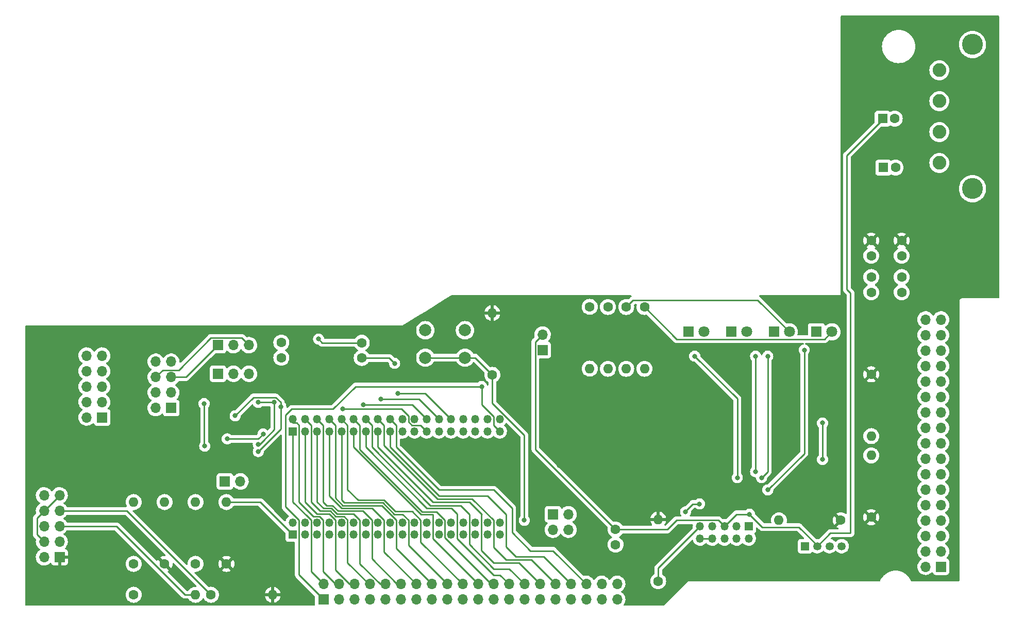
<source format=gbr>
%TF.GenerationSoftware,KiCad,Pcbnew,6.0.11-2627ca5db0~126~ubuntu22.04.1*%
%TF.CreationDate,2023-03-03T15:55:44-05:00*%
%TF.ProjectId,FloppyOverdrive_ControlBoard,466c6f70-7079-44f7-9665-726472697665,rev?*%
%TF.SameCoordinates,Original*%
%TF.FileFunction,Copper,L2,Bot*%
%TF.FilePolarity,Positive*%
%FSLAX46Y46*%
G04 Gerber Fmt 4.6, Leading zero omitted, Abs format (unit mm)*
G04 Created by KiCad (PCBNEW 6.0.11-2627ca5db0~126~ubuntu22.04.1) date 2023-03-03 15:55:44*
%MOMM*%
%LPD*%
G01*
G04 APERTURE LIST*
%TA.AperFunction,ComponentPad*%
%ADD10C,1.600000*%
%TD*%
%TA.AperFunction,ComponentPad*%
%ADD11R,1.700000X1.700000*%
%TD*%
%TA.AperFunction,ComponentPad*%
%ADD12O,1.700000X1.700000*%
%TD*%
%TA.AperFunction,ComponentPad*%
%ADD13R,1.800000X1.800000*%
%TD*%
%TA.AperFunction,ComponentPad*%
%ADD14C,1.800000*%
%TD*%
%TA.AperFunction,ComponentPad*%
%ADD15O,1.600000X1.600000*%
%TD*%
%TA.AperFunction,ComponentPad*%
%ADD16R,1.350000X1.350000*%
%TD*%
%TA.AperFunction,ComponentPad*%
%ADD17O,1.350000X1.350000*%
%TD*%
%TA.AperFunction,ComponentPad*%
%ADD18R,1.600000X1.600000*%
%TD*%
%TA.AperFunction,ComponentPad*%
%ADD19C,1.350000*%
%TD*%
%TA.AperFunction,ComponentPad*%
%ADD20C,2.000000*%
%TD*%
%TA.AperFunction,ComponentPad*%
%ADD21C,2.250000*%
%TD*%
%TA.AperFunction,ComponentPad*%
%ADD22C,3.450000*%
%TD*%
%TA.AperFunction,ViaPad*%
%ADD23C,0.800000*%
%TD*%
%TA.AperFunction,Conductor*%
%ADD24C,0.250000*%
%TD*%
G04 APERTURE END LIST*
D10*
%TO.P,C8,1*%
%TO.N,Net-(C8-Pad1)*%
X108089000Y-100765000D03*
%TO.P,C8,2*%
%TO.N,Net-(C8-Pad2)*%
X108089000Y-103265000D03*
%TD*%
D11*
%TO.P,JP1,1,A*%
%TO.N,Net-(JP1-Pad1)*%
X151000000Y-102000000D03*
D12*
%TO.P,JP1,2,B*%
%TO.N,+12V*%
X151000000Y-99460000D03*
%TD*%
D13*
%TO.P,D1,1,K*%
%TO.N,C1_Mot*%
X175000000Y-99000000D03*
D14*
%TO.P,D1,2,A*%
%TO.N,Net-(D1-Pad2)*%
X177540000Y-99000000D03*
%TD*%
D10*
%TO.P,C7,1*%
%TO.N,GND*%
X163000000Y-134000000D03*
%TO.P,C7,2*%
%TO.N,+12V*%
X163000000Y-131500000D03*
%TD*%
D13*
%TO.P,D4,1,K*%
%TO.N,C4_Mot*%
X196000000Y-99000000D03*
D14*
%TO.P,D4,2,A*%
%TO.N,Net-(D4-Pad2)*%
X198540000Y-99000000D03*
%TD*%
D10*
%TO.P,R6,1*%
%TO.N,+3V3*%
X205000000Y-106000000D03*
D15*
%TO.P,R6,2*%
%TO.N,Net-(R6-Pad2)*%
X205000000Y-116160000D03*
%TD*%
D16*
%TO.P,J6,a1,Pin_a1*%
%TO.N,C4_Mot*%
X184875000Y-131000000D03*
D17*
%TO.P,J6,a2,Pin_a2*%
%TO.N,C2_Mot*%
X182875000Y-131000000D03*
%TO.P,J6,a3,Pin_a3*%
%TO.N,+12V*%
X180875000Y-131000000D03*
%TO.P,J6,a4,Pin_a4*%
%TO.N,Track0_Sens*%
X178875000Y-131000000D03*
%TO.P,J6,a5,Pin_a5*%
%TO.N,Net-(J6-Pada5)*%
X176875000Y-131000000D03*
%TO.P,J6,b1,Pin_b1*%
%TO.N,C3_Mot*%
X184875000Y-133000000D03*
%TO.P,J6,b2*%
%TO.N,N/C*%
X182875000Y-133000000D03*
%TO.P,J6,b3,Pin_b3*%
%TO.N,C1_Mot*%
X180875000Y-133000000D03*
%TO.P,J6,b4,Pin_b4*%
%TO.N,GND*%
X178875000Y-133000000D03*
%TO.P,J6,b5,Pin_b5*%
X176875000Y-133000000D03*
%TD*%
D11*
%TO.P,J9,a1,Pin_a1*%
%TO.N,Erase_0*%
X90000000Y-111540000D03*
D12*
%TO.P,J9,a2,Pin_a2*%
%TO.N,Center_0*%
X90000000Y-109000000D03*
%TO.P,J9,a3,Pin_a3*%
%TO.N,Start_0*%
X90000000Y-106460000D03*
%TO.P,J9,a4,Pin_a4*%
%TO.N,End_0*%
X90000000Y-103920000D03*
%TO.P,J9,b1,Pin_b1*%
%TO.N,Erase_1*%
X87460000Y-111540000D03*
%TO.P,J9,b2,Pin_b2*%
%TO.N,Center_1*%
X87460000Y-109000000D03*
%TO.P,J9,b3,Pin_b3*%
%TO.N,Start_1*%
X87460000Y-106460000D03*
%TO.P,J9,b4,Pin_b4*%
%TO.N,End_1*%
X87460000Y-103920000D03*
%TD*%
D10*
%TO.P,R5,1*%
%TO.N,GND*%
X83820000Y-142240000D03*
D15*
%TO.P,R5,2*%
%TO.N,Disk_Sens*%
X93980000Y-142240000D03*
%TD*%
D10*
%TO.P,R7,1*%
%TO.N,+3V3*%
X205000000Y-129480000D03*
D15*
%TO.P,R7,2*%
%TO.N,Net-(R7-Pad2)*%
X205000000Y-119320000D03*
%TD*%
D10*
%TO.P,C9,1*%
%TO.N,-2V5*%
X121300000Y-103300000D03*
%TO.P,C9,2*%
%TO.N,GND*%
X121300000Y-100800000D03*
%TD*%
%TO.P,C2,1*%
%TO.N,+5V*%
X210000000Y-92500000D03*
%TO.P,C2,2*%
%TO.N,GND*%
X210000000Y-90000000D03*
%TD*%
D11*
%TO.P,J10,1,Pin_1*%
%TO.N,Pos_Out*%
X98825000Y-123600000D03*
D12*
%TO.P,J10,2,Pin_2*%
%TO.N,Neg_Out*%
X101365000Y-123600000D03*
%TD*%
D10*
%TO.P,R1,1*%
%TO.N,GND*%
X83820000Y-137160000D03*
D15*
%TO.P,R1,2*%
%TO.N,Net-(J4-Padb5)*%
X83820000Y-127000000D03*
%TD*%
D11*
%TO.P,J5,a1,Pin_a1*%
%TO.N,Erase_0*%
X78650000Y-113075000D03*
D12*
%TO.P,J5,a2,Pin_a2*%
%TO.N,Center_0*%
X78650000Y-110535000D03*
%TO.P,J5,a3,Pin_a3*%
%TO.N,GND*%
X78650000Y-107995000D03*
%TO.P,J5,a4,Pin_a4*%
%TO.N,Start_0*%
X78650000Y-105455000D03*
%TO.P,J5,a5,Pin_a5*%
%TO.N,End_0*%
X78650000Y-102915000D03*
%TO.P,J5,b1,Pin_b1*%
%TO.N,Erase_1*%
X76110000Y-113075000D03*
%TO.P,J5,b2,Pin_b2*%
%TO.N,Center_1*%
X76110000Y-110535000D03*
%TO.P,J5,b3,Pin_b3*%
%TO.N,GND*%
X76110000Y-107995000D03*
%TO.P,J5,b4,Pin_b4*%
%TO.N,Start_1*%
X76110000Y-105455000D03*
%TO.P,J5,b5,Pin_b5*%
%TO.N,End_1*%
X76110000Y-102915000D03*
%TD*%
D11*
%TO.P,JP3,1,A*%
%TO.N,End_0*%
X97675000Y-105900000D03*
D12*
%TO.P,JP3,2,C*%
%TO.N,HeadNeg*%
X100215000Y-105900000D03*
%TO.P,JP3,3,B*%
%TO.N,End_1*%
X102755000Y-105900000D03*
%TD*%
D10*
%TO.P,R3,1*%
%TO.N,GND*%
X93980000Y-137160000D03*
D15*
%TO.P,R3,2*%
%TO.N,Net-(J4-Padb1)*%
X93980000Y-127000000D03*
%TD*%
D10*
%TO.P,R10,1*%
%TO.N,+3V3*%
X200000000Y-130000000D03*
D15*
%TO.P,R10,2*%
%TO.N,Track0_Sens*%
X189840000Y-130000000D03*
%TD*%
D18*
%TO.P,C4,1*%
%TO.N,+12V*%
X206866395Y-63952500D03*
D10*
%TO.P,C4,2*%
%TO.N,GND*%
X208866395Y-63952500D03*
%TD*%
%TO.P,R2,1*%
%TO.N,+3V3*%
X88900000Y-137160000D03*
D15*
%TO.P,R2,2*%
%TO.N,Net-(J4-Padb3)*%
X88900000Y-127000000D03*
%TD*%
D10*
%TO.P,R9,1*%
%TO.N,Net-(J6-Pada5)*%
X170000000Y-140000000D03*
D15*
%TO.P,R9,2*%
%TO.N,+3V3*%
X170000000Y-129840000D03*
%TD*%
D11*
%TO.P,J7,1,Pin_1*%
%TO.N,AD1*%
X152725000Y-128995000D03*
D12*
%TO.P,J7,2,Pin_2*%
%TO.N,AD2*%
X155265000Y-128995000D03*
%TO.P,J7,3,Pin_3*%
%TO.N,AD3*%
X152725000Y-131535000D03*
%TO.P,J7,4,Pin_4*%
%TO.N,AD4*%
X155265000Y-131535000D03*
%TD*%
D16*
%TO.P,U4,J2.1,A4*%
%TO.N,WP_Sens*%
X109970000Y-132375000D03*
D17*
%TO.P,U4,J2.2,C5*%
%TO.N,Coil_1*%
X109970000Y-130375000D03*
%TO.P,U4,J2.3,A3*%
%TO.N,Disk_Sens*%
X111970000Y-132375000D03*
%TO.P,U4,J2.4,C4*%
%TO.N,Coil_2*%
X111970000Y-130375000D03*
%TO.P,U4,J2.5,A1*%
%TO.N,Index_Sens*%
X113970000Y-132375000D03*
%TO.P,U4,J2.6,A2*%
%TO.N,Coil_3*%
X113970000Y-130375000D03*
%TO.P,U4,J2.7,C3*%
%TO.N,Net-(J8-Pad3)*%
X115970000Y-132375000D03*
%TO.P,U4,J2.8,B1*%
%TO.N,Coil_4*%
X115970000Y-130375000D03*
%TO.P,U4,J2.9,C1*%
%TO.N,Net-(J8-Pad5)*%
X117970000Y-132375000D03*
%TO.P,U4,J2.10,D3*%
%TO.N,Track0_Sens*%
X117970000Y-130375000D03*
%TO.P,U4,J2.11,E1*%
%TO.N,Net-(J8-Pad7)*%
X119970000Y-132375000D03*
%TO.P,U4,J2.12,D1*%
%TO.N,Net-(J8-Pad9)*%
X119970000Y-130375000D03*
%TO.P,U4,J2.13,G1*%
%TO.N,Net-(J8-Pad11)*%
X121970000Y-132375000D03*
%TO.P,U4,J2.14,F3*%
%TO.N,Net-(J8-Pad13)*%
X121970000Y-130375000D03*
%TO.P,U4,J2.15,H1*%
%TO.N,Net-(J8-Pad15)*%
X123970000Y-132375000D03*
%TO.P,U4,J2.16,G3*%
%TO.N,Net-(J8-Pad17)*%
X123970000Y-130375000D03*
%TO.P,U4,J2.17,J1*%
%TO.N,Net-(J8-Pad19)*%
X125970000Y-132375000D03*
%TO.P,U4,J2.18,H3*%
%TO.N,Net-(J8-Pad21)*%
X125970000Y-130375000D03*
%TO.P,U4,J2.19,K3*%
%TO.N,Net-(J8-Pad23)*%
X127970000Y-132375000D03*
%TO.P,U4,J2.20,J3*%
%TO.N,Net-(J8-Pad25)*%
X127970000Y-130375000D03*
%TO.P,U4,J2.21,M1*%
%TO.N,Net-(J8-Pad27)*%
X129970000Y-132375000D03*
%TO.P,U4,J2.22,L1*%
%TO.N,Net-(J8-Pad29)*%
X129970000Y-130375000D03*
%TO.P,U4,J2.23,M3*%
%TO.N,Net-(J8-Pad31)*%
X131970000Y-132375000D03*
%TO.P,U4,J2.24,N1*%
%TO.N,Net-(J8-Pad33)*%
X131970000Y-130375000D03*
%TO.P,U4,J2.25,P2*%
%TO.N,Net-(J8-Pad35)*%
X133970000Y-132375000D03*
%TO.P,U4,J2.26,P1*%
%TO.N,Net-(J8-Pad37)*%
X133970000Y-130375000D03*
%TO.P,U4,J2.27,P3*%
%TO.N,PIN_38*%
X135970000Y-132375000D03*
%TO.P,U4,J2.28,AD2*%
%TO.N,AD2*%
X135970000Y-130375000D03*
%TO.P,U4,J2.29,M6*%
%TO.N,Motor_Control*%
X137970000Y-132375000D03*
%TO.P,U4,J2.30,AD1*%
%TO.N,AD1*%
X137970000Y-130375000D03*
%TO.P,U4,J2.31,M7*%
%TO.N,Speed_Control*%
X139970000Y-132375000D03*
%TO.P,U4,J2.32,GND*%
%TO.N,GND*%
X139970000Y-130375000D03*
%TO.P,U4,J2.33,AD4*%
%TO.N,AD4*%
X141970000Y-132375000D03*
%TO.P,U4,J2.34,3v3*%
%TO.N,+3V3*%
X141970000Y-130375000D03*
%TO.P,U4,J2.35,AD3*%
%TO.N,AD3*%
X143970000Y-132375000D03*
%TO.P,U4,J2.36,RST*%
%TO.N,PIC_Reset*%
X143970000Y-130375000D03*
D16*
%TO.P,U4,J3.1,A7*%
%TO.N,PIN_2*%
X109970000Y-115375000D03*
D17*
%TO.P,U4,J3.2,A6*%
%TO.N,PIN_4*%
X109970000Y-113375000D03*
%TO.P,U4,J3.3,C7*%
%TO.N,PIN_6*%
X111970000Y-115375000D03*
%TO.P,U4,J3.4,C6*%
%TO.N,PIN_8*%
X111970000Y-113375000D03*
%TO.P,U4,J3.5,D6*%
%TO.N,PIN_10*%
X113970000Y-115375000D03*
%TO.P,U4,J3.6,D7*%
%TO.N,PIN_12*%
X113970000Y-113375000D03*
%TO.P,U4,J3.7,A10*%
%TO.N,PIN_14*%
X115970000Y-115375000D03*
%TO.P,U4,J3.8,D10*%
%TO.N,PIN_16*%
X115970000Y-113375000D03*
%TO.P,U4,J3.9,C10*%
%TO.N,PIN_18*%
X117970000Y-115375000D03*
%TO.P,U4,J3.10,C11*%
%TO.N,PIN_20*%
X117970000Y-113375000D03*
%TO.P,U4,J3.11,A11*%
%TO.N,PIN_22*%
X119970000Y-115375000D03*
%TO.P,U4,J3.12,A12*%
%TO.N,PIN_24*%
X119970000Y-113375000D03*
%TO.P,U4,J3.13,B14*%
%TO.N,PIN_26*%
X121970000Y-115375000D03*
%TO.P,U4,J3.14,C14*%
%TO.N,PIN_28*%
X121970000Y-113375000D03*
%TO.P,U4,J3.15,C12*%
%TO.N,PIN_30*%
X123970000Y-115375000D03*
%TO.P,U4,J3.16,D14*%
%TO.N,PIN_32*%
X123970000Y-113375000D03*
%TO.P,U4,J3.17,D12*%
%TO.N,PIN_34*%
X125970000Y-115375000D03*
%TO.P,U4,J3.18,E14*%
%TO.N,PIN_36*%
X125970000Y-113375000D03*
%TO.P,U4,J3.19,E12*%
%TO.N,Density*%
X127970000Y-115375000D03*
%TO.P,U4,J3.20,F14*%
%TO.N,Ready*%
X127970000Y-113375000D03*
%TO.P,U4,J3.21,F12*%
%TO.N,DriveSel_3*%
X129970000Y-115375000D03*
%TO.P,U4,J3.22,G14*%
%TO.N,SideSel*%
X129970000Y-113375000D03*
%TO.P,U4,J3.23,G12*%
%TO.N,Index*%
X131970000Y-115375000D03*
%TO.P,U4,J3.24,H12*%
%TO.N,ReadData*%
X131970000Y-113375000D03*
%TO.P,U4,J3.25,J12*%
%TO.N,DriveSel_0*%
X133970000Y-115375000D03*
%TO.P,U4,J3.26,K14*%
%TO.N,WriteProtect*%
X133970000Y-113375000D03*
%TO.P,U4,J3.27,H11*%
%TO.N,DriveSel_1*%
X135970000Y-115375000D03*
%TO.P,U4,J3.28,L14*%
%TO.N,Track0*%
X135970000Y-113375000D03*
%TO.P,U4,J3.29,K12*%
%TO.N,DriveSel_2*%
X137970000Y-115375000D03*
%TO.P,U4,J3.30,L12*%
%TO.N,WriteGate*%
X137970000Y-113375000D03*
%TO.P,U4,J3.31,N14*%
%TO.N,Motor*%
X139970000Y-115375000D03*
%TO.P,U4,J3.32,P14*%
%TO.N,WriteData*%
X139970000Y-113375000D03*
%TO.P,U4,J3.33,M12*%
%TO.N,StepDir*%
X141970000Y-115375000D03*
%TO.P,U4,J3.34,P8*%
%TO.N,Step*%
X141970000Y-113375000D03*
%TO.P,U4,J3.35,5v*%
%TO.N,+5V*%
X143970000Y-115375000D03*
%TO.P,U4,J3.36,GND*%
%TO.N,GND*%
X143970000Y-113375000D03*
%TD*%
D16*
%TO.P,J2,1,Pin_1*%
%TO.N,Speed_Control*%
X194150000Y-134250000D03*
D19*
%TO.P,J2,2,Pin_2*%
%TO.N,+12V*%
X196150000Y-134250000D03*
%TO.P,J2,3,Pin_3*%
%TO.N,Motor_Control*%
X198150000Y-134250000D03*
%TO.P,J2,4,Pin_4*%
%TO.N,GND*%
X200150000Y-134250000D03*
%TD*%
D10*
%TO.P,C1,1*%
%TO.N,+5V*%
X205000000Y-92500000D03*
%TO.P,C1,2*%
%TO.N,GND*%
X205000000Y-90000000D03*
%TD*%
D13*
%TO.P,D3,1,K*%
%TO.N,C3_Mot*%
X189000000Y-99000000D03*
D14*
%TO.P,D3,2,A*%
%TO.N,Net-(D3-Pad2)*%
X191540000Y-99000000D03*
%TD*%
D11*
%TO.P,J3,1,Pin_1*%
%TO.N,GND*%
X216475000Y-137625000D03*
D12*
%TO.P,J3,2,Pin_2*%
%TO.N,Net-(J3-Pad2)*%
X213935000Y-137625000D03*
%TO.P,J3,3,Pin_3*%
%TO.N,GND*%
X216475000Y-135085000D03*
%TO.P,J3,4,Pin_4*%
%TO.N,unconnected-(J3-Pad4)*%
X213935000Y-135085000D03*
%TO.P,J3,5,Pin_5*%
%TO.N,GND*%
X216475000Y-132545000D03*
%TO.P,J3,6,Pin_6*%
%TO.N,Net-(J3-Pad6)*%
X213935000Y-132545000D03*
%TO.P,J3,7,Pin_7*%
%TO.N,GND*%
X216475000Y-130005000D03*
%TO.P,J3,8,Pin_8*%
%TO.N,Net-(J3-Pad8)*%
X213935000Y-130005000D03*
%TO.P,J3,9,Pin_9*%
%TO.N,GND*%
X216475000Y-127465000D03*
%TO.P,J3,10,Pin_10*%
%TO.N,Net-(J3-Pad10)*%
X213935000Y-127465000D03*
%TO.P,J3,11,Pin_11*%
%TO.N,GND*%
X216475000Y-124925000D03*
%TO.P,J3,12,Pin_12*%
%TO.N,Net-(J3-Pad12)*%
X213935000Y-124925000D03*
%TO.P,J3,13,Pin_13*%
%TO.N,GND*%
X216475000Y-122385000D03*
%TO.P,J3,14,Pin_14*%
%TO.N,Net-(J3-Pad14)*%
X213935000Y-122385000D03*
%TO.P,J3,15,Pin_15*%
%TO.N,GND*%
X216475000Y-119845000D03*
%TO.P,J3,16,Pin_16*%
%TO.N,Net-(J3-Pad16)*%
X213935000Y-119845000D03*
%TO.P,J3,17,Pin_17*%
%TO.N,GND*%
X216475000Y-117305000D03*
%TO.P,J3,18,Pin_18*%
%TO.N,Net-(J3-Pad18)*%
X213935000Y-117305000D03*
%TO.P,J3,19,Pin_19*%
%TO.N,GND*%
X216475000Y-114765000D03*
%TO.P,J3,20,Pin_20*%
%TO.N,Net-(J3-Pad20)*%
X213935000Y-114765000D03*
%TO.P,J3,21,Pin_21*%
%TO.N,GND*%
X216475000Y-112225000D03*
%TO.P,J3,22,Pin_22*%
%TO.N,Net-(J3-Pad22)*%
X213935000Y-112225000D03*
%TO.P,J3,23,Pin_23*%
%TO.N,GND*%
X216475000Y-109685000D03*
%TO.P,J3,24,Pin_24*%
%TO.N,Net-(J3-Pad24)*%
X213935000Y-109685000D03*
%TO.P,J3,25,Pin_25*%
%TO.N,GND*%
X216475000Y-107145000D03*
%TO.P,J3,26,Pin_26*%
%TO.N,Net-(J3-Pad26)*%
X213935000Y-107145000D03*
%TO.P,J3,27,Pin_27*%
%TO.N,GND*%
X216475000Y-104605000D03*
%TO.P,J3,28,Pin_28*%
%TO.N,Net-(J3-Pad28)*%
X213935000Y-104605000D03*
%TO.P,J3,29,Pin_29*%
%TO.N,GND*%
X216475000Y-102065000D03*
%TO.P,J3,30,Pin_30*%
%TO.N,Net-(J3-Pad30)*%
X213935000Y-102065000D03*
%TO.P,J3,31,Pin_31*%
%TO.N,GND*%
X216475000Y-99525000D03*
%TO.P,J3,32,Pin_32*%
%TO.N,Net-(J3-Pad32)*%
X213935000Y-99525000D03*
%TO.P,J3,33,Pin_33*%
%TO.N,GND*%
X216475000Y-96985000D03*
%TO.P,J3,34,Pin_34*%
%TO.N,Net-(J3-Pad34)*%
X213935000Y-96985000D03*
%TD*%
D10*
%TO.P,C5,1*%
%TO.N,GND*%
X205000000Y-86500000D03*
%TO.P,C5,2*%
%TO.N,+3V3*%
X205000000Y-84000000D03*
%TD*%
D11*
%TO.P,J4,a1,Pin_a1*%
%TO.N,+3V3*%
X71650000Y-136065000D03*
D12*
%TO.P,J4,a2,Pin_a2*%
%TO.N,WP_Sens*%
X71650000Y-133525000D03*
%TO.P,J4,a3,Pin_a3*%
%TO.N,Disk_Sens*%
X71650000Y-130985000D03*
%TO.P,J4,a4,Pin_a4*%
%TO.N,Index_Sens*%
X71650000Y-128445000D03*
%TO.P,J4,a5,Pin_a5*%
%TO.N,GND*%
X71650000Y-125905000D03*
%TO.P,J4,b1,Pin_b1*%
%TO.N,Net-(J4-Padb1)*%
X69110000Y-136065000D03*
%TO.P,J4,b2,Pin_b2*%
%TO.N,GND*%
X69110000Y-133525000D03*
%TO.P,J4,b3,Pin_b3*%
%TO.N,Net-(J4-Padb3)*%
X69110000Y-130985000D03*
%TO.P,J4,b4,Pin_b4*%
%TO.N,GND*%
X69110000Y-128445000D03*
%TO.P,J4,b5,Pin_b5*%
%TO.N,Net-(J4-Padb5)*%
X69110000Y-125905000D03*
%TD*%
D11*
%TO.P,JP2,1,A*%
%TO.N,Start_0*%
X97675000Y-101200000D03*
D12*
%TO.P,JP2,2,C*%
%TO.N,HeadPos*%
X100215000Y-101200000D03*
%TO.P,JP2,3,B*%
%TO.N,Start_1*%
X102755000Y-101200000D03*
%TD*%
D20*
%TO.P,SW1,1,1*%
%TO.N,PIC_Reset*%
X138250000Y-103250000D03*
X131750000Y-103250000D03*
%TO.P,SW1,2,2*%
%TO.N,GND*%
X131750000Y-98750000D03*
X138250000Y-98750000D03*
%TD*%
D10*
%TO.P,C6,1*%
%TO.N,GND*%
X210000000Y-86500000D03*
%TO.P,C6,2*%
%TO.N,+3V3*%
X210000000Y-84000000D03*
%TD*%
%TO.P,R15,1*%
%TO.N,Net-(D4-Pad2)*%
X167750000Y-94920000D03*
D15*
%TO.P,R15,2*%
%TO.N,Net-(JP1-Pad1)*%
X167750000Y-105080000D03*
%TD*%
D10*
%TO.P,R12,1*%
%TO.N,Net-(D1-Pad2)*%
X158750000Y-94905000D03*
D15*
%TO.P,R12,2*%
%TO.N,Net-(JP1-Pad1)*%
X158750000Y-105065000D03*
%TD*%
D10*
%TO.P,R13,1*%
%TO.N,Net-(D2-Pad2)*%
X161750000Y-94920000D03*
D15*
%TO.P,R13,2*%
%TO.N,Net-(JP1-Pad1)*%
X161750000Y-105080000D03*
%TD*%
D21*
%TO.P,J1,1,1*%
%TO.N,Net-(FB2-Pad2)*%
X216187500Y-56000000D03*
%TO.P,J1,2,2*%
%TO.N,GND*%
X216187500Y-61080000D03*
%TO.P,J1,3,3*%
X216187500Y-66160000D03*
%TO.P,J1,4,4*%
%TO.N,Net-(FB1-Pad2)*%
X216187500Y-71240000D03*
D22*
%TO.P,J1,MH1,MH1*%
%TO.N,GND*%
X221637500Y-51770000D03*
%TO.P,J1,MH2,MH2*%
X221637500Y-75470000D03*
%TD*%
D10*
%TO.P,R4,1*%
%TO.N,+3V3*%
X99060000Y-137160000D03*
D15*
%TO.P,R4,2*%
%TO.N,WP_Sens*%
X99060000Y-127000000D03*
%TD*%
D10*
%TO.P,R11,1*%
%TO.N,PIC_Reset*%
X142750000Y-106080000D03*
D15*
%TO.P,R11,2*%
%TO.N,+3V3*%
X142750000Y-95920000D03*
%TD*%
D10*
%TO.P,R8,1*%
%TO.N,Index_Sens*%
X96520000Y-142240000D03*
D15*
%TO.P,R8,2*%
%TO.N,+3V3*%
X106680000Y-142240000D03*
%TD*%
D10*
%TO.P,R14,1*%
%TO.N,Net-(D3-Pad2)*%
X164750000Y-94920000D03*
D15*
%TO.P,R14,2*%
%TO.N,Net-(JP1-Pad1)*%
X164750000Y-105080000D03*
%TD*%
D11*
%TO.P,J8,1,Pin_1*%
%TO.N,+5V*%
X115000000Y-143000000D03*
D12*
%TO.P,J8,2,Pin_2*%
%TO.N,PIN_2*%
X115000000Y-140460000D03*
%TO.P,J8,3,Pin_3*%
%TO.N,Net-(J8-Pad3)*%
X117540000Y-143000000D03*
%TO.P,J8,4,Pin_4*%
%TO.N,PIN_4*%
X117540000Y-140460000D03*
%TO.P,J8,5,Pin_5*%
%TO.N,Net-(J8-Pad5)*%
X120080000Y-143000000D03*
%TO.P,J8,6,Pin_6*%
%TO.N,PIN_6*%
X120080000Y-140460000D03*
%TO.P,J8,7,Pin_7*%
%TO.N,Net-(J8-Pad7)*%
X122620000Y-143000000D03*
%TO.P,J8,8,Pin_8*%
%TO.N,PIN_8*%
X122620000Y-140460000D03*
%TO.P,J8,9,Pin_9*%
%TO.N,Net-(J8-Pad9)*%
X125160000Y-143000000D03*
%TO.P,J8,10,Pin_10*%
%TO.N,PIN_10*%
X125160000Y-140460000D03*
%TO.P,J8,11,Pin_11*%
%TO.N,Net-(J8-Pad11)*%
X127700000Y-143000000D03*
%TO.P,J8,12,Pin_12*%
%TO.N,PIN_12*%
X127700000Y-140460000D03*
%TO.P,J8,13,Pin_13*%
%TO.N,Net-(J8-Pad13)*%
X130240000Y-143000000D03*
%TO.P,J8,14,Pin_14*%
%TO.N,PIN_14*%
X130240000Y-140460000D03*
%TO.P,J8,15,Pin_15*%
%TO.N,Net-(J8-Pad15)*%
X132780000Y-143000000D03*
%TO.P,J8,16,Pin_16*%
%TO.N,PIN_16*%
X132780000Y-140460000D03*
%TO.P,J8,17,Pin_17*%
%TO.N,Net-(J8-Pad17)*%
X135320000Y-143000000D03*
%TO.P,J8,18,Pin_18*%
%TO.N,PIN_18*%
X135320000Y-140460000D03*
%TO.P,J8,19,Pin_19*%
%TO.N,Net-(J8-Pad19)*%
X137860000Y-143000000D03*
%TO.P,J8,20,Pin_20*%
%TO.N,PIN_20*%
X137860000Y-140460000D03*
%TO.P,J8,21,Pin_21*%
%TO.N,Net-(J8-Pad21)*%
X140400000Y-143000000D03*
%TO.P,J8,22,Pin_22*%
%TO.N,PIN_22*%
X140400000Y-140460000D03*
%TO.P,J8,23,Pin_23*%
%TO.N,Net-(J8-Pad23)*%
X142940000Y-143000000D03*
%TO.P,J8,24,Pin_24*%
%TO.N,PIN_24*%
X142940000Y-140460000D03*
%TO.P,J8,25,Pin_25*%
%TO.N,Net-(J8-Pad25)*%
X145480000Y-143000000D03*
%TO.P,J8,26,Pin_26*%
%TO.N,PIN_26*%
X145480000Y-140460000D03*
%TO.P,J8,27,Pin_27*%
%TO.N,Net-(J8-Pad27)*%
X148020000Y-143000000D03*
%TO.P,J8,28,Pin_28*%
%TO.N,PIN_28*%
X148020000Y-140460000D03*
%TO.P,J8,29,Pin_29*%
%TO.N,Net-(J8-Pad29)*%
X150560000Y-143000000D03*
%TO.P,J8,30,Pin_30*%
%TO.N,PIN_30*%
X150560000Y-140460000D03*
%TO.P,J8,31,Pin_31*%
%TO.N,Net-(J8-Pad31)*%
X153100000Y-143000000D03*
%TO.P,J8,32,Pin_32*%
%TO.N,PIN_32*%
X153100000Y-140460000D03*
%TO.P,J8,33,Pin_33*%
%TO.N,Net-(J8-Pad33)*%
X155640000Y-143000000D03*
%TO.P,J8,34,Pin_34*%
%TO.N,PIN_34*%
X155640000Y-140460000D03*
%TO.P,J8,35,Pin_35*%
%TO.N,Net-(J8-Pad35)*%
X158180000Y-143000000D03*
%TO.P,J8,36,Pin_36*%
%TO.N,PIN_36*%
X158180000Y-140460000D03*
%TO.P,J8,37,Pin_37*%
%TO.N,Net-(J8-Pad37)*%
X160720000Y-143000000D03*
%TO.P,J8,38,Pin_38*%
%TO.N,PIN_38*%
X160720000Y-140460000D03*
%TO.P,J8,39,Pin_39*%
%TO.N,+3.3V*%
X163260000Y-143000000D03*
%TO.P,J8,40,Pin_40*%
%TO.N,GND*%
X163260000Y-140460000D03*
%TD*%
D13*
%TO.P,D2,1,K*%
%TO.N,C2_Mot*%
X182000000Y-99000000D03*
D14*
%TO.P,D2,2,A*%
%TO.N,Net-(D2-Pad2)*%
X184540000Y-99000000D03*
%TD*%
D18*
%TO.P,C3,1*%
%TO.N,+5V*%
X207000000Y-72000000D03*
D10*
%TO.P,C3,2*%
%TO.N,GND*%
X209000000Y-72000000D03*
%TD*%
D23*
%TO.N,+5V*%
X141000000Y-108000000D03*
X197000000Y-114000000D03*
X197000000Y-120000000D03*
%TO.N,GND*%
X174500000Y-128600000D03*
X95500000Y-117800000D03*
X114200000Y-100200000D03*
X95400000Y-110800000D03*
X176800000Y-127300000D03*
%TO.N,+12V*%
X185000000Y-129000000D03*
%TO.N,+3V3*%
X153700000Y-121000000D03*
X192512300Y-118487700D03*
X150000000Y-131000000D03*
X196000000Y-109000000D03*
%TO.N,C1_Mot*%
X183000000Y-123000000D03*
X176000000Y-103000000D03*
%TO.N,C2_Mot*%
X186000000Y-122000000D03*
X186000000Y-103000000D03*
%TO.N,C3_Mot*%
X188000000Y-103000000D03*
X186987701Y-122987701D03*
%TO.N,C4_Mot*%
X194000000Y-102000000D03*
X188000000Y-125000000D03*
%TO.N,PIC_Reset*%
X148000000Y-130000000D03*
%TO.N,Index*%
X118200000Y-111700000D03*
%TO.N,Track0*%
X127200000Y-109100000D03*
%TO.N,WriteProtect*%
X124400000Y-110100000D03*
%TO.N,ReadData*%
X121600000Y-110975500D03*
%TO.N,-2V5*%
X126700000Y-104200000D03*
X100500000Y-112800000D03*
X104300000Y-118700000D03*
X108000000Y-111300000D03*
%TO.N,+2V5*%
X104300000Y-110600000D03*
X106935000Y-110575500D03*
X104300000Y-117500000D03*
%TO.N,Net-(IC2-Pad1)*%
X105100000Y-115800000D03*
X99200000Y-116600000D03*
%TD*%
D24*
%TO.N,+5V*%
X110970000Y-129960786D02*
X110970000Y-138970000D01*
X141000000Y-110990786D02*
X142970000Y-112960786D01*
X141000000Y-108000000D02*
X141000000Y-110990786D01*
X142970000Y-114375000D02*
X143970000Y-115375000D01*
X108800000Y-127790786D02*
X110970000Y-129960786D01*
X109800000Y-111700000D02*
X108800000Y-112700000D01*
X108800000Y-112700000D02*
X108800000Y-127790786D01*
X197000000Y-114000000D02*
X197000000Y-120000000D01*
X141000000Y-108000000D02*
X120300000Y-108000000D01*
X116600000Y-111700000D02*
X109800000Y-111700000D01*
X120300000Y-108000000D02*
X116600000Y-111700000D01*
X110970000Y-138970000D02*
X115000000Y-143000000D01*
X142970000Y-112960786D02*
X142970000Y-114375000D01*
%TO.N,GND*%
X176875000Y-133000000D02*
X178875000Y-133000000D01*
X67935000Y-129620000D02*
X67935000Y-132350000D01*
X69110000Y-128445000D02*
X67935000Y-129620000D01*
X95400000Y-110800000D02*
X95400000Y-117700000D01*
X114800000Y-100800000D02*
X121300000Y-100800000D01*
X175700000Y-127300000D02*
X174700000Y-128300000D01*
X67935000Y-132350000D02*
X69110000Y-133525000D01*
X114200000Y-100200000D02*
X114800000Y-100800000D01*
X174500000Y-128500000D02*
X174500000Y-128600000D01*
X95400000Y-117700000D02*
X95500000Y-117800000D01*
X174700000Y-128300000D02*
X174500000Y-128500000D01*
X71650000Y-125905000D02*
X69110000Y-128445000D01*
X176800000Y-127300000D02*
X175700000Y-127300000D01*
%TO.N,+12V*%
X201000000Y-92000000D02*
X201000000Y-70000000D01*
X173000000Y-130000000D02*
X171500000Y-131500000D01*
X149825000Y-100635000D02*
X151000000Y-99460000D01*
X171500000Y-131500000D02*
X163000000Y-131500000D01*
X196150000Y-134250000D02*
X198300000Y-132100000D01*
X149825000Y-118325000D02*
X149825000Y-100635000D01*
X201600000Y-92600000D02*
X201000000Y-92000000D01*
X185000000Y-129000000D02*
X182875000Y-129000000D01*
X201000000Y-70000000D02*
X206866395Y-64133605D01*
X196150000Y-133850000D02*
X196150000Y-134450000D01*
X196150000Y-134150000D02*
X193125000Y-131125000D01*
X196150000Y-134450000D02*
X196150000Y-134150000D01*
X179875000Y-130000000D02*
X173000000Y-130000000D01*
X201600000Y-132100000D02*
X201600000Y-92600000D01*
X187125000Y-131125000D02*
X185000000Y-129000000D01*
X180875000Y-131000000D02*
X179875000Y-130000000D01*
X182875000Y-129000000D02*
X180875000Y-131000000D01*
X206866395Y-64133605D02*
X206866395Y-63952500D01*
X193125000Y-131125000D02*
X187125000Y-131125000D01*
X163000000Y-131500000D02*
X149825000Y-118325000D01*
X198300000Y-132100000D02*
X201600000Y-132100000D01*
%TO.N,C1_Mot*%
X183000000Y-123000000D02*
X183000000Y-110000000D01*
X183000000Y-110000000D02*
X176000000Y-103000000D01*
%TO.N,C2_Mot*%
X186000000Y-122000000D02*
X186000000Y-103000000D01*
%TO.N,C3_Mot*%
X188000000Y-103000000D02*
X188000000Y-121975402D01*
X188000000Y-121975402D02*
X186987701Y-122987701D01*
%TO.N,Net-(D3-Pad2)*%
X164750000Y-94920000D02*
X165875000Y-93795000D01*
X186335000Y-93795000D02*
X191540000Y-99000000D01*
X165875000Y-93795000D02*
X186335000Y-93795000D01*
%TO.N,C4_Mot*%
X194000000Y-102000000D02*
X194000000Y-119000000D01*
X194000000Y-119000000D02*
X188000000Y-125000000D01*
%TO.N,Net-(D4-Pad2)*%
X173055000Y-100225000D02*
X197315000Y-100225000D01*
X167750000Y-94920000D02*
X173055000Y-100225000D01*
X197315000Y-100225000D02*
X198540000Y-99000000D01*
%TO.N,PIN_2*%
X109970000Y-126970000D02*
X109970000Y-115375000D01*
X112970000Y-138430000D02*
X112970000Y-129960786D01*
X112970000Y-129960786D02*
X112384214Y-129375000D01*
X112375000Y-129375000D02*
X109970000Y-126970000D01*
X115000000Y-140460000D02*
X112970000Y-138430000D01*
X112384214Y-129375000D02*
X112375000Y-129375000D01*
%TO.N,PIN_4*%
X110595000Y-114000000D02*
X110970000Y-114375000D01*
X109970000Y-113970000D02*
X110000000Y-114000000D01*
X114384214Y-129375000D02*
X114970000Y-129960786D01*
X117000000Y-140460000D02*
X117540000Y-140460000D01*
X110970000Y-114375000D02*
X110970000Y-126970000D01*
X110000000Y-114000000D02*
X110595000Y-114000000D01*
X110970000Y-126970000D02*
X113375000Y-129375000D01*
X109970000Y-113375000D02*
X109970000Y-113970000D01*
X113375000Y-129375000D02*
X114384214Y-129375000D01*
X114970000Y-129960786D02*
X114970000Y-138430000D01*
X114970000Y-138430000D02*
X117000000Y-140460000D01*
%TO.N,PIN_6*%
X116970000Y-138160000D02*
X119270000Y-140460000D01*
X111970000Y-126970000D02*
X113925000Y-128925000D01*
X116970000Y-129960786D02*
X116970000Y-138160000D01*
X119270000Y-140460000D02*
X120080000Y-140460000D01*
X113925000Y-128925000D02*
X115934214Y-128925000D01*
X115934214Y-128925000D02*
X116970000Y-129960786D01*
X111970000Y-115375000D02*
X111970000Y-126970000D01*
%TO.N,PIN_8*%
X118970000Y-136970000D02*
X122460000Y-140460000D01*
X114475000Y-128475000D02*
X116120610Y-128475000D01*
X122460000Y-140460000D02*
X122620000Y-140460000D01*
X118384214Y-129375000D02*
X118970000Y-129960786D01*
X117020610Y-129375000D02*
X118384214Y-129375000D01*
X112970000Y-114375000D02*
X112970000Y-126970000D01*
X111970000Y-113375000D02*
X112970000Y-114375000D01*
X118970000Y-129960786D02*
X118970000Y-136970000D01*
X116120610Y-128475000D02*
X117020610Y-129375000D01*
X112970000Y-126970000D02*
X114475000Y-128475000D01*
%TO.N,PIN_10*%
X117207006Y-128925000D02*
X119934214Y-128925000D01*
X113970000Y-115375000D02*
X113970000Y-126970000D01*
X116307006Y-128025000D02*
X117207006Y-128925000D01*
X120970000Y-137120000D02*
X124310000Y-140460000D01*
X124310000Y-140460000D02*
X125160000Y-140460000D01*
X115025000Y-128025000D02*
X116307006Y-128025000D01*
X120970000Y-129960786D02*
X120970000Y-137120000D01*
X113970000Y-126970000D02*
X115025000Y-128025000D01*
X119934214Y-128925000D02*
X120970000Y-129960786D01*
%TO.N,PIN_12*%
X115575000Y-127575000D02*
X116493402Y-127575000D01*
X113970000Y-113375000D02*
X114970000Y-114375000D01*
X122970000Y-129960786D02*
X122970000Y-136350000D01*
X117393402Y-128475000D02*
X121484214Y-128475000D01*
X114970000Y-126970000D02*
X115575000Y-127575000D01*
X114970000Y-114375000D02*
X114970000Y-126970000D01*
X127080000Y-140460000D02*
X127700000Y-140460000D01*
X116493402Y-127575000D02*
X117393402Y-128475000D01*
X122970000Y-136350000D02*
X127080000Y-140460000D01*
X121484214Y-128475000D02*
X122970000Y-129960786D01*
%TO.N,PIN_14*%
X118025000Y-128025000D02*
X123034214Y-128025000D01*
X115970000Y-115375000D02*
X115970000Y-125970000D01*
X115970000Y-125970000D02*
X118025000Y-128025000D01*
X124970000Y-129960786D02*
X124970000Y-135190000D01*
X123034214Y-128025000D02*
X124970000Y-129960786D01*
X124970000Y-135190000D02*
X130240000Y-140460000D01*
%TO.N,PIN_16*%
X124584214Y-127575000D02*
X126970000Y-129960786D01*
X118211396Y-127575000D02*
X124584214Y-127575000D01*
X116970000Y-126333604D02*
X118211396Y-127575000D01*
X126970000Y-129960786D02*
X126970000Y-134650000D01*
X116970000Y-114375000D02*
X116970000Y-126333604D01*
X115970000Y-113375000D02*
X116970000Y-114375000D01*
X132780000Y-140460000D02*
X126970000Y-134650000D01*
%TO.N,PIN_18*%
X117970000Y-126697208D02*
X118397792Y-127125000D01*
X128970000Y-129960786D02*
X128970000Y-134110000D01*
X118397792Y-127125000D02*
X124770610Y-127125000D01*
X126645610Y-129000000D02*
X128009214Y-129000000D01*
X124770610Y-127125000D02*
X126645610Y-129000000D01*
X128970000Y-134110000D02*
X135320000Y-140460000D01*
X128009214Y-129000000D02*
X128970000Y-129960786D01*
X117970000Y-115375000D02*
X117970000Y-126697208D01*
%TO.N,PIN_20*%
X120675000Y-126675000D02*
X124957006Y-126675000D01*
X126832006Y-128550000D02*
X129559214Y-128550000D01*
X124957006Y-126675000D02*
X126832006Y-128550000D01*
X130970000Y-133570000D02*
X137860000Y-140460000D01*
X130970000Y-129960786D02*
X130970000Y-133570000D01*
X129559214Y-128550000D02*
X130970000Y-129960786D01*
X118970000Y-124970000D02*
X120675000Y-126675000D01*
X118970000Y-114375000D02*
X118970000Y-124970000D01*
X117970000Y-113375000D02*
X118970000Y-114375000D01*
%TO.N,PIN_22*%
X119970000Y-117970000D02*
X131030000Y-129030000D01*
X119970000Y-115375000D02*
X119970000Y-117970000D01*
X132970000Y-129030000D02*
X132970000Y-133030000D01*
X132970000Y-133030000D02*
X140400000Y-140460000D01*
X131030000Y-129030000D02*
X132970000Y-129030000D01*
%TO.N,PIN_24*%
X142940000Y-140460000D02*
X142550393Y-140460000D01*
X133589214Y-128580000D02*
X131216396Y-128580000D01*
X142550393Y-140460000D02*
X134970000Y-132879607D01*
X131216396Y-128580000D02*
X121000000Y-118363604D01*
X134970000Y-132879607D02*
X134970000Y-129960786D01*
X134970000Y-129960786D02*
X133589214Y-128580000D01*
X121000000Y-118363604D02*
X121000000Y-116000000D01*
X121000000Y-116000000D02*
X120970000Y-115970000D01*
X120970000Y-115970000D02*
X120970000Y-114375000D01*
X120970000Y-114375000D02*
X119970000Y-113375000D01*
%TO.N,PIN_26*%
X136970000Y-132970000D02*
X143000000Y-139000000D01*
X143000000Y-139000000D02*
X144020000Y-139000000D01*
X144020000Y-139000000D02*
X145480000Y-140460000D01*
X136970000Y-128970000D02*
X136970000Y-132970000D01*
X121970000Y-117970000D02*
X132000000Y-128000000D01*
X136000000Y-128000000D02*
X136970000Y-128970000D01*
X121970000Y-115375000D02*
X121970000Y-117970000D01*
X132000000Y-128000000D02*
X136000000Y-128000000D01*
%TO.N,PIN_28*%
X121970000Y-113375000D02*
X122970000Y-114375000D01*
X139000000Y-129000000D02*
X138970000Y-129030000D01*
X122970000Y-117970000D02*
X132550000Y-127550000D01*
X122970000Y-114375000D02*
X122970000Y-117970000D01*
X143000000Y-138000000D02*
X145560000Y-138000000D01*
X145560000Y-138000000D02*
X148020000Y-140460000D01*
X138970000Y-133970000D02*
X143000000Y-138000000D01*
X138970000Y-129030000D02*
X138970000Y-133970000D01*
X132550000Y-127550000D02*
X137550000Y-127550000D01*
X137550000Y-127550000D02*
X139000000Y-129000000D01*
%TO.N,PIN_30*%
X143000000Y-137000000D02*
X147100000Y-137000000D01*
X123970000Y-117970000D02*
X133000000Y-127000000D01*
X133000000Y-127000000D02*
X139000000Y-127000000D01*
X139000000Y-127000000D02*
X141000000Y-129000000D01*
X141000000Y-129000000D02*
X140970000Y-129030000D01*
X140970000Y-129030000D02*
X140970000Y-134970000D01*
X147100000Y-137000000D02*
X150560000Y-140460000D01*
X123970000Y-115375000D02*
X123970000Y-117970000D01*
X140970000Y-134970000D02*
X143000000Y-137000000D01*
%TO.N,PIN_32*%
X133770000Y-126450000D02*
X124970000Y-117650000D01*
X153100000Y-140460000D02*
X149140000Y-136500000D01*
X124970000Y-117650000D02*
X124970000Y-114375000D01*
X145000000Y-136500000D02*
X142970000Y-134470000D01*
X142970000Y-129960786D02*
X139459214Y-126450000D01*
X139459214Y-126450000D02*
X133770000Y-126450000D01*
X142970000Y-134470000D02*
X142970000Y-129960786D01*
X149140000Y-136500000D02*
X145000000Y-136500000D01*
X124970000Y-114375000D02*
X123970000Y-113375000D01*
%TO.N,PIN_34*%
X142000000Y-126000000D02*
X145000000Y-129000000D01*
X146636396Y-136000000D02*
X151180000Y-136000000D01*
X145000000Y-134363604D02*
X146636396Y-136000000D01*
X125970000Y-115375000D02*
X125970000Y-117970000D01*
X145000000Y-129000000D02*
X145000000Y-134363604D01*
X125970000Y-117970000D02*
X134000000Y-126000000D01*
X155640000Y-140460000D02*
X151180000Y-136000000D01*
X134000000Y-126000000D02*
X142000000Y-126000000D01*
%TO.N,PIN_36*%
X126970000Y-114375000D02*
X126970000Y-117970000D01*
X134000000Y-125000000D02*
X143000000Y-125000000D01*
X149000000Y-135000000D02*
X152720000Y-135000000D01*
X146000000Y-132000000D02*
X149000000Y-135000000D01*
X125970000Y-113375000D02*
X126970000Y-114375000D01*
X152720000Y-135000000D02*
X158180000Y-140460000D01*
X146000000Y-128000000D02*
X146000000Y-132000000D01*
X126970000Y-117970000D02*
X134000000Y-125000000D01*
X143000000Y-125000000D02*
X146000000Y-128000000D01*
%TO.N,WP_Sens*%
X104595000Y-127000000D02*
X109970000Y-132375000D01*
X99060000Y-127000000D02*
X104595000Y-127000000D01*
%TO.N,Disk_Sens*%
X92240000Y-142240000D02*
X93980000Y-142240000D01*
X71650000Y-130985000D02*
X80985000Y-130985000D01*
X80985000Y-130985000D02*
X92240000Y-142240000D01*
%TO.N,Index_Sens*%
X71650000Y-128445000D02*
X82725000Y-128445000D01*
X82725000Y-128445000D02*
X96520000Y-142240000D01*
%TO.N,Net-(J6-Pada5)*%
X176875000Y-131000000D02*
X170000000Y-137875000D01*
X170000000Y-137875000D02*
X170000000Y-140000000D01*
%TO.N,PIC_Reset*%
X142750000Y-110740786D02*
X142750000Y-106080000D01*
X138250000Y-103250000D02*
X139920000Y-103250000D01*
X148000000Y-130000000D02*
X148000000Y-115990786D01*
X131750000Y-103250000D02*
X138250000Y-103250000D01*
X139920000Y-103250000D02*
X142750000Y-106080000D01*
X148000000Y-115990786D02*
X142750000Y-110740786D01*
%TO.N,Index*%
X127800000Y-111700000D02*
X118200000Y-111700000D01*
X128970000Y-112870000D02*
X127800000Y-111700000D01*
X128970000Y-113789214D02*
X128970000Y-112870000D01*
X130970000Y-114375000D02*
X129555786Y-114375000D01*
X131970000Y-115375000D02*
X130970000Y-114375000D01*
X129555786Y-114375000D02*
X128970000Y-113789214D01*
%TO.N,Track0*%
X131695000Y-109100000D02*
X131200000Y-109100000D01*
X135970000Y-113375000D02*
X131695000Y-109100000D01*
X131200000Y-109100000D02*
X127200000Y-109100000D01*
%TO.N,WriteProtect*%
X133970000Y-113375000D02*
X130695000Y-110100000D01*
X130695000Y-110100000D02*
X124400000Y-110100000D01*
%TO.N,ReadData*%
X129570500Y-110975500D02*
X121600000Y-110975500D01*
X131970000Y-113375000D02*
X129570500Y-110975500D01*
%TO.N,Start_0*%
X90000000Y-106460000D02*
X92415000Y-106460000D01*
X92415000Y-106460000D02*
X97675000Y-101200000D01*
%TO.N,Start_1*%
X101555000Y-100000000D02*
X102755000Y-101200000D01*
X87460000Y-106460000D02*
X88635000Y-105285000D01*
X96525000Y-100000000D02*
X101555000Y-100000000D01*
X88635000Y-105285000D02*
X91240000Y-105285000D01*
X91240000Y-105285000D02*
X96525000Y-100000000D01*
%TO.N,-2V5*%
X121300000Y-103300000D02*
X125800000Y-103300000D01*
X103700000Y-109800000D02*
X103500000Y-109800000D01*
X107184805Y-109800000D02*
X103700000Y-109800000D01*
X103500000Y-109800000D02*
X100500000Y-112800000D01*
X104300000Y-118700000D02*
X108000000Y-115000000D01*
X108000000Y-115000000D02*
X108000000Y-111300000D01*
X108000000Y-111300000D02*
X108000000Y-110615195D01*
X125800000Y-103300000D02*
X126700000Y-104200000D01*
X108000000Y-110615195D02*
X107184805Y-109800000D01*
%TO.N,+2V5*%
X105100000Y-116900000D02*
X104500000Y-117500000D01*
X106935000Y-110575500D02*
X106935000Y-115065000D01*
X106935000Y-115065000D02*
X105100000Y-116900000D01*
X104300000Y-110600000D02*
X106910500Y-110600000D01*
X104500000Y-117500000D02*
X104300000Y-117500000D01*
X106910500Y-110600000D02*
X106935000Y-110575500D01*
%TO.N,Net-(IC2-Pad1)*%
X105100000Y-115800000D02*
X104300000Y-116600000D01*
X104300000Y-116600000D02*
X99200000Y-116600000D01*
%TD*%
%TA.AperFunction,Conductor*%
%TO.N,+3V3*%
G36*
X225942121Y-47020002D02*
G01*
X225988614Y-47073658D01*
X226000000Y-47126000D01*
X226000000Y-93365500D01*
X225979998Y-93433621D01*
X225926342Y-93480114D01*
X225874000Y-93491500D01*
X220008623Y-93491500D01*
X220007853Y-93491498D01*
X220007037Y-93491493D01*
X219930279Y-93491024D01*
X219907918Y-93497415D01*
X219901847Y-93499150D01*
X219885085Y-93502728D01*
X219855813Y-93506920D01*
X219847645Y-93510634D01*
X219847644Y-93510634D01*
X219832438Y-93517548D01*
X219814914Y-93523996D01*
X219790229Y-93531051D01*
X219782635Y-93535843D01*
X219782632Y-93535844D01*
X219765220Y-93546830D01*
X219750137Y-93554969D01*
X219723218Y-93567208D01*
X219716416Y-93573069D01*
X219703765Y-93583970D01*
X219688761Y-93595073D01*
X219667042Y-93608776D01*
X219661103Y-93615501D01*
X219661099Y-93615504D01*
X219647468Y-93630938D01*
X219635276Y-93642982D01*
X219619673Y-93656427D01*
X219619671Y-93656430D01*
X219612873Y-93662287D01*
X219607993Y-93669816D01*
X219607992Y-93669817D01*
X219598906Y-93683835D01*
X219587615Y-93698709D01*
X219576569Y-93711217D01*
X219570622Y-93717951D01*
X219558058Y-93744711D01*
X219549737Y-93759691D01*
X219538529Y-93776983D01*
X219538527Y-93776988D01*
X219533648Y-93784515D01*
X219531078Y-93793108D01*
X219531076Y-93793113D01*
X219526289Y-93809120D01*
X219519628Y-93826564D01*
X219508719Y-93849800D01*
X219507338Y-93858667D01*
X219507338Y-93858668D01*
X219504170Y-93879015D01*
X219500387Y-93895732D01*
X219494485Y-93915466D01*
X219494484Y-93915472D01*
X219491914Y-93924066D01*
X219491859Y-93933037D01*
X219491859Y-93933038D01*
X219491704Y-93958497D01*
X219491671Y-93959289D01*
X219491500Y-93960386D01*
X219491500Y-93991377D01*
X219491498Y-93992147D01*
X219491024Y-94069721D01*
X219491408Y-94071065D01*
X219491500Y-94072410D01*
X219491500Y-139874000D01*
X219471498Y-139942121D01*
X219417842Y-139988614D01*
X219365500Y-140000000D01*
X211623864Y-140000000D01*
X211555743Y-139979998D01*
X211508892Y-139925550D01*
X211448218Y-139790229D01*
X211422746Y-139733419D01*
X211253036Y-139451531D01*
X211250709Y-139448547D01*
X211250704Y-139448540D01*
X211053026Y-139195069D01*
X211053024Y-139195067D01*
X211050690Y-139192074D01*
X210846253Y-138986564D01*
X210821311Y-138961491D01*
X210818639Y-138958805D01*
X210560244Y-138755103D01*
X210279249Y-138583919D01*
X210113350Y-138508489D01*
X209983176Y-138449302D01*
X209983169Y-138449299D01*
X209979724Y-138447733D01*
X209666006Y-138348517D01*
X209507961Y-138318797D01*
X209346366Y-138288409D01*
X209346361Y-138288408D01*
X209342642Y-138287709D01*
X209014314Y-138266189D01*
X209010534Y-138266397D01*
X209010533Y-138266397D01*
X208911705Y-138271836D01*
X208685779Y-138284270D01*
X208682052Y-138284931D01*
X208682048Y-138284931D01*
X208490959Y-138318797D01*
X208361796Y-138341688D01*
X208358171Y-138342793D01*
X208358166Y-138342794D01*
X208184556Y-138395707D01*
X208047057Y-138437614D01*
X207746122Y-138570656D01*
X207715628Y-138588798D01*
X207466609Y-138736947D01*
X207466603Y-138736951D01*
X207463349Y-138738887D01*
X207460347Y-138741203D01*
X207209071Y-138935062D01*
X207202836Y-138939872D01*
X207156577Y-138985410D01*
X206998361Y-139141161D01*
X206968355Y-139170699D01*
X206965991Y-139173666D01*
X206965988Y-139173669D01*
X206785080Y-139400694D01*
X206763303Y-139428023D01*
X206590650Y-139708118D01*
X206589061Y-139711565D01*
X206489859Y-139926751D01*
X206443175Y-139980240D01*
X206375433Y-140000000D01*
X175000000Y-140000000D01*
X171036905Y-143963095D01*
X170974593Y-143997121D01*
X170947810Y-144000000D01*
X164460071Y-144000000D01*
X164391950Y-143979998D01*
X164345457Y-143926342D01*
X164335353Y-143856068D01*
X164357748Y-143800474D01*
X164425435Y-143706277D01*
X164428453Y-143702077D01*
X164449320Y-143659857D01*
X164525136Y-143506453D01*
X164525137Y-143506451D01*
X164527430Y-143501811D01*
X164592370Y-143288069D01*
X164621529Y-143066590D01*
X164623156Y-143000000D01*
X164604852Y-142777361D01*
X164550431Y-142560702D01*
X164461354Y-142355840D01*
X164382872Y-142234525D01*
X164342822Y-142172617D01*
X164342820Y-142172614D01*
X164340014Y-142168277D01*
X164189670Y-142003051D01*
X164185619Y-141999852D01*
X164185615Y-141999848D01*
X164018414Y-141867800D01*
X164018410Y-141867798D01*
X164014359Y-141864598D01*
X163973053Y-141841796D01*
X163923084Y-141791364D01*
X163908312Y-141721921D01*
X163933428Y-141655516D01*
X163960780Y-141628909D01*
X164024790Y-141583251D01*
X164139860Y-141501173D01*
X164298096Y-141343489D01*
X164333642Y-141294022D01*
X164425435Y-141166277D01*
X164428453Y-141162077D01*
X164440589Y-141137523D01*
X164525136Y-140966453D01*
X164525137Y-140966451D01*
X164527430Y-140961811D01*
X164579561Y-140790229D01*
X164590865Y-140753023D01*
X164590865Y-140753021D01*
X164592370Y-140748069D01*
X164621529Y-140526590D01*
X164621655Y-140521423D01*
X164623074Y-140463365D01*
X164623074Y-140463361D01*
X164623156Y-140460000D01*
X164604852Y-140237361D01*
X164550431Y-140020702D01*
X164461354Y-139815840D01*
X164405926Y-139730161D01*
X164342822Y-139632617D01*
X164342820Y-139632614D01*
X164340014Y-139628277D01*
X164189670Y-139463051D01*
X164185619Y-139459852D01*
X164185615Y-139459848D01*
X164018414Y-139327800D01*
X164018410Y-139327798D01*
X164014359Y-139324598D01*
X163818789Y-139216638D01*
X163813920Y-139214914D01*
X163813916Y-139214912D01*
X163613087Y-139143795D01*
X163613083Y-139143794D01*
X163608212Y-139142069D01*
X163603119Y-139141162D01*
X163603116Y-139141161D01*
X163393373Y-139103800D01*
X163393367Y-139103799D01*
X163388284Y-139102894D01*
X163314452Y-139101992D01*
X163170081Y-139100228D01*
X163170079Y-139100228D01*
X163164911Y-139100165D01*
X162944091Y-139133955D01*
X162731756Y-139203357D01*
X162701443Y-139219137D01*
X162542392Y-139301934D01*
X162533607Y-139306507D01*
X162529474Y-139309610D01*
X162529471Y-139309612D01*
X162362073Y-139435298D01*
X162354965Y-139440635D01*
X162351393Y-139444373D01*
X162244656Y-139556067D01*
X162200629Y-139602138D01*
X162093201Y-139759621D01*
X162038293Y-139804621D01*
X161967768Y-139812792D01*
X161904021Y-139781538D01*
X161883324Y-139757054D01*
X161802822Y-139632617D01*
X161802820Y-139632614D01*
X161800014Y-139628277D01*
X161649670Y-139463051D01*
X161645619Y-139459852D01*
X161645615Y-139459848D01*
X161478414Y-139327800D01*
X161478410Y-139327798D01*
X161474359Y-139324598D01*
X161278789Y-139216638D01*
X161273920Y-139214914D01*
X161273916Y-139214912D01*
X161073087Y-139143795D01*
X161073083Y-139143794D01*
X161068212Y-139142069D01*
X161063119Y-139141162D01*
X161063116Y-139141161D01*
X160853373Y-139103800D01*
X160853367Y-139103799D01*
X160848284Y-139102894D01*
X160774452Y-139101992D01*
X160630081Y-139100228D01*
X160630079Y-139100228D01*
X160624911Y-139100165D01*
X160404091Y-139133955D01*
X160191756Y-139203357D01*
X160161443Y-139219137D01*
X160002392Y-139301934D01*
X159993607Y-139306507D01*
X159989474Y-139309610D01*
X159989471Y-139309612D01*
X159822073Y-139435298D01*
X159814965Y-139440635D01*
X159811393Y-139444373D01*
X159704656Y-139556067D01*
X159660629Y-139602138D01*
X159553201Y-139759621D01*
X159498293Y-139804621D01*
X159427768Y-139812792D01*
X159364021Y-139781538D01*
X159343324Y-139757054D01*
X159262822Y-139632617D01*
X159262820Y-139632614D01*
X159260014Y-139628277D01*
X159109670Y-139463051D01*
X159105619Y-139459852D01*
X159105615Y-139459848D01*
X158938414Y-139327800D01*
X158938410Y-139327798D01*
X158934359Y-139324598D01*
X158738789Y-139216638D01*
X158733920Y-139214914D01*
X158733916Y-139214912D01*
X158533087Y-139143795D01*
X158533083Y-139143794D01*
X158528212Y-139142069D01*
X158523119Y-139141162D01*
X158523116Y-139141161D01*
X158313373Y-139103800D01*
X158313367Y-139103799D01*
X158308284Y-139102894D01*
X158234452Y-139101992D01*
X158090081Y-139100228D01*
X158090079Y-139100228D01*
X158084911Y-139100165D01*
X157864091Y-139133955D01*
X157851541Y-139138057D01*
X157851532Y-139138060D01*
X157780568Y-139140210D01*
X157723294Y-139107389D01*
X153223652Y-134607747D01*
X153216112Y-134599461D01*
X153212000Y-134592982D01*
X153192581Y-134574746D01*
X153162349Y-134546357D01*
X153159507Y-134543602D01*
X153139770Y-134523865D01*
X153136573Y-134521385D01*
X153127551Y-134513680D01*
X153095321Y-134483414D01*
X153088375Y-134479595D01*
X153088372Y-134479593D01*
X153077566Y-134473652D01*
X153061047Y-134462801D01*
X153055105Y-134458192D01*
X153045041Y-134450386D01*
X153037772Y-134447241D01*
X153037768Y-134447238D01*
X153004463Y-134432826D01*
X152993813Y-134427609D01*
X152955060Y-134406305D01*
X152935437Y-134401267D01*
X152916734Y-134394863D01*
X152905420Y-134389967D01*
X152905419Y-134389967D01*
X152898145Y-134386819D01*
X152890322Y-134385580D01*
X152890312Y-134385577D01*
X152854476Y-134379901D01*
X152842856Y-134377495D01*
X152807711Y-134368472D01*
X152807710Y-134368472D01*
X152800030Y-134366500D01*
X152779776Y-134366500D01*
X152760065Y-134364949D01*
X152747886Y-134363020D01*
X152740057Y-134361780D01*
X152732165Y-134362526D01*
X152696039Y-134365941D01*
X152684181Y-134366500D01*
X149314594Y-134366500D01*
X149246473Y-134346498D01*
X149225499Y-134329595D01*
X146670405Y-131774500D01*
X146636379Y-131712188D01*
X146633500Y-131685405D01*
X146633500Y-131501695D01*
X151362251Y-131501695D01*
X151362548Y-131506848D01*
X151362548Y-131506851D01*
X151374543Y-131714879D01*
X151375110Y-131724715D01*
X151376247Y-131729761D01*
X151376248Y-131729767D01*
X151390722Y-131793990D01*
X151424222Y-131942639D01*
X151469802Y-132054890D01*
X151504400Y-132140094D01*
X151508266Y-132149616D01*
X151559019Y-132232438D01*
X151622291Y-132335688D01*
X151624987Y-132340088D01*
X151771250Y-132508938D01*
X151876412Y-132596245D01*
X151930178Y-132640882D01*
X151943126Y-132651632D01*
X152136000Y-132764338D01*
X152140825Y-132766180D01*
X152140826Y-132766181D01*
X152178832Y-132780694D01*
X152344692Y-132844030D01*
X152349760Y-132845061D01*
X152349763Y-132845062D01*
X152418851Y-132859118D01*
X152563597Y-132888567D01*
X152568772Y-132888757D01*
X152568774Y-132888757D01*
X152781673Y-132896564D01*
X152781677Y-132896564D01*
X152786837Y-132896753D01*
X152791957Y-132896097D01*
X152791959Y-132896097D01*
X153003288Y-132869025D01*
X153003289Y-132869025D01*
X153008416Y-132868368D01*
X153064040Y-132851680D01*
X153217429Y-132805661D01*
X153217434Y-132805659D01*
X153222384Y-132804174D01*
X153422994Y-132705896D01*
X153604860Y-132576173D01*
X153615599Y-132565472D01*
X153759435Y-132422137D01*
X153763096Y-132418489D01*
X153772287Y-132405699D01*
X153893453Y-132237077D01*
X153894776Y-132238028D01*
X153941645Y-132194857D01*
X154011580Y-132182625D01*
X154077026Y-132210144D01*
X154104875Y-132241994D01*
X154164987Y-132340088D01*
X154311250Y-132508938D01*
X154416412Y-132596245D01*
X154470178Y-132640882D01*
X154483126Y-132651632D01*
X154676000Y-132764338D01*
X154680825Y-132766180D01*
X154680826Y-132766181D01*
X154718832Y-132780694D01*
X154884692Y-132844030D01*
X154889760Y-132845061D01*
X154889763Y-132845062D01*
X154958851Y-132859118D01*
X155103597Y-132888567D01*
X155108772Y-132888757D01*
X155108774Y-132888757D01*
X155321673Y-132896564D01*
X155321677Y-132896564D01*
X155326837Y-132896753D01*
X155331957Y-132896097D01*
X155331959Y-132896097D01*
X155543288Y-132869025D01*
X155543289Y-132869025D01*
X155548416Y-132868368D01*
X155604040Y-132851680D01*
X155757429Y-132805661D01*
X155757434Y-132805659D01*
X155762384Y-132804174D01*
X155962994Y-132705896D01*
X156144860Y-132576173D01*
X156155599Y-132565472D01*
X156299435Y-132422137D01*
X156303096Y-132418489D01*
X156312287Y-132405699D01*
X156430435Y-132241277D01*
X156433453Y-132237077D01*
X156444692Y-132214338D01*
X156530136Y-132041453D01*
X156530137Y-132041451D01*
X156532430Y-132036811D01*
X156584163Y-131866538D01*
X156595865Y-131828023D01*
X156595865Y-131828021D01*
X156597370Y-131823069D01*
X156626529Y-131601590D01*
X156626679Y-131595458D01*
X156628074Y-131538365D01*
X156628074Y-131538361D01*
X156628156Y-131535000D01*
X156609852Y-131312361D01*
X156555431Y-131095702D01*
X156466354Y-130890840D01*
X156426733Y-130829595D01*
X156347822Y-130707617D01*
X156347820Y-130707614D01*
X156345014Y-130703277D01*
X156194670Y-130538051D01*
X156190619Y-130534852D01*
X156190615Y-130534848D01*
X156023414Y-130402800D01*
X156023410Y-130402798D01*
X156019359Y-130399598D01*
X155978053Y-130376796D01*
X155928084Y-130326364D01*
X155913312Y-130256921D01*
X155938428Y-130190516D01*
X155965780Y-130163909D01*
X156022570Y-130123401D01*
X156144860Y-130036173D01*
X156172766Y-130008365D01*
X156255756Y-129925664D01*
X156303096Y-129878489D01*
X156316112Y-129860376D01*
X156430435Y-129701277D01*
X156433453Y-129697077D01*
X156442454Y-129678866D01*
X156530136Y-129501453D01*
X156530137Y-129501451D01*
X156532430Y-129496811D01*
X156571238Y-129369078D01*
X156595865Y-129288023D01*
X156595865Y-129288021D01*
X156597370Y-129283069D01*
X156626529Y-129061590D01*
X156626767Y-129051849D01*
X156628074Y-128998365D01*
X156628074Y-128998361D01*
X156628156Y-128995000D01*
X156609852Y-128772361D01*
X156555431Y-128555702D01*
X156466354Y-128350840D01*
X156426906Y-128289862D01*
X156347822Y-128167617D01*
X156347820Y-128167614D01*
X156345014Y-128163277D01*
X156194670Y-127998051D01*
X156190619Y-127994852D01*
X156190615Y-127994848D01*
X156023414Y-127862800D01*
X156023410Y-127862798D01*
X156019359Y-127859598D01*
X155986037Y-127841203D01*
X155932229Y-127811500D01*
X155823789Y-127751638D01*
X155818920Y-127749914D01*
X155818916Y-127749912D01*
X155618087Y-127678795D01*
X155618083Y-127678794D01*
X155613212Y-127677069D01*
X155608119Y-127676162D01*
X155608116Y-127676161D01*
X155398373Y-127638800D01*
X155398367Y-127638799D01*
X155393284Y-127637894D01*
X155319452Y-127636992D01*
X155175081Y-127635228D01*
X155175079Y-127635228D01*
X155169911Y-127635165D01*
X154949091Y-127668955D01*
X154736756Y-127738357D01*
X154706443Y-127754137D01*
X154551795Y-127834642D01*
X154538607Y-127841507D01*
X154534474Y-127844610D01*
X154534471Y-127844612D01*
X154364100Y-127972530D01*
X154359965Y-127975635D01*
X154287751Y-128051203D01*
X154279283Y-128060064D01*
X154217759Y-128095494D01*
X154146846Y-128092037D01*
X154089060Y-128050791D01*
X154070207Y-128017243D01*
X154028767Y-127906703D01*
X154025615Y-127898295D01*
X153938261Y-127781739D01*
X153821705Y-127694385D01*
X153685316Y-127643255D01*
X153623134Y-127636500D01*
X151826866Y-127636500D01*
X151764684Y-127643255D01*
X151628295Y-127694385D01*
X151511739Y-127781739D01*
X151424385Y-127898295D01*
X151373255Y-128034684D01*
X151366500Y-128096866D01*
X151366500Y-129893134D01*
X151373255Y-129955316D01*
X151424385Y-130091705D01*
X151511739Y-130208261D01*
X151628295Y-130295615D01*
X151636704Y-130298767D01*
X151636705Y-130298768D01*
X151745451Y-130339535D01*
X151802216Y-130382176D01*
X151826916Y-130448738D01*
X151811709Y-130518087D01*
X151792316Y-130544568D01*
X151695011Y-130646392D01*
X151665629Y-130677138D01*
X151662720Y-130681403D01*
X151662714Y-130681411D01*
X151639640Y-130715236D01*
X151539743Y-130861680D01*
X151524003Y-130895590D01*
X151448219Y-131058853D01*
X151445688Y-131064305D01*
X151385989Y-131279570D01*
X151362251Y-131501695D01*
X146633500Y-131501695D01*
X146633500Y-128078768D01*
X146634027Y-128067585D01*
X146635702Y-128060092D01*
X146634904Y-128034684D01*
X146633562Y-127992002D01*
X146633500Y-127988044D01*
X146633500Y-127960144D01*
X146632996Y-127956153D01*
X146632063Y-127944311D01*
X146631982Y-127941716D01*
X146630674Y-127900111D01*
X146625021Y-127880652D01*
X146621012Y-127861293D01*
X146620482Y-127857101D01*
X146618474Y-127841203D01*
X146615558Y-127833837D01*
X146615556Y-127833831D01*
X146602200Y-127800098D01*
X146598355Y-127788868D01*
X146588230Y-127754017D01*
X146588230Y-127754016D01*
X146586019Y-127746407D01*
X146578617Y-127733891D01*
X146575705Y-127728966D01*
X146567008Y-127711213D01*
X146562472Y-127699758D01*
X146559552Y-127692383D01*
X146535855Y-127659767D01*
X146533563Y-127656612D01*
X146527047Y-127646692D01*
X146526655Y-127646029D01*
X146504542Y-127608638D01*
X146490221Y-127594317D01*
X146477380Y-127579283D01*
X146470131Y-127569306D01*
X146465472Y-127562893D01*
X146431395Y-127534702D01*
X146422616Y-127526712D01*
X143503652Y-124607747D01*
X143496112Y-124599461D01*
X143492000Y-124592982D01*
X143442348Y-124546356D01*
X143439507Y-124543602D01*
X143419770Y-124523865D01*
X143416573Y-124521385D01*
X143407551Y-124513680D01*
X143390766Y-124497918D01*
X143375321Y-124483414D01*
X143368375Y-124479595D01*
X143368372Y-124479593D01*
X143357566Y-124473652D01*
X143341047Y-124462801D01*
X143335048Y-124458148D01*
X143325041Y-124450386D01*
X143317772Y-124447241D01*
X143317768Y-124447238D01*
X143284463Y-124432826D01*
X143273813Y-124427609D01*
X143235060Y-124406305D01*
X143215437Y-124401267D01*
X143196734Y-124394863D01*
X143185420Y-124389967D01*
X143185419Y-124389967D01*
X143178145Y-124386819D01*
X143170322Y-124385580D01*
X143170312Y-124385577D01*
X143134476Y-124379901D01*
X143122856Y-124377495D01*
X143087711Y-124368472D01*
X143087710Y-124368472D01*
X143080030Y-124366500D01*
X143059776Y-124366500D01*
X143040065Y-124364949D01*
X143027886Y-124363020D01*
X143020057Y-124361780D01*
X143012165Y-124362526D01*
X142976039Y-124365941D01*
X142964181Y-124366500D01*
X134314595Y-124366500D01*
X134246474Y-124346498D01*
X134225500Y-124329595D01*
X127640405Y-117744500D01*
X127606379Y-117682188D01*
X127603500Y-117655405D01*
X127603500Y-116663272D01*
X127623502Y-116595151D01*
X127677158Y-116548658D01*
X127747432Y-116538554D01*
X127757303Y-116540378D01*
X127814860Y-116553402D01*
X127820631Y-116553629D01*
X127820633Y-116553629D01*
X127893620Y-116556496D01*
X128032205Y-116561941D01*
X128247466Y-116530730D01*
X128252930Y-116528875D01*
X128252935Y-116528874D01*
X128447963Y-116462671D01*
X128447968Y-116462669D01*
X128453435Y-116460813D01*
X128470233Y-116451406D01*
X128544039Y-116410072D01*
X128643213Y-116354532D01*
X128810446Y-116215446D01*
X128870252Y-116143537D01*
X128929189Y-116103953D01*
X129000171Y-116102517D01*
X129062913Y-116142258D01*
X129066204Y-116146914D01*
X129070347Y-116150950D01*
X129070348Y-116150951D01*
X129136554Y-116215446D01*
X129222009Y-116298692D01*
X129402863Y-116419536D01*
X129408171Y-116421817D01*
X129408172Y-116421817D01*
X129597409Y-116503119D01*
X129597412Y-116503120D01*
X129602712Y-116505397D01*
X129608342Y-116506671D01*
X129757308Y-116540379D01*
X129814860Y-116553402D01*
X129820631Y-116553629D01*
X129820633Y-116553629D01*
X129893620Y-116556496D01*
X130032205Y-116561941D01*
X130247466Y-116530730D01*
X130252930Y-116528875D01*
X130252935Y-116528874D01*
X130447963Y-116462671D01*
X130447968Y-116462669D01*
X130453435Y-116460813D01*
X130470233Y-116451406D01*
X130544039Y-116410072D01*
X130643213Y-116354532D01*
X130810446Y-116215446D01*
X130870252Y-116143537D01*
X130929189Y-116103953D01*
X131000171Y-116102517D01*
X131062913Y-116142258D01*
X131066204Y-116146914D01*
X131070347Y-116150950D01*
X131070348Y-116150951D01*
X131136554Y-116215446D01*
X131222009Y-116298692D01*
X131402863Y-116419536D01*
X131408171Y-116421817D01*
X131408172Y-116421817D01*
X131597409Y-116503119D01*
X131597412Y-116503120D01*
X131602712Y-116505397D01*
X131608342Y-116506671D01*
X131757308Y-116540379D01*
X131814860Y-116553402D01*
X131820631Y-116553629D01*
X131820633Y-116553629D01*
X131893620Y-116556496D01*
X132032205Y-116561941D01*
X132247466Y-116530730D01*
X132252930Y-116528875D01*
X132252935Y-116528874D01*
X132447963Y-116462671D01*
X132447968Y-116462669D01*
X132453435Y-116460813D01*
X132470233Y-116451406D01*
X132544039Y-116410072D01*
X132643213Y-116354532D01*
X132810446Y-116215446D01*
X132870252Y-116143537D01*
X132929189Y-116103953D01*
X133000171Y-116102517D01*
X133062913Y-116142258D01*
X133066204Y-116146914D01*
X133070347Y-116150950D01*
X133070348Y-116150951D01*
X133136554Y-116215446D01*
X133222009Y-116298692D01*
X133402863Y-116419536D01*
X133408171Y-116421817D01*
X133408172Y-116421817D01*
X133597409Y-116503119D01*
X133597412Y-116503120D01*
X133602712Y-116505397D01*
X133608342Y-116506671D01*
X133757308Y-116540379D01*
X133814860Y-116553402D01*
X133820631Y-116553629D01*
X133820633Y-116553629D01*
X133893620Y-116556496D01*
X134032205Y-116561941D01*
X134247466Y-116530730D01*
X134252930Y-116528875D01*
X134252935Y-116528874D01*
X134447963Y-116462671D01*
X134447968Y-116462669D01*
X134453435Y-116460813D01*
X134470233Y-116451406D01*
X134544039Y-116410072D01*
X134643213Y-116354532D01*
X134810446Y-116215446D01*
X134870252Y-116143537D01*
X134929189Y-116103953D01*
X135000171Y-116102517D01*
X135062913Y-116142258D01*
X135066204Y-116146914D01*
X135070347Y-116150950D01*
X135070348Y-116150951D01*
X135136554Y-116215446D01*
X135222009Y-116298692D01*
X135402863Y-116419536D01*
X135408171Y-116421817D01*
X135408172Y-116421817D01*
X135597409Y-116503119D01*
X135597412Y-116503120D01*
X135602712Y-116505397D01*
X135608342Y-116506671D01*
X135757308Y-116540379D01*
X135814860Y-116553402D01*
X135820631Y-116553629D01*
X135820633Y-116553629D01*
X135893620Y-116556496D01*
X136032205Y-116561941D01*
X136247466Y-116530730D01*
X136252930Y-116528875D01*
X136252935Y-116528874D01*
X136447963Y-116462671D01*
X136447968Y-116462669D01*
X136453435Y-116460813D01*
X136470233Y-116451406D01*
X136544039Y-116410072D01*
X136643213Y-116354532D01*
X136810446Y-116215446D01*
X136870252Y-116143537D01*
X136929189Y-116103953D01*
X137000171Y-116102517D01*
X137062913Y-116142258D01*
X137066204Y-116146914D01*
X137070347Y-116150950D01*
X137070348Y-116150951D01*
X137136554Y-116215446D01*
X137222009Y-116298692D01*
X137402863Y-116419536D01*
X137408171Y-116421817D01*
X137408172Y-116421817D01*
X137597409Y-116503119D01*
X137597412Y-116503120D01*
X137602712Y-116505397D01*
X137608342Y-116506671D01*
X137757308Y-116540379D01*
X137814860Y-116553402D01*
X137820631Y-116553629D01*
X137820633Y-116553629D01*
X137893620Y-116556496D01*
X138032205Y-116561941D01*
X138247466Y-116530730D01*
X138252930Y-116528875D01*
X138252935Y-116528874D01*
X138447963Y-116462671D01*
X138447968Y-116462669D01*
X138453435Y-116460813D01*
X138470233Y-116451406D01*
X138544039Y-116410072D01*
X138643213Y-116354532D01*
X138810446Y-116215446D01*
X138870252Y-116143537D01*
X138929189Y-116103953D01*
X139000171Y-116102517D01*
X139062913Y-116142258D01*
X139066204Y-116146914D01*
X139070347Y-116150950D01*
X139070348Y-116150951D01*
X139136554Y-116215446D01*
X139222009Y-116298692D01*
X139402863Y-116419536D01*
X139408171Y-116421817D01*
X139408172Y-116421817D01*
X139597409Y-116503119D01*
X139597412Y-116503120D01*
X139602712Y-116505397D01*
X139608342Y-116506671D01*
X139757308Y-116540379D01*
X139814860Y-116553402D01*
X139820631Y-116553629D01*
X139820633Y-116553629D01*
X139893620Y-116556496D01*
X140032205Y-116561941D01*
X140247466Y-116530730D01*
X140252930Y-116528875D01*
X140252935Y-116528874D01*
X140447963Y-116462671D01*
X140447968Y-116462669D01*
X140453435Y-116460813D01*
X140470233Y-116451406D01*
X140544039Y-116410072D01*
X140643213Y-116354532D01*
X140810446Y-116215446D01*
X140870252Y-116143537D01*
X140929189Y-116103953D01*
X141000171Y-116102517D01*
X141062913Y-116142258D01*
X141066204Y-116146914D01*
X141070347Y-116150950D01*
X141070348Y-116150951D01*
X141136554Y-116215446D01*
X141222009Y-116298692D01*
X141402863Y-116419536D01*
X141408171Y-116421817D01*
X141408172Y-116421817D01*
X141597409Y-116503119D01*
X141597412Y-116503120D01*
X141602712Y-116505397D01*
X141608342Y-116506671D01*
X141757308Y-116540379D01*
X141814860Y-116553402D01*
X141820631Y-116553629D01*
X141820633Y-116553629D01*
X141893620Y-116556496D01*
X142032205Y-116561941D01*
X142247466Y-116530730D01*
X142252930Y-116528875D01*
X142252935Y-116528874D01*
X142447963Y-116462671D01*
X142447968Y-116462669D01*
X142453435Y-116460813D01*
X142470233Y-116451406D01*
X142544039Y-116410072D01*
X142643213Y-116354532D01*
X142810446Y-116215446D01*
X142870252Y-116143537D01*
X142929189Y-116103953D01*
X143000171Y-116102517D01*
X143062913Y-116142258D01*
X143066204Y-116146914D01*
X143070347Y-116150950D01*
X143070348Y-116150951D01*
X143136554Y-116215446D01*
X143222009Y-116298692D01*
X143402863Y-116419536D01*
X143408171Y-116421817D01*
X143408172Y-116421817D01*
X143597409Y-116503119D01*
X143597412Y-116503120D01*
X143602712Y-116505397D01*
X143608342Y-116506671D01*
X143757308Y-116540379D01*
X143814860Y-116553402D01*
X143820631Y-116553629D01*
X143820633Y-116553629D01*
X143893620Y-116556496D01*
X144032205Y-116561941D01*
X144247466Y-116530730D01*
X144252930Y-116528875D01*
X144252935Y-116528874D01*
X144447963Y-116462671D01*
X144447968Y-116462669D01*
X144453435Y-116460813D01*
X144470233Y-116451406D01*
X144544039Y-116410072D01*
X144643213Y-116354532D01*
X144810446Y-116215446D01*
X144949532Y-116048213D01*
X145055813Y-115858435D01*
X145057669Y-115852968D01*
X145057671Y-115852963D01*
X145123874Y-115657935D01*
X145123875Y-115657930D01*
X145125730Y-115652466D01*
X145156941Y-115437205D01*
X145158570Y-115375000D01*
X145138667Y-115158400D01*
X145136480Y-115150643D01*
X145081195Y-114954619D01*
X145079626Y-114949055D01*
X144983423Y-114753974D01*
X144870100Y-114602215D01*
X144856733Y-114584315D01*
X144856732Y-114584314D01*
X144853280Y-114579691D01*
X144812341Y-114541847D01*
X144731078Y-114466729D01*
X144694633Y-114405800D01*
X144696914Y-114334840D01*
X144736038Y-114277330D01*
X144806008Y-114219137D01*
X144810446Y-114215446D01*
X144833001Y-114188327D01*
X144945840Y-114052653D01*
X144945843Y-114052648D01*
X144949532Y-114048213D01*
X144950600Y-114046307D01*
X145004766Y-114002233D01*
X145075319Y-113994311D01*
X145142628Y-114029318D01*
X147329595Y-116216285D01*
X147363621Y-116278597D01*
X147366500Y-116305380D01*
X147366500Y-129297476D01*
X147346498Y-129365597D01*
X147334142Y-129381779D01*
X147260960Y-129463056D01*
X147214457Y-129543602D01*
X147172718Y-129615896D01*
X147165473Y-129628444D01*
X147106458Y-129810072D01*
X147105768Y-129816633D01*
X147105768Y-129816635D01*
X147092700Y-129940976D01*
X147086496Y-130000000D01*
X147087186Y-130006565D01*
X147102152Y-130148955D01*
X147106458Y-130189928D01*
X147165473Y-130371556D01*
X147168776Y-130377278D01*
X147168777Y-130377279D01*
X147192187Y-130417826D01*
X147260960Y-130536944D01*
X147265378Y-130541851D01*
X147265379Y-130541852D01*
X147365909Y-130653502D01*
X147388747Y-130678866D01*
X147454312Y-130726502D01*
X147519038Y-130773528D01*
X147543248Y-130791118D01*
X147549276Y-130793802D01*
X147549278Y-130793803D01*
X147706093Y-130863621D01*
X147717712Y-130868794D01*
X147790624Y-130884292D01*
X147898056Y-130907128D01*
X147898061Y-130907128D01*
X147904513Y-130908500D01*
X148095487Y-130908500D01*
X148101939Y-130907128D01*
X148101944Y-130907128D01*
X148209376Y-130884292D01*
X148282288Y-130868794D01*
X148293907Y-130863621D01*
X148450722Y-130793803D01*
X148450724Y-130793802D01*
X148456752Y-130791118D01*
X148480963Y-130773528D01*
X148545688Y-130726502D01*
X148611253Y-130678866D01*
X148634091Y-130653502D01*
X148734621Y-130541852D01*
X148734622Y-130541851D01*
X148739040Y-130536944D01*
X148807813Y-130417826D01*
X148831223Y-130377279D01*
X148831224Y-130377278D01*
X148834527Y-130371556D01*
X148893542Y-130189928D01*
X148897849Y-130148955D01*
X148912814Y-130006565D01*
X148913504Y-130000000D01*
X148907300Y-129940976D01*
X148894232Y-129816635D01*
X148894232Y-129816633D01*
X148893542Y-129810072D01*
X148834527Y-129628444D01*
X148827283Y-129615896D01*
X148785543Y-129543602D01*
X148739040Y-129463056D01*
X148665863Y-129381785D01*
X148635147Y-129317779D01*
X148633500Y-129297476D01*
X148633500Y-116069553D01*
X148634027Y-116058370D01*
X148635702Y-116050877D01*
X148635260Y-116036797D01*
X148633562Y-115982800D01*
X148633500Y-115978841D01*
X148633500Y-115950930D01*
X148632995Y-115946930D01*
X148632062Y-115935087D01*
X148631963Y-115931913D01*
X148630673Y-115890896D01*
X148625022Y-115871444D01*
X148621014Y-115852092D01*
X148619467Y-115839849D01*
X148618474Y-115831989D01*
X148615556Y-115824618D01*
X148602200Y-115790883D01*
X148598355Y-115779656D01*
X148597087Y-115775292D01*
X148586018Y-115737193D01*
X148581984Y-115730371D01*
X148581981Y-115730365D01*
X148575706Y-115719754D01*
X148567010Y-115702004D01*
X148562472Y-115690542D01*
X148562469Y-115690537D01*
X148559552Y-115683169D01*
X148541219Y-115657935D01*
X148533573Y-115647411D01*
X148527057Y-115637493D01*
X148508575Y-115606243D01*
X148504542Y-115599423D01*
X148490218Y-115585099D01*
X148477376Y-115570064D01*
X148465472Y-115553679D01*
X148431406Y-115525497D01*
X148422627Y-115517508D01*
X143420405Y-110515286D01*
X143386379Y-110452974D01*
X143383500Y-110426191D01*
X143383500Y-107299394D01*
X143403502Y-107231273D01*
X143437229Y-107196181D01*
X143589789Y-107089357D01*
X143589792Y-107089355D01*
X143594300Y-107086198D01*
X143756198Y-106924300D01*
X143776920Y-106894707D01*
X143842162Y-106801531D01*
X143887523Y-106736749D01*
X143889846Y-106731767D01*
X143889849Y-106731762D01*
X143981961Y-106534225D01*
X143981961Y-106534224D01*
X143984284Y-106529243D01*
X143992712Y-106497792D01*
X144042119Y-106313402D01*
X144042119Y-106313400D01*
X144043543Y-106308087D01*
X144063498Y-106080000D01*
X144043543Y-105851913D01*
X144026831Y-105789542D01*
X143985707Y-105636067D01*
X143985706Y-105636065D01*
X143984284Y-105630757D01*
X143975260Y-105611405D01*
X143889849Y-105428238D01*
X143889846Y-105428233D01*
X143887523Y-105423251D01*
X143791169Y-105285644D01*
X143759357Y-105240211D01*
X143759355Y-105240208D01*
X143756198Y-105235700D01*
X143594300Y-105073802D01*
X143589792Y-105070645D01*
X143589789Y-105070643D01*
X143491565Y-105001866D01*
X143406749Y-104942477D01*
X143401767Y-104940154D01*
X143401762Y-104940151D01*
X143204225Y-104848039D01*
X143204224Y-104848039D01*
X143199243Y-104845716D01*
X143193935Y-104844294D01*
X143193933Y-104844293D01*
X142983402Y-104787881D01*
X142983400Y-104787881D01*
X142978087Y-104786457D01*
X142750000Y-104766502D01*
X142521913Y-104786457D01*
X142458458Y-104803460D01*
X142387482Y-104801770D01*
X142336753Y-104770848D01*
X140423652Y-102857747D01*
X140416112Y-102849461D01*
X140412000Y-102842982D01*
X140362348Y-102796356D01*
X140359507Y-102793602D01*
X140339770Y-102773865D01*
X140336573Y-102771385D01*
X140327551Y-102763680D01*
X140326615Y-102762801D01*
X140295321Y-102733414D01*
X140288375Y-102729595D01*
X140288372Y-102729593D01*
X140277566Y-102723652D01*
X140261047Y-102712801D01*
X140252672Y-102706305D01*
X140245041Y-102700386D01*
X140237772Y-102697241D01*
X140237768Y-102697238D01*
X140204463Y-102682826D01*
X140193813Y-102677609D01*
X140155060Y-102656305D01*
X140135437Y-102651267D01*
X140116734Y-102644863D01*
X140105420Y-102639967D01*
X140105419Y-102639967D01*
X140098145Y-102636819D01*
X140090322Y-102635580D01*
X140090312Y-102635577D01*
X140054476Y-102629901D01*
X140042856Y-102627495D01*
X140007711Y-102618472D01*
X140007710Y-102618472D01*
X140000030Y-102616500D01*
X139979776Y-102616500D01*
X139960065Y-102614949D01*
X139947886Y-102613020D01*
X139940057Y-102611780D01*
X139932165Y-102612526D01*
X139896039Y-102615941D01*
X139884181Y-102616500D01*
X139701566Y-102616500D01*
X139633445Y-102596498D01*
X139594133Y-102556335D01*
X139476759Y-102364798D01*
X139476755Y-102364792D01*
X139474176Y-102360584D01*
X139319969Y-102180031D01*
X139139416Y-102025824D01*
X139135208Y-102023245D01*
X139135202Y-102023241D01*
X138941183Y-101904346D01*
X138936963Y-101901760D01*
X138932393Y-101899867D01*
X138932389Y-101899865D01*
X138722167Y-101812789D01*
X138722165Y-101812788D01*
X138717594Y-101810895D01*
X138600570Y-101782800D01*
X138491524Y-101756620D01*
X138491518Y-101756619D01*
X138486711Y-101755465D01*
X138250000Y-101736835D01*
X138013289Y-101755465D01*
X138008482Y-101756619D01*
X138008476Y-101756620D01*
X137899430Y-101782800D01*
X137782406Y-101810895D01*
X137777835Y-101812788D01*
X137777833Y-101812789D01*
X137567611Y-101899865D01*
X137567607Y-101899867D01*
X137563037Y-101901760D01*
X137558817Y-101904346D01*
X137364798Y-102023241D01*
X137364792Y-102023245D01*
X137360584Y-102025824D01*
X137180031Y-102180031D01*
X137025824Y-102360584D01*
X137023245Y-102364792D01*
X137023241Y-102364798D01*
X136905867Y-102556335D01*
X136853219Y-102603966D01*
X136798434Y-102616500D01*
X133201566Y-102616500D01*
X133133445Y-102596498D01*
X133094133Y-102556335D01*
X132976759Y-102364798D01*
X132976755Y-102364792D01*
X132974176Y-102360584D01*
X132819969Y-102180031D01*
X132639416Y-102025824D01*
X132635208Y-102023245D01*
X132635202Y-102023241D01*
X132441183Y-101904346D01*
X132436963Y-101901760D01*
X132432393Y-101899867D01*
X132432389Y-101899865D01*
X132222167Y-101812789D01*
X132222165Y-101812788D01*
X132217594Y-101810895D01*
X132100570Y-101782800D01*
X131991524Y-101756620D01*
X131991518Y-101756619D01*
X131986711Y-101755465D01*
X131750000Y-101736835D01*
X131513289Y-101755465D01*
X131508482Y-101756619D01*
X131508476Y-101756620D01*
X131399430Y-101782800D01*
X131282406Y-101810895D01*
X131277835Y-101812788D01*
X131277833Y-101812789D01*
X131067611Y-101899865D01*
X131067607Y-101899867D01*
X131063037Y-101901760D01*
X131058817Y-101904346D01*
X130864798Y-102023241D01*
X130864792Y-102023245D01*
X130860584Y-102025824D01*
X130680031Y-102180031D01*
X130525824Y-102360584D01*
X130523245Y-102364792D01*
X130523241Y-102364798D01*
X130458368Y-102470661D01*
X130401760Y-102563037D01*
X130399867Y-102567607D01*
X130399865Y-102567611D01*
X130316194Y-102769612D01*
X130310895Y-102782406D01*
X130295542Y-102846357D01*
X130260232Y-102993435D01*
X130255465Y-103013289D01*
X130236835Y-103250000D01*
X130255465Y-103486711D01*
X130256619Y-103491518D01*
X130256620Y-103491524D01*
X130290923Y-103634403D01*
X130310895Y-103717594D01*
X130312788Y-103722165D01*
X130312789Y-103722167D01*
X130399572Y-103931680D01*
X130401760Y-103936963D01*
X130404346Y-103941183D01*
X130523241Y-104135202D01*
X130523245Y-104135208D01*
X130525824Y-104139416D01*
X130680031Y-104319969D01*
X130860584Y-104474176D01*
X130864792Y-104476755D01*
X130864798Y-104476759D01*
X131055372Y-104593543D01*
X131063037Y-104598240D01*
X131067607Y-104600133D01*
X131067611Y-104600135D01*
X131277833Y-104687211D01*
X131282406Y-104689105D01*
X131354745Y-104706472D01*
X131508476Y-104743380D01*
X131508482Y-104743381D01*
X131513289Y-104744535D01*
X131750000Y-104763165D01*
X131986711Y-104744535D01*
X131991518Y-104743381D01*
X131991524Y-104743380D01*
X132145255Y-104706472D01*
X132217594Y-104689105D01*
X132222167Y-104687211D01*
X132432389Y-104600135D01*
X132432393Y-104600133D01*
X132436963Y-104598240D01*
X132444628Y-104593543D01*
X132635202Y-104476759D01*
X132635208Y-104476755D01*
X132639416Y-104474176D01*
X132819969Y-104319969D01*
X132974176Y-104139416D01*
X132976755Y-104135208D01*
X132976759Y-104135202D01*
X133094133Y-103943665D01*
X133146781Y-103896034D01*
X133201566Y-103883500D01*
X136798434Y-103883500D01*
X136866555Y-103903502D01*
X136905867Y-103943665D01*
X137023241Y-104135202D01*
X137023245Y-104135208D01*
X137025824Y-104139416D01*
X137180031Y-104319969D01*
X137360584Y-104474176D01*
X137364792Y-104476755D01*
X137364798Y-104476759D01*
X137555372Y-104593543D01*
X137563037Y-104598240D01*
X137567607Y-104600133D01*
X137567611Y-104600135D01*
X137777833Y-104687211D01*
X137782406Y-104689105D01*
X137854745Y-104706472D01*
X138008476Y-104743380D01*
X138008482Y-104743381D01*
X138013289Y-104744535D01*
X138250000Y-104763165D01*
X138486711Y-104744535D01*
X138491518Y-104743381D01*
X138491524Y-104743380D01*
X138645255Y-104706472D01*
X138717594Y-104689105D01*
X138722167Y-104687211D01*
X138932389Y-104600135D01*
X138932393Y-104600133D01*
X138936963Y-104598240D01*
X138944628Y-104593543D01*
X139135202Y-104476759D01*
X139135208Y-104476755D01*
X139139416Y-104474176D01*
X139319969Y-104319969D01*
X139474176Y-104139416D01*
X139476758Y-104135202D01*
X139476765Y-104135193D01*
X139557597Y-104003288D01*
X139610244Y-103955657D01*
X139680286Y-103944050D01*
X139745483Y-103972153D01*
X139754124Y-103980028D01*
X141440848Y-105666752D01*
X141474874Y-105729064D01*
X141473459Y-105788459D01*
X141457882Y-105846591D01*
X141457881Y-105846598D01*
X141456457Y-105851913D01*
X141436502Y-106080000D01*
X141456457Y-106308087D01*
X141457881Y-106313400D01*
X141457881Y-106313402D01*
X141507289Y-106497792D01*
X141515716Y-106529243D01*
X141518039Y-106534224D01*
X141518039Y-106534225D01*
X141610151Y-106731762D01*
X141610154Y-106731767D01*
X141612477Y-106736749D01*
X141657838Y-106801531D01*
X141723081Y-106894707D01*
X141743802Y-106924300D01*
X141905700Y-107086198D01*
X141910208Y-107089355D01*
X141910211Y-107089357D01*
X142062771Y-107196181D01*
X142107099Y-107251638D01*
X142116500Y-107299394D01*
X142116500Y-107700735D01*
X142096498Y-107768856D01*
X142042842Y-107815349D01*
X141972568Y-107825453D01*
X141907988Y-107795959D01*
X141870667Y-107739671D01*
X141869016Y-107734588D01*
X141834527Y-107628444D01*
X141739040Y-107463056D01*
X141722881Y-107445109D01*
X141615675Y-107326045D01*
X141615674Y-107326044D01*
X141611253Y-107321134D01*
X141487869Y-107231490D01*
X141462094Y-107212763D01*
X141462093Y-107212762D01*
X141456752Y-107208882D01*
X141450724Y-107206198D01*
X141450722Y-107206197D01*
X141288319Y-107133891D01*
X141288318Y-107133891D01*
X141282288Y-107131206D01*
X141164085Y-107106081D01*
X141101944Y-107092872D01*
X141101939Y-107092872D01*
X141095487Y-107091500D01*
X140904513Y-107091500D01*
X140898061Y-107092872D01*
X140898056Y-107092872D01*
X140835915Y-107106081D01*
X140717712Y-107131206D01*
X140711682Y-107133891D01*
X140711681Y-107133891D01*
X140549278Y-107206197D01*
X140549276Y-107206198D01*
X140543248Y-107208882D01*
X140537907Y-107212762D01*
X140537906Y-107212763D01*
X140465887Y-107265088D01*
X140388747Y-107321134D01*
X140384332Y-107326037D01*
X140379420Y-107330460D01*
X140378295Y-107329211D01*
X140324986Y-107362051D01*
X140291800Y-107366500D01*
X120378767Y-107366500D01*
X120367584Y-107365973D01*
X120360091Y-107364298D01*
X120352165Y-107364547D01*
X120352164Y-107364547D01*
X120292014Y-107366438D01*
X120288055Y-107366500D01*
X120260144Y-107366500D01*
X120256210Y-107366997D01*
X120256209Y-107366997D01*
X120256144Y-107367005D01*
X120244307Y-107367938D01*
X120212490Y-107368938D01*
X120208029Y-107369078D01*
X120200110Y-107369327D01*
X120182454Y-107374456D01*
X120180658Y-107374978D01*
X120161306Y-107378986D01*
X120154235Y-107379880D01*
X120141203Y-107381526D01*
X120133834Y-107384443D01*
X120133832Y-107384444D01*
X120100097Y-107397800D01*
X120088869Y-107401645D01*
X120046407Y-107413982D01*
X120039585Y-107418016D01*
X120039579Y-107418019D01*
X120028968Y-107424294D01*
X120011218Y-107432990D01*
X119999756Y-107437528D01*
X119999751Y-107437531D01*
X119992383Y-107440448D01*
X119985968Y-107445109D01*
X119956625Y-107466427D01*
X119946707Y-107472943D01*
X119928019Y-107483995D01*
X119908637Y-107495458D01*
X119894313Y-107509782D01*
X119879281Y-107522621D01*
X119862893Y-107534528D01*
X119843951Y-107557425D01*
X119834712Y-107568593D01*
X119826722Y-107577373D01*
X116374500Y-111029595D01*
X116312188Y-111063621D01*
X116285405Y-111066500D01*
X109878768Y-111066500D01*
X109867585Y-111065973D01*
X109860092Y-111064298D01*
X109852166Y-111064547D01*
X109852165Y-111064547D01*
X109792002Y-111066438D01*
X109788044Y-111066500D01*
X109760144Y-111066500D01*
X109756154Y-111067004D01*
X109744320Y-111067936D01*
X109700111Y-111069326D01*
X109692495Y-111071539D01*
X109692493Y-111071539D01*
X109680652Y-111074979D01*
X109661293Y-111078988D01*
X109659983Y-111079154D01*
X109641203Y-111081526D01*
X109633837Y-111084442D01*
X109633831Y-111084444D01*
X109600098Y-111097800D01*
X109588868Y-111101645D01*
X109554017Y-111111770D01*
X109546407Y-111113981D01*
X109539584Y-111118016D01*
X109528966Y-111124295D01*
X109511213Y-111132992D01*
X109503568Y-111136019D01*
X109492383Y-111140448D01*
X109474442Y-111153483D01*
X109456612Y-111166437D01*
X109446695Y-111172951D01*
X109408638Y-111195458D01*
X109394317Y-111209779D01*
X109379284Y-111222619D01*
X109362893Y-111234528D01*
X109357843Y-111240632D01*
X109357838Y-111240637D01*
X109334707Y-111268598D01*
X109326717Y-111277379D01*
X109119227Y-111484868D01*
X109056915Y-111518893D01*
X108986099Y-111513828D01*
X108929264Y-111471281D01*
X108904453Y-111404760D01*
X108904822Y-111382601D01*
X108905588Y-111375321D01*
X108913504Y-111300000D01*
X108897695Y-111149583D01*
X108894232Y-111116635D01*
X108894232Y-111116633D01*
X108893542Y-111110072D01*
X108834527Y-110928444D01*
X108739040Y-110763056D01*
X108665863Y-110681784D01*
X108635147Y-110617779D01*
X108633500Y-110597476D01*
X108633500Y-110575339D01*
X108632996Y-110571348D01*
X108632063Y-110559506D01*
X108631188Y-110531646D01*
X108630674Y-110515306D01*
X108628462Y-110507692D01*
X108628461Y-110507687D01*
X108625023Y-110495854D01*
X108621012Y-110476490D01*
X108619467Y-110464259D01*
X108618474Y-110456398D01*
X108615557Y-110449031D01*
X108615556Y-110449026D01*
X108602198Y-110415287D01*
X108598354Y-110404060D01*
X108593696Y-110388028D01*
X108586018Y-110361602D01*
X108581697Y-110354295D01*
X108575707Y-110344167D01*
X108567012Y-110326419D01*
X108559552Y-110307578D01*
X108553768Y-110299616D01*
X108533564Y-110271808D01*
X108527048Y-110261888D01*
X108508580Y-110230660D01*
X108508578Y-110230657D01*
X108504542Y-110223833D01*
X108490221Y-110209512D01*
X108477380Y-110194478D01*
X108475182Y-110191453D01*
X108465472Y-110178088D01*
X108459367Y-110173037D01*
X108459362Y-110173032D01*
X108431396Y-110149896D01*
X108422618Y-110141908D01*
X107688457Y-109407747D01*
X107680917Y-109399461D01*
X107676805Y-109392982D01*
X107627153Y-109346356D01*
X107624312Y-109343602D01*
X107604575Y-109323865D01*
X107601378Y-109321385D01*
X107592356Y-109313680D01*
X107560126Y-109283414D01*
X107553180Y-109279595D01*
X107553177Y-109279593D01*
X107542371Y-109273652D01*
X107525852Y-109262801D01*
X107518271Y-109256921D01*
X107509846Y-109250386D01*
X107502577Y-109247241D01*
X107502573Y-109247238D01*
X107469268Y-109232826D01*
X107458618Y-109227609D01*
X107419865Y-109206305D01*
X107400242Y-109201267D01*
X107381539Y-109194863D01*
X107370225Y-109189967D01*
X107370224Y-109189967D01*
X107362950Y-109186819D01*
X107355127Y-109185580D01*
X107355117Y-109185577D01*
X107319281Y-109179901D01*
X107307661Y-109177495D01*
X107272516Y-109168472D01*
X107272515Y-109168472D01*
X107264835Y-109166500D01*
X107244581Y-109166500D01*
X107224870Y-109164949D01*
X107212691Y-109163020D01*
X107204862Y-109161780D01*
X107175591Y-109164547D01*
X107160844Y-109165941D01*
X107148986Y-109166500D01*
X103578768Y-109166500D01*
X103567585Y-109165973D01*
X103560092Y-109164298D01*
X103552166Y-109164547D01*
X103552165Y-109164547D01*
X103492002Y-109166438D01*
X103488044Y-109166500D01*
X103460144Y-109166500D01*
X103456154Y-109167004D01*
X103444320Y-109167936D01*
X103400111Y-109169326D01*
X103392495Y-109171539D01*
X103392493Y-109171539D01*
X103380652Y-109174979D01*
X103361293Y-109178988D01*
X103359983Y-109179154D01*
X103341203Y-109181526D01*
X103333837Y-109184442D01*
X103333831Y-109184444D01*
X103300098Y-109197800D01*
X103288868Y-109201645D01*
X103272828Y-109206305D01*
X103246407Y-109213981D01*
X103239584Y-109218016D01*
X103228966Y-109224295D01*
X103211213Y-109232992D01*
X103208943Y-109233891D01*
X103192383Y-109240448D01*
X103178705Y-109250386D01*
X103156612Y-109266437D01*
X103146695Y-109272951D01*
X103108638Y-109295458D01*
X103094317Y-109309779D01*
X103079284Y-109322619D01*
X103062893Y-109334528D01*
X103054217Y-109345016D01*
X103034702Y-109368605D01*
X103026712Y-109377384D01*
X100549500Y-111854595D01*
X100487188Y-111888621D01*
X100460405Y-111891500D01*
X100404513Y-111891500D01*
X100398061Y-111892872D01*
X100398056Y-111892872D01*
X100311113Y-111911353D01*
X100217712Y-111931206D01*
X100211682Y-111933891D01*
X100211681Y-111933891D01*
X100049278Y-112006197D01*
X100049276Y-112006198D01*
X100043248Y-112008882D01*
X99888747Y-112121134D01*
X99884326Y-112126044D01*
X99884325Y-112126045D01*
X99779850Y-112242077D01*
X99760960Y-112263056D01*
X99713599Y-112345088D01*
X99675849Y-112410473D01*
X99665473Y-112428444D01*
X99606458Y-112610072D01*
X99605768Y-112616633D01*
X99605768Y-112616635D01*
X99595622Y-112713173D01*
X99586496Y-112800000D01*
X99587186Y-112806565D01*
X99600294Y-112931277D01*
X99606458Y-112989928D01*
X99665473Y-113171556D01*
X99760960Y-113336944D01*
X99765378Y-113341851D01*
X99765379Y-113341852D01*
X99836208Y-113420516D01*
X99888747Y-113478866D01*
X100043248Y-113591118D01*
X100049276Y-113593802D01*
X100049278Y-113593803D01*
X100141200Y-113634729D01*
X100217712Y-113668794D01*
X100311112Y-113688647D01*
X100398056Y-113707128D01*
X100398061Y-113707128D01*
X100404513Y-113708500D01*
X100595487Y-113708500D01*
X100601939Y-113707128D01*
X100601944Y-113707128D01*
X100688888Y-113688647D01*
X100782288Y-113668794D01*
X100858800Y-113634729D01*
X100950722Y-113593803D01*
X100950724Y-113593802D01*
X100956752Y-113591118D01*
X101111253Y-113478866D01*
X101163792Y-113420516D01*
X101234621Y-113341852D01*
X101234622Y-113341851D01*
X101239040Y-113336944D01*
X101334527Y-113171556D01*
X101393542Y-112989928D01*
X101410907Y-112824706D01*
X101437920Y-112759050D01*
X101447122Y-112748782D01*
X103262079Y-110933825D01*
X103324391Y-110899799D01*
X103395206Y-110904864D01*
X103452042Y-110947411D01*
X103464556Y-110968735D01*
X103465473Y-110971556D01*
X103560960Y-111136944D01*
X103565378Y-111141851D01*
X103565379Y-111141852D01*
X103632856Y-111216793D01*
X103688747Y-111278866D01*
X103843248Y-111391118D01*
X103849276Y-111393802D01*
X103849278Y-111393803D01*
X104011681Y-111466109D01*
X104017712Y-111468794D01*
X104093334Y-111484868D01*
X104198056Y-111507128D01*
X104198061Y-111507128D01*
X104204513Y-111508500D01*
X104395487Y-111508500D01*
X104401939Y-111507128D01*
X104401944Y-111507128D01*
X104506666Y-111484868D01*
X104582288Y-111468794D01*
X104588319Y-111466109D01*
X104750722Y-111393803D01*
X104750724Y-111393802D01*
X104756752Y-111391118D01*
X104824568Y-111341847D01*
X104903402Y-111284570D01*
X104911253Y-111278866D01*
X104915668Y-111273963D01*
X104920580Y-111269540D01*
X104921705Y-111270789D01*
X104975014Y-111237949D01*
X105008200Y-111233500D01*
X106175500Y-111233500D01*
X106243621Y-111253502D01*
X106290114Y-111307158D01*
X106301500Y-111359500D01*
X106301500Y-114750406D01*
X106281498Y-114818527D01*
X106264595Y-114839501D01*
X105933874Y-115170222D01*
X105871562Y-115204248D01*
X105800747Y-115199183D01*
X105751146Y-115165440D01*
X105711253Y-115121134D01*
X105575464Y-115022477D01*
X105562094Y-115012763D01*
X105562093Y-115012762D01*
X105556752Y-115008882D01*
X105550724Y-115006198D01*
X105550722Y-115006197D01*
X105388319Y-114933891D01*
X105388318Y-114933891D01*
X105382288Y-114931206D01*
X105288888Y-114911353D01*
X105201944Y-114892872D01*
X105201939Y-114892872D01*
X105195487Y-114891500D01*
X105004513Y-114891500D01*
X104998061Y-114892872D01*
X104998056Y-114892872D01*
X104911112Y-114911353D01*
X104817712Y-114931206D01*
X104811682Y-114933891D01*
X104811681Y-114933891D01*
X104649278Y-115006197D01*
X104649276Y-115006198D01*
X104643248Y-115008882D01*
X104637907Y-115012762D01*
X104637906Y-115012763D01*
X104624536Y-115022477D01*
X104488747Y-115121134D01*
X104484326Y-115126044D01*
X104484325Y-115126045D01*
X104370303Y-115252680D01*
X104360960Y-115263056D01*
X104265473Y-115428444D01*
X104206458Y-115610072D01*
X104205768Y-115616633D01*
X104205768Y-115616635D01*
X104198775Y-115683169D01*
X104192298Y-115744802D01*
X104189093Y-115775292D01*
X104162080Y-115840949D01*
X104152878Y-115851218D01*
X104074499Y-115929596D01*
X104012186Y-115963621D01*
X103985404Y-115966500D01*
X99908200Y-115966500D01*
X99840079Y-115946498D01*
X99820853Y-115930157D01*
X99820580Y-115930460D01*
X99815668Y-115926037D01*
X99811253Y-115921134D01*
X99756883Y-115881632D01*
X99662094Y-115812763D01*
X99662093Y-115812762D01*
X99656752Y-115808882D01*
X99650724Y-115806198D01*
X99650722Y-115806197D01*
X99488319Y-115733891D01*
X99488318Y-115733891D01*
X99482288Y-115731206D01*
X99386084Y-115710757D01*
X99301944Y-115692872D01*
X99301939Y-115692872D01*
X99295487Y-115691500D01*
X99104513Y-115691500D01*
X99098061Y-115692872D01*
X99098056Y-115692872D01*
X99013916Y-115710757D01*
X98917712Y-115731206D01*
X98911682Y-115733891D01*
X98911681Y-115733891D01*
X98749278Y-115806197D01*
X98749276Y-115806198D01*
X98743248Y-115808882D01*
X98588747Y-115921134D01*
X98584326Y-115926044D01*
X98584325Y-115926045D01*
X98479064Y-116042950D01*
X98460960Y-116063056D01*
X98365473Y-116228444D01*
X98306458Y-116410072D01*
X98305768Y-116416633D01*
X98305768Y-116416635D01*
X98293776Y-116530730D01*
X98286496Y-116600000D01*
X98306458Y-116789928D01*
X98365473Y-116971556D01*
X98460960Y-117136944D01*
X98465378Y-117141851D01*
X98465379Y-117141852D01*
X98487300Y-117166198D01*
X98588747Y-117278866D01*
X98743248Y-117391118D01*
X98749276Y-117393802D01*
X98749278Y-117393803D01*
X98884533Y-117454022D01*
X98917712Y-117468794D01*
X99011113Y-117488647D01*
X99098056Y-117507128D01*
X99098061Y-117507128D01*
X99104513Y-117508500D01*
X99295487Y-117508500D01*
X99301939Y-117507128D01*
X99301944Y-117507128D01*
X99388887Y-117488647D01*
X99482288Y-117468794D01*
X99515467Y-117454022D01*
X99650722Y-117393803D01*
X99650724Y-117393802D01*
X99656752Y-117391118D01*
X99782373Y-117299849D01*
X99789919Y-117294366D01*
X99811253Y-117278866D01*
X99815668Y-117273963D01*
X99820580Y-117269540D01*
X99821705Y-117270789D01*
X99875014Y-117237949D01*
X99908200Y-117233500D01*
X103274569Y-117233500D01*
X103342690Y-117253502D01*
X103389183Y-117307158D01*
X103399879Y-117372670D01*
X103386496Y-117500000D01*
X103387186Y-117506565D01*
X103405645Y-117682188D01*
X103406458Y-117689928D01*
X103465473Y-117871556D01*
X103468776Y-117877278D01*
X103468777Y-117877279D01*
X103560960Y-118036944D01*
X103558223Y-118038524D01*
X103577649Y-118092347D01*
X103561822Y-118161557D01*
X103560886Y-118163013D01*
X103560960Y-118163056D01*
X103471677Y-118317699D01*
X103465473Y-118328444D01*
X103406458Y-118510072D01*
X103405768Y-118516633D01*
X103405768Y-118516635D01*
X103398348Y-118587237D01*
X103386496Y-118700000D01*
X103387186Y-118706565D01*
X103402057Y-118848051D01*
X103406458Y-118889928D01*
X103465473Y-119071556D01*
X103468776Y-119077278D01*
X103468777Y-119077279D01*
X103501803Y-119134481D01*
X103560960Y-119236944D01*
X103565378Y-119241851D01*
X103565379Y-119241852D01*
X103679298Y-119368372D01*
X103688747Y-119378866D01*
X103787843Y-119450864D01*
X103836511Y-119486223D01*
X103843248Y-119491118D01*
X103849276Y-119493802D01*
X103849278Y-119493803D01*
X104011681Y-119566109D01*
X104017712Y-119568794D01*
X104092017Y-119584588D01*
X104198056Y-119607128D01*
X104198061Y-119607128D01*
X104204513Y-119608500D01*
X104395487Y-119608500D01*
X104401939Y-119607128D01*
X104401944Y-119607128D01*
X104507983Y-119584588D01*
X104582288Y-119568794D01*
X104588319Y-119566109D01*
X104750722Y-119493803D01*
X104750724Y-119493802D01*
X104756752Y-119491118D01*
X104763490Y-119486223D01*
X104812157Y-119450864D01*
X104911253Y-119378866D01*
X104920702Y-119368372D01*
X105034621Y-119241852D01*
X105034622Y-119241851D01*
X105039040Y-119236944D01*
X105098197Y-119134481D01*
X105131223Y-119077279D01*
X105131224Y-119077278D01*
X105134527Y-119071556D01*
X105193542Y-118889928D01*
X105197944Y-118848051D01*
X105209542Y-118737697D01*
X105210907Y-118724706D01*
X105237920Y-118659050D01*
X105247122Y-118648782D01*
X107951405Y-115944499D01*
X108013717Y-115910473D01*
X108084532Y-115915538D01*
X108141368Y-115958085D01*
X108166179Y-116024605D01*
X108166500Y-116033594D01*
X108166500Y-127712019D01*
X108165973Y-127723202D01*
X108164298Y-127730695D01*
X108164547Y-127738621D01*
X108164547Y-127738622D01*
X108166438Y-127798772D01*
X108166500Y-127802731D01*
X108166500Y-127830642D01*
X108166997Y-127834576D01*
X108166997Y-127834577D01*
X108167005Y-127834642D01*
X108167938Y-127846479D01*
X108169327Y-127890675D01*
X108174371Y-127908036D01*
X108174978Y-127910125D01*
X108178987Y-127929486D01*
X108181526Y-127949583D01*
X108184445Y-127956954D01*
X108184445Y-127956956D01*
X108197804Y-127990698D01*
X108201649Y-128001928D01*
X108202890Y-128006198D01*
X108213982Y-128044379D01*
X108218015Y-128051198D01*
X108218017Y-128051203D01*
X108224293Y-128061814D01*
X108232988Y-128079562D01*
X108240448Y-128098403D01*
X108245110Y-128104819D01*
X108245110Y-128104820D01*
X108266436Y-128134173D01*
X108272952Y-128144093D01*
X108289453Y-128171994D01*
X108295458Y-128182148D01*
X108309779Y-128196469D01*
X108322619Y-128211502D01*
X108334528Y-128227893D01*
X108359450Y-128248510D01*
X108368605Y-128256084D01*
X108377384Y-128264074D01*
X109316932Y-129203622D01*
X109350958Y-129265934D01*
X109345893Y-129336749D01*
X109303346Y-129393585D01*
X109292261Y-129401001D01*
X109276345Y-129410470D01*
X109276339Y-129410474D01*
X109271376Y-129413427D01*
X109107842Y-129556842D01*
X109104270Y-129561373D01*
X108983835Y-129714144D01*
X108973181Y-129727658D01*
X108871905Y-129920154D01*
X108824590Y-130072532D01*
X108785289Y-130131654D01*
X108720259Y-130160145D01*
X108650150Y-130148955D01*
X108615164Y-130124260D01*
X106936015Y-128445110D01*
X105098652Y-126607747D01*
X105091112Y-126599461D01*
X105087000Y-126592982D01*
X105037348Y-126546356D01*
X105034507Y-126543602D01*
X105014770Y-126523865D01*
X105011573Y-126521385D01*
X105002551Y-126513680D01*
X104970321Y-126483414D01*
X104963375Y-126479595D01*
X104963372Y-126479593D01*
X104952566Y-126473652D01*
X104936047Y-126462801D01*
X104935583Y-126462441D01*
X104920041Y-126450386D01*
X104912772Y-126447241D01*
X104912768Y-126447238D01*
X104879463Y-126432826D01*
X104868813Y-126427609D01*
X104830060Y-126406305D01*
X104810437Y-126401267D01*
X104791734Y-126394863D01*
X104780420Y-126389967D01*
X104780419Y-126389967D01*
X104773145Y-126386819D01*
X104765322Y-126385580D01*
X104765312Y-126385577D01*
X104729476Y-126379901D01*
X104717856Y-126377495D01*
X104682711Y-126368472D01*
X104682710Y-126368472D01*
X104675030Y-126366500D01*
X104654776Y-126366500D01*
X104635065Y-126364949D01*
X104622886Y-126363020D01*
X104615057Y-126361780D01*
X104607165Y-126362526D01*
X104571039Y-126365941D01*
X104559181Y-126366500D01*
X100279394Y-126366500D01*
X100211273Y-126346498D01*
X100176181Y-126312771D01*
X100069357Y-126160211D01*
X100069355Y-126160208D01*
X100066198Y-126155700D01*
X99904300Y-125993802D01*
X99899792Y-125990645D01*
X99899789Y-125990643D01*
X99782476Y-125908500D01*
X99716749Y-125862477D01*
X99711767Y-125860154D01*
X99711762Y-125860151D01*
X99514225Y-125768039D01*
X99514224Y-125768039D01*
X99509243Y-125765716D01*
X99503935Y-125764294D01*
X99503933Y-125764293D01*
X99293402Y-125707881D01*
X99293400Y-125707881D01*
X99288087Y-125706457D01*
X99060000Y-125686502D01*
X98831913Y-125706457D01*
X98826600Y-125707881D01*
X98826598Y-125707881D01*
X98616067Y-125764293D01*
X98616065Y-125764294D01*
X98610757Y-125765716D01*
X98605776Y-125768039D01*
X98605775Y-125768039D01*
X98408238Y-125860151D01*
X98408233Y-125860154D01*
X98403251Y-125862477D01*
X98337524Y-125908500D01*
X98220211Y-125990643D01*
X98220208Y-125990645D01*
X98215700Y-125993802D01*
X98053802Y-126155700D01*
X98050645Y-126160208D01*
X98050643Y-126160211D01*
X98016931Y-126208357D01*
X97922477Y-126343251D01*
X97920154Y-126348233D01*
X97920151Y-126348238D01*
X97836948Y-126526669D01*
X97825716Y-126550757D01*
X97824294Y-126556065D01*
X97824293Y-126556067D01*
X97780899Y-126718016D01*
X97766457Y-126771913D01*
X97746502Y-127000000D01*
X97766457Y-127228087D01*
X97767881Y-127233400D01*
X97767881Y-127233402D01*
X97822396Y-127436851D01*
X97825716Y-127449243D01*
X97828039Y-127454224D01*
X97828039Y-127454225D01*
X97920151Y-127651762D01*
X97920154Y-127651767D01*
X97922477Y-127656749D01*
X97979620Y-127738357D01*
X98050174Y-127839118D01*
X98053802Y-127844300D01*
X98215700Y-128006198D01*
X98220208Y-128009355D01*
X98220211Y-128009357D01*
X98281347Y-128052165D01*
X98403251Y-128137523D01*
X98408233Y-128139846D01*
X98408238Y-128139849D01*
X98585960Y-128222721D01*
X98610757Y-128234284D01*
X98616065Y-128235706D01*
X98616067Y-128235707D01*
X98826598Y-128292119D01*
X98826600Y-128292119D01*
X98831913Y-128293543D01*
X99060000Y-128313498D01*
X99288087Y-128293543D01*
X99293400Y-128292119D01*
X99293402Y-128292119D01*
X99503933Y-128235707D01*
X99503935Y-128235706D01*
X99509243Y-128234284D01*
X99534040Y-128222721D01*
X99711762Y-128139849D01*
X99711767Y-128139846D01*
X99716749Y-128137523D01*
X99838653Y-128052165D01*
X99899789Y-128009357D01*
X99899792Y-128009355D01*
X99904300Y-128006198D01*
X100066198Y-127844300D01*
X100069357Y-127839789D01*
X100176181Y-127687229D01*
X100231638Y-127642901D01*
X100279394Y-127633500D01*
X104280406Y-127633500D01*
X104348527Y-127653502D01*
X104369501Y-127670405D01*
X108749595Y-132050500D01*
X108783621Y-132112812D01*
X108786500Y-132139595D01*
X108786500Y-133098134D01*
X108793255Y-133160316D01*
X108844385Y-133296705D01*
X108931739Y-133413261D01*
X109048295Y-133500615D01*
X109184684Y-133551745D01*
X109246866Y-133558500D01*
X110210500Y-133558500D01*
X110278621Y-133578502D01*
X110325114Y-133632158D01*
X110336500Y-133684500D01*
X110336500Y-138891233D01*
X110335973Y-138902416D01*
X110334298Y-138909909D01*
X110334547Y-138917835D01*
X110334547Y-138917836D01*
X110336438Y-138977986D01*
X110336500Y-138981945D01*
X110336500Y-139009856D01*
X110336997Y-139013790D01*
X110336997Y-139013791D01*
X110337005Y-139013856D01*
X110337938Y-139025693D01*
X110339327Y-139069889D01*
X110344978Y-139089339D01*
X110348987Y-139108700D01*
X110351526Y-139128797D01*
X110354445Y-139136168D01*
X110354445Y-139136170D01*
X110367804Y-139169912D01*
X110371649Y-139181142D01*
X110377636Y-139201750D01*
X110383982Y-139223593D01*
X110388015Y-139230412D01*
X110388017Y-139230417D01*
X110394293Y-139241028D01*
X110402988Y-139258776D01*
X110410448Y-139277617D01*
X110415110Y-139284033D01*
X110415110Y-139284034D01*
X110436436Y-139313387D01*
X110442952Y-139323307D01*
X110451073Y-139337038D01*
X110465458Y-139361362D01*
X110479779Y-139375683D01*
X110492619Y-139390716D01*
X110504528Y-139407107D01*
X110538605Y-139435298D01*
X110547384Y-139443288D01*
X113604595Y-142500499D01*
X113638621Y-142562811D01*
X113641500Y-142589594D01*
X113641500Y-143874000D01*
X113621498Y-143942121D01*
X113567842Y-143988614D01*
X113515500Y-144000000D01*
X66126000Y-144000000D01*
X66057879Y-143979998D01*
X66011386Y-143926342D01*
X66000000Y-143874000D01*
X66000000Y-142240000D01*
X82506502Y-142240000D01*
X82526457Y-142468087D01*
X82527881Y-142473400D01*
X82527881Y-142473402D01*
X82576147Y-142653530D01*
X82585716Y-142689243D01*
X82588039Y-142694224D01*
X82588039Y-142694225D01*
X82680151Y-142891762D01*
X82680154Y-142891767D01*
X82682477Y-142896749D01*
X82752426Y-142996646D01*
X82809975Y-143078834D01*
X82813802Y-143084300D01*
X82975700Y-143246198D01*
X82980208Y-143249355D01*
X82980211Y-143249357D01*
X83019804Y-143277080D01*
X83163251Y-143377523D01*
X83168233Y-143379846D01*
X83168238Y-143379849D01*
X83364765Y-143471490D01*
X83370757Y-143474284D01*
X83376065Y-143475706D01*
X83376067Y-143475707D01*
X83586598Y-143532119D01*
X83586600Y-143532119D01*
X83591913Y-143533543D01*
X83820000Y-143553498D01*
X84048087Y-143533543D01*
X84053400Y-143532119D01*
X84053402Y-143532119D01*
X84263933Y-143475707D01*
X84263935Y-143475706D01*
X84269243Y-143474284D01*
X84275235Y-143471490D01*
X84471762Y-143379849D01*
X84471767Y-143379846D01*
X84476749Y-143377523D01*
X84620196Y-143277080D01*
X84659789Y-143249357D01*
X84659792Y-143249355D01*
X84664300Y-143246198D01*
X84826198Y-143084300D01*
X84830026Y-143078834D01*
X84887574Y-142996646D01*
X84957523Y-142896749D01*
X84959846Y-142891767D01*
X84959849Y-142891762D01*
X85051961Y-142694225D01*
X85051961Y-142694224D01*
X85054284Y-142689243D01*
X85063854Y-142653530D01*
X85112119Y-142473402D01*
X85112119Y-142473400D01*
X85113543Y-142468087D01*
X85133498Y-142240000D01*
X85113543Y-142011913D01*
X85112119Y-142006598D01*
X85055707Y-141796067D01*
X85055706Y-141796065D01*
X85054284Y-141790757D01*
X85025554Y-141729144D01*
X84959849Y-141588238D01*
X84959846Y-141588233D01*
X84957523Y-141583251D01*
X84882711Y-141476408D01*
X84829357Y-141400211D01*
X84829355Y-141400208D01*
X84826198Y-141395700D01*
X84664300Y-141233802D01*
X84659792Y-141230645D01*
X84659789Y-141230643D01*
X84581611Y-141175902D01*
X84476749Y-141102477D01*
X84471767Y-141100154D01*
X84471762Y-141100151D01*
X84274225Y-141008039D01*
X84274224Y-141008039D01*
X84269243Y-141005716D01*
X84263935Y-141004294D01*
X84263933Y-141004293D01*
X84053402Y-140947881D01*
X84053400Y-140947881D01*
X84048087Y-140946457D01*
X83820000Y-140926502D01*
X83591913Y-140946457D01*
X83586600Y-140947881D01*
X83586598Y-140947881D01*
X83376067Y-141004293D01*
X83376065Y-141004294D01*
X83370757Y-141005716D01*
X83365776Y-141008039D01*
X83365775Y-141008039D01*
X83168238Y-141100151D01*
X83168233Y-141100154D01*
X83163251Y-141102477D01*
X83058389Y-141175902D01*
X82980211Y-141230643D01*
X82980208Y-141230645D01*
X82975700Y-141233802D01*
X82813802Y-141395700D01*
X82810645Y-141400208D01*
X82810643Y-141400211D01*
X82757289Y-141476408D01*
X82682477Y-141583251D01*
X82680154Y-141588233D01*
X82680151Y-141588238D01*
X82614446Y-141729144D01*
X82585716Y-141790757D01*
X82584294Y-141796065D01*
X82584293Y-141796067D01*
X82527881Y-142006598D01*
X82526457Y-142011913D01*
X82506502Y-142240000D01*
X66000000Y-142240000D01*
X66000000Y-129599943D01*
X67296780Y-129599943D01*
X67297526Y-129607835D01*
X67300941Y-129643961D01*
X67301500Y-129655819D01*
X67301500Y-132271233D01*
X67300973Y-132282416D01*
X67299298Y-132289909D01*
X67299547Y-132297835D01*
X67299547Y-132297836D01*
X67301438Y-132357986D01*
X67301500Y-132361945D01*
X67301500Y-132389856D01*
X67301997Y-132393790D01*
X67301997Y-132393791D01*
X67302005Y-132393856D01*
X67302938Y-132405693D01*
X67304327Y-132449889D01*
X67306587Y-132457667D01*
X67309978Y-132469339D01*
X67313987Y-132488700D01*
X67316526Y-132508797D01*
X67319445Y-132516168D01*
X67319445Y-132516170D01*
X67332804Y-132549912D01*
X67336649Y-132561142D01*
X67341016Y-132576173D01*
X67348982Y-132603593D01*
X67353015Y-132610412D01*
X67353017Y-132610417D01*
X67359293Y-132621028D01*
X67367988Y-132638776D01*
X67375448Y-132657617D01*
X67380110Y-132664033D01*
X67380110Y-132664034D01*
X67401436Y-132693387D01*
X67407952Y-132703307D01*
X67425956Y-132733749D01*
X67430458Y-132741362D01*
X67444779Y-132755683D01*
X67457619Y-132770716D01*
X67469528Y-132787107D01*
X67491956Y-132805661D01*
X67503605Y-132815298D01*
X67512384Y-132823288D01*
X67759778Y-133070682D01*
X67793804Y-133132994D01*
X67792100Y-133193448D01*
X67770989Y-133269570D01*
X67770441Y-133274700D01*
X67770440Y-133274704D01*
X67766984Y-133307044D01*
X67747251Y-133491695D01*
X67747548Y-133496848D01*
X67747548Y-133496851D01*
X67756617Y-133654135D01*
X67760110Y-133714715D01*
X67761247Y-133719761D01*
X67761248Y-133719767D01*
X67783392Y-133818023D01*
X67809222Y-133932639D01*
X67867350Y-134075792D01*
X67889523Y-134130397D01*
X67893266Y-134139616D01*
X67933043Y-134204526D01*
X68007291Y-134325688D01*
X68009987Y-134330088D01*
X68156250Y-134498938D01*
X68328126Y-134641632D01*
X68362888Y-134661945D01*
X68401445Y-134684476D01*
X68450169Y-134736114D01*
X68463240Y-134805897D01*
X68436509Y-134871669D01*
X68396055Y-134905027D01*
X68383607Y-134911507D01*
X68379474Y-134914610D01*
X68379471Y-134914612D01*
X68210656Y-135041362D01*
X68204965Y-135045635D01*
X68171462Y-135080694D01*
X68055592Y-135201945D01*
X68050629Y-135207138D01*
X68047715Y-135211410D01*
X68047714Y-135211411D01*
X67991620Y-135293642D01*
X67924743Y-135391680D01*
X67903839Y-135436714D01*
X67834167Y-135586811D01*
X67830688Y-135594305D01*
X67770989Y-135809570D01*
X67747251Y-136031695D01*
X67747548Y-136036848D01*
X67747548Y-136036851D01*
X67754516Y-136157699D01*
X67760110Y-136254715D01*
X67761247Y-136259761D01*
X67761248Y-136259767D01*
X67783383Y-136357986D01*
X67809222Y-136472639D01*
X67893266Y-136679616D01*
X67912349Y-136710757D01*
X67978728Y-136819077D01*
X68009987Y-136870088D01*
X68156250Y-137038938D01*
X68328126Y-137181632D01*
X68521000Y-137294338D01*
X68525825Y-137296180D01*
X68525826Y-137296181D01*
X68570884Y-137313387D01*
X68729692Y-137374030D01*
X68734760Y-137375061D01*
X68734763Y-137375062D01*
X68824465Y-137393312D01*
X68948597Y-137418567D01*
X68953772Y-137418757D01*
X68953774Y-137418757D01*
X69166673Y-137426564D01*
X69166677Y-137426564D01*
X69171837Y-137426753D01*
X69176957Y-137426097D01*
X69176959Y-137426097D01*
X69388288Y-137399025D01*
X69388289Y-137399025D01*
X69393416Y-137398368D01*
X69398366Y-137396883D01*
X69602429Y-137335661D01*
X69602434Y-137335659D01*
X69607384Y-137334174D01*
X69807994Y-137235896D01*
X69989860Y-137106173D01*
X70018637Y-137077497D01*
X70098479Y-136997933D01*
X70160851Y-136964017D01*
X70231658Y-136969205D01*
X70288419Y-137011851D01*
X70305401Y-137042954D01*
X70346676Y-137153054D01*
X70355214Y-137168649D01*
X70431715Y-137270724D01*
X70444276Y-137283285D01*
X70546351Y-137359786D01*
X70561946Y-137368324D01*
X70682394Y-137413478D01*
X70697649Y-137417105D01*
X70748514Y-137422631D01*
X70755328Y-137423000D01*
X71377885Y-137423000D01*
X71393124Y-137418525D01*
X71394329Y-137417135D01*
X71396000Y-137409452D01*
X71396000Y-137404884D01*
X71904000Y-137404884D01*
X71908475Y-137420123D01*
X71909865Y-137421328D01*
X71917548Y-137422999D01*
X72544669Y-137422999D01*
X72551490Y-137422629D01*
X72602352Y-137417105D01*
X72617604Y-137413479D01*
X72738054Y-137368324D01*
X72753649Y-137359786D01*
X72855724Y-137283285D01*
X72868285Y-137270724D01*
X72944786Y-137168649D01*
X72949521Y-137160000D01*
X82506502Y-137160000D01*
X82526457Y-137388087D01*
X82527881Y-137393400D01*
X82527881Y-137393402D01*
X82582396Y-137596851D01*
X82585716Y-137609243D01*
X82588039Y-137614224D01*
X82588039Y-137614225D01*
X82680151Y-137811762D01*
X82680154Y-137811767D01*
X82682477Y-137816749D01*
X82813802Y-138004300D01*
X82975700Y-138166198D01*
X82980208Y-138169355D01*
X82980211Y-138169357D01*
X83058389Y-138224098D01*
X83163251Y-138297523D01*
X83168233Y-138299846D01*
X83168238Y-138299849D01*
X83303867Y-138363093D01*
X83370757Y-138394284D01*
X83376065Y-138395706D01*
X83376067Y-138395707D01*
X83586598Y-138452119D01*
X83586600Y-138452119D01*
X83591913Y-138453543D01*
X83820000Y-138473498D01*
X84048087Y-138453543D01*
X84053400Y-138452119D01*
X84053402Y-138452119D01*
X84263933Y-138395707D01*
X84263935Y-138395706D01*
X84269243Y-138394284D01*
X84336133Y-138363093D01*
X84471762Y-138299849D01*
X84471767Y-138299846D01*
X84476749Y-138297523D01*
X84581611Y-138224098D01*
X84659789Y-138169357D01*
X84659792Y-138169355D01*
X84664300Y-138166198D01*
X84826198Y-138004300D01*
X84957523Y-137816749D01*
X84959846Y-137811767D01*
X84959849Y-137811762D01*
X85051961Y-137614225D01*
X85051961Y-137614224D01*
X85054284Y-137609243D01*
X85057605Y-137596851D01*
X85112119Y-137393402D01*
X85112119Y-137393400D01*
X85113543Y-137388087D01*
X85133498Y-137160000D01*
X85113543Y-136931913D01*
X85105821Y-136903093D01*
X85055707Y-136716067D01*
X85055706Y-136716065D01*
X85054284Y-136710757D01*
X85043428Y-136687476D01*
X84959849Y-136508238D01*
X84959846Y-136508233D01*
X84957523Y-136503251D01*
X84861544Y-136366179D01*
X84829357Y-136320211D01*
X84829355Y-136320208D01*
X84826198Y-136315700D01*
X84664300Y-136153802D01*
X84659792Y-136150645D01*
X84659789Y-136150643D01*
X84533462Y-136062188D01*
X84476749Y-136022477D01*
X84471767Y-136020154D01*
X84471762Y-136020151D01*
X84274225Y-135928039D01*
X84274224Y-135928039D01*
X84269243Y-135925716D01*
X84263935Y-135924294D01*
X84263933Y-135924293D01*
X84053402Y-135867881D01*
X84053400Y-135867881D01*
X84048087Y-135866457D01*
X83820000Y-135846502D01*
X83591913Y-135866457D01*
X83586600Y-135867881D01*
X83586598Y-135867881D01*
X83376067Y-135924293D01*
X83376065Y-135924294D01*
X83370757Y-135925716D01*
X83365776Y-135928039D01*
X83365775Y-135928039D01*
X83168238Y-136020151D01*
X83168233Y-136020154D01*
X83163251Y-136022477D01*
X83106538Y-136062188D01*
X82980211Y-136150643D01*
X82980208Y-136150645D01*
X82975700Y-136153802D01*
X82813802Y-136315700D01*
X82810645Y-136320208D01*
X82810643Y-136320211D01*
X82778456Y-136366179D01*
X82682477Y-136503251D01*
X82680154Y-136508233D01*
X82680151Y-136508238D01*
X82596572Y-136687476D01*
X82585716Y-136710757D01*
X82584294Y-136716065D01*
X82584293Y-136716067D01*
X82534179Y-136903093D01*
X82526457Y-136931913D01*
X82506502Y-137160000D01*
X72949521Y-137160000D01*
X72953324Y-137153054D01*
X72998478Y-137032606D01*
X73002105Y-137017351D01*
X73007631Y-136966486D01*
X73008000Y-136959672D01*
X73008000Y-136337115D01*
X73003525Y-136321876D01*
X73002135Y-136320671D01*
X72994452Y-136319000D01*
X71922115Y-136319000D01*
X71906876Y-136323475D01*
X71905671Y-136324865D01*
X71904000Y-136332548D01*
X71904000Y-137404884D01*
X71396000Y-137404884D01*
X71396000Y-135937000D01*
X71416002Y-135868879D01*
X71469658Y-135822386D01*
X71522000Y-135811000D01*
X72989884Y-135811000D01*
X73005123Y-135806525D01*
X73006328Y-135805135D01*
X73007999Y-135797452D01*
X73007999Y-135170331D01*
X73007629Y-135163510D01*
X73002105Y-135112648D01*
X72998479Y-135097396D01*
X72953324Y-134976946D01*
X72944786Y-134961351D01*
X72868285Y-134859276D01*
X72855724Y-134846715D01*
X72753649Y-134770214D01*
X72738054Y-134761676D01*
X72627813Y-134720348D01*
X72571049Y-134677706D01*
X72546349Y-134611145D01*
X72561557Y-134541796D01*
X72583104Y-134513115D01*
X72684430Y-134412144D01*
X72684440Y-134412132D01*
X72688096Y-134408489D01*
X72691974Y-134403093D01*
X72815435Y-134231277D01*
X72818453Y-134227077D01*
X72829599Y-134204526D01*
X72915136Y-134031453D01*
X72915137Y-134031451D01*
X72917430Y-134026811D01*
X72962759Y-133877617D01*
X72980865Y-133818023D01*
X72980865Y-133818021D01*
X72982370Y-133813069D01*
X73011529Y-133591590D01*
X73011611Y-133588240D01*
X73013074Y-133528365D01*
X73013074Y-133528361D01*
X73013156Y-133525000D01*
X72994852Y-133302361D01*
X72940431Y-133085702D01*
X72851354Y-132880840D01*
X72776720Y-132765473D01*
X72732822Y-132697617D01*
X72732820Y-132697614D01*
X72730014Y-132693277D01*
X72579670Y-132528051D01*
X72575619Y-132524852D01*
X72575615Y-132524848D01*
X72408414Y-132392800D01*
X72408410Y-132392798D01*
X72404359Y-132389598D01*
X72363053Y-132366796D01*
X72313084Y-132316364D01*
X72298312Y-132246921D01*
X72323428Y-132180516D01*
X72350780Y-132153909D01*
X72418364Y-132105702D01*
X72529860Y-132026173D01*
X72557198Y-131998931D01*
X72632700Y-131923692D01*
X72688096Y-131868489D01*
X72707092Y-131842054D01*
X72815435Y-131691277D01*
X72818453Y-131687077D01*
X72820746Y-131682437D01*
X72822446Y-131679608D01*
X72874674Y-131631518D01*
X72930451Y-131618500D01*
X80670406Y-131618500D01*
X80738527Y-131638502D01*
X80759501Y-131655405D01*
X91736343Y-142632247D01*
X91743887Y-142640537D01*
X91748000Y-142647018D01*
X91753777Y-142652443D01*
X91797667Y-142693658D01*
X91800509Y-142696413D01*
X91820231Y-142716135D01*
X91823355Y-142718558D01*
X91823359Y-142718562D01*
X91823424Y-142718612D01*
X91832445Y-142726317D01*
X91864679Y-142756586D01*
X91871627Y-142760405D01*
X91871629Y-142760407D01*
X91882432Y-142766346D01*
X91898959Y-142777202D01*
X91908698Y-142784757D01*
X91908700Y-142784758D01*
X91914960Y-142789614D01*
X91955540Y-142807174D01*
X91966188Y-142812391D01*
X92004940Y-142833695D01*
X92012616Y-142835666D01*
X92012619Y-142835667D01*
X92024562Y-142838733D01*
X92043267Y-142845137D01*
X92061855Y-142853181D01*
X92069678Y-142854420D01*
X92069688Y-142854423D01*
X92105524Y-142860099D01*
X92117144Y-142862505D01*
X92152289Y-142871528D01*
X92159970Y-142873500D01*
X92180224Y-142873500D01*
X92199934Y-142875051D01*
X92219943Y-142878220D01*
X92227835Y-142877474D01*
X92263961Y-142874059D01*
X92275819Y-142873500D01*
X92760606Y-142873500D01*
X92828727Y-142893502D01*
X92863819Y-142927229D01*
X92970418Y-143079467D01*
X92973802Y-143084300D01*
X93135700Y-143246198D01*
X93140208Y-143249355D01*
X93140211Y-143249357D01*
X93179804Y-143277080D01*
X93323251Y-143377523D01*
X93328233Y-143379846D01*
X93328238Y-143379849D01*
X93524765Y-143471490D01*
X93530757Y-143474284D01*
X93536065Y-143475706D01*
X93536067Y-143475707D01*
X93746598Y-143532119D01*
X93746600Y-143532119D01*
X93751913Y-143533543D01*
X93980000Y-143553498D01*
X94208087Y-143533543D01*
X94213400Y-143532119D01*
X94213402Y-143532119D01*
X94423933Y-143475707D01*
X94423935Y-143475706D01*
X94429243Y-143474284D01*
X94435235Y-143471490D01*
X94631762Y-143379849D01*
X94631767Y-143379846D01*
X94636749Y-143377523D01*
X94780196Y-143277080D01*
X94819789Y-143249357D01*
X94819792Y-143249355D01*
X94824300Y-143246198D01*
X94986198Y-143084300D01*
X94990026Y-143078834D01*
X95047574Y-142996646D01*
X95117523Y-142896749D01*
X95119846Y-142891767D01*
X95119849Y-142891762D01*
X95135805Y-142857543D01*
X95182722Y-142804258D01*
X95250999Y-142784797D01*
X95318959Y-142805339D01*
X95364195Y-142857543D01*
X95380151Y-142891762D01*
X95380154Y-142891767D01*
X95382477Y-142896749D01*
X95452426Y-142996646D01*
X95509975Y-143078834D01*
X95513802Y-143084300D01*
X95675700Y-143246198D01*
X95680208Y-143249355D01*
X95680211Y-143249357D01*
X95719804Y-143277080D01*
X95863251Y-143377523D01*
X95868233Y-143379846D01*
X95868238Y-143379849D01*
X96064765Y-143471490D01*
X96070757Y-143474284D01*
X96076065Y-143475706D01*
X96076067Y-143475707D01*
X96286598Y-143532119D01*
X96286600Y-143532119D01*
X96291913Y-143533543D01*
X96520000Y-143553498D01*
X96748087Y-143533543D01*
X96753400Y-143532119D01*
X96753402Y-143532119D01*
X96963933Y-143475707D01*
X96963935Y-143475706D01*
X96969243Y-143474284D01*
X96975235Y-143471490D01*
X97171762Y-143379849D01*
X97171767Y-143379846D01*
X97176749Y-143377523D01*
X97320196Y-143277080D01*
X97359789Y-143249357D01*
X97359792Y-143249355D01*
X97364300Y-143246198D01*
X97526198Y-143084300D01*
X97530026Y-143078834D01*
X97587574Y-142996646D01*
X97657523Y-142896749D01*
X97659846Y-142891767D01*
X97659849Y-142891762D01*
X97751961Y-142694225D01*
X97751961Y-142694224D01*
X97754284Y-142689243D01*
X97763854Y-142653530D01*
X97803245Y-142506522D01*
X105397273Y-142506522D01*
X105444764Y-142683761D01*
X105448510Y-142694053D01*
X105540586Y-142891511D01*
X105546069Y-142901007D01*
X105671028Y-143079467D01*
X105678084Y-143087875D01*
X105832125Y-143241916D01*
X105840533Y-143248972D01*
X106018993Y-143373931D01*
X106028489Y-143379414D01*
X106225947Y-143471490D01*
X106236239Y-143475236D01*
X106408503Y-143521394D01*
X106422599Y-143521058D01*
X106426000Y-143513116D01*
X106426000Y-143507967D01*
X106934000Y-143507967D01*
X106937973Y-143521498D01*
X106946522Y-143522727D01*
X107123761Y-143475236D01*
X107134053Y-143471490D01*
X107331511Y-143379414D01*
X107341007Y-143373931D01*
X107519467Y-143248972D01*
X107527875Y-143241916D01*
X107681916Y-143087875D01*
X107688972Y-143079467D01*
X107813931Y-142901007D01*
X107819414Y-142891511D01*
X107911490Y-142694053D01*
X107915236Y-142683761D01*
X107961394Y-142511497D01*
X107961058Y-142497401D01*
X107953116Y-142494000D01*
X106952115Y-142494000D01*
X106936876Y-142498475D01*
X106935671Y-142499865D01*
X106934000Y-142507548D01*
X106934000Y-143507967D01*
X106426000Y-143507967D01*
X106426000Y-142512115D01*
X106421525Y-142496876D01*
X106420135Y-142495671D01*
X106412452Y-142494000D01*
X105412033Y-142494000D01*
X105398502Y-142497973D01*
X105397273Y-142506522D01*
X97803245Y-142506522D01*
X97812119Y-142473402D01*
X97812119Y-142473400D01*
X97813543Y-142468087D01*
X97833498Y-142240000D01*
X97813543Y-142011913D01*
X97812119Y-142006598D01*
X97801911Y-141968503D01*
X105398606Y-141968503D01*
X105398942Y-141982599D01*
X105406884Y-141986000D01*
X106407885Y-141986000D01*
X106423124Y-141981525D01*
X106424329Y-141980135D01*
X106426000Y-141972452D01*
X106426000Y-141967885D01*
X106934000Y-141967885D01*
X106938475Y-141983124D01*
X106939865Y-141984329D01*
X106947548Y-141986000D01*
X107947967Y-141986000D01*
X107961498Y-141982027D01*
X107962727Y-141973478D01*
X107915236Y-141796239D01*
X107911490Y-141785947D01*
X107819414Y-141588489D01*
X107813931Y-141578993D01*
X107688972Y-141400533D01*
X107681916Y-141392125D01*
X107527875Y-141238084D01*
X107519467Y-141231028D01*
X107341007Y-141106069D01*
X107331511Y-141100586D01*
X107134053Y-141008510D01*
X107123761Y-141004764D01*
X106951497Y-140958606D01*
X106937401Y-140958942D01*
X106934000Y-140966884D01*
X106934000Y-141967885D01*
X106426000Y-141967885D01*
X106426000Y-140972033D01*
X106422027Y-140958502D01*
X106413478Y-140957273D01*
X106236239Y-141004764D01*
X106225947Y-141008510D01*
X106028489Y-141100586D01*
X106018993Y-141106069D01*
X105840533Y-141231028D01*
X105832125Y-141238084D01*
X105678084Y-141392125D01*
X105671028Y-141400533D01*
X105546069Y-141578993D01*
X105540586Y-141588489D01*
X105448510Y-141785947D01*
X105444764Y-141796239D01*
X105398606Y-141968503D01*
X97801911Y-141968503D01*
X97755707Y-141796067D01*
X97755706Y-141796065D01*
X97754284Y-141790757D01*
X97725554Y-141729144D01*
X97659849Y-141588238D01*
X97659846Y-141588233D01*
X97657523Y-141583251D01*
X97582711Y-141476408D01*
X97529357Y-141400211D01*
X97529355Y-141400208D01*
X97526198Y-141395700D01*
X97364300Y-141233802D01*
X97359792Y-141230645D01*
X97359789Y-141230643D01*
X97281611Y-141175902D01*
X97176749Y-141102477D01*
X97171767Y-141100154D01*
X97171762Y-141100151D01*
X96974225Y-141008039D01*
X96974224Y-141008039D01*
X96969243Y-141005716D01*
X96963935Y-141004294D01*
X96963933Y-141004293D01*
X96753402Y-140947881D01*
X96753400Y-140947881D01*
X96748087Y-140946457D01*
X96520000Y-140926502D01*
X96291913Y-140946457D01*
X96286602Y-140947880D01*
X96286591Y-140947882D01*
X96228459Y-140963459D01*
X96157483Y-140961770D01*
X96106752Y-140930848D01*
X93862493Y-138686589D01*
X93828467Y-138624277D01*
X93833532Y-138553462D01*
X93876079Y-138496626D01*
X93942599Y-138471815D01*
X93962570Y-138471974D01*
X93974514Y-138473019D01*
X93974525Y-138473019D01*
X93980000Y-138473498D01*
X94208087Y-138453543D01*
X94213400Y-138452119D01*
X94213402Y-138452119D01*
X94423933Y-138395707D01*
X94423935Y-138395706D01*
X94429243Y-138394284D01*
X94496133Y-138363093D01*
X94631762Y-138299849D01*
X94631767Y-138299846D01*
X94636749Y-138297523D01*
X94710243Y-138246062D01*
X98338493Y-138246062D01*
X98347789Y-138258077D01*
X98398994Y-138293931D01*
X98408489Y-138299414D01*
X98605947Y-138391490D01*
X98616239Y-138395236D01*
X98826688Y-138451625D01*
X98837481Y-138453528D01*
X99054525Y-138472517D01*
X99065475Y-138472517D01*
X99282519Y-138453528D01*
X99293312Y-138451625D01*
X99503761Y-138395236D01*
X99514053Y-138391490D01*
X99711511Y-138299414D01*
X99721006Y-138293931D01*
X99773048Y-138257491D01*
X99781424Y-138247012D01*
X99774356Y-138233566D01*
X99072812Y-137532022D01*
X99058868Y-137524408D01*
X99057035Y-137524539D01*
X99050420Y-137528790D01*
X98344923Y-138234287D01*
X98338493Y-138246062D01*
X94710243Y-138246062D01*
X94741611Y-138224098D01*
X94819789Y-138169357D01*
X94819792Y-138169355D01*
X94824300Y-138166198D01*
X94986198Y-138004300D01*
X95117523Y-137816749D01*
X95119846Y-137811767D01*
X95119849Y-137811762D01*
X95211961Y-137614225D01*
X95211961Y-137614224D01*
X95214284Y-137609243D01*
X95217605Y-137596851D01*
X95272119Y-137393402D01*
X95272119Y-137393400D01*
X95273543Y-137388087D01*
X95293019Y-137165475D01*
X97747483Y-137165475D01*
X97766472Y-137382519D01*
X97768375Y-137393312D01*
X97824764Y-137603761D01*
X97828510Y-137614053D01*
X97920586Y-137811511D01*
X97926069Y-137821006D01*
X97962509Y-137873048D01*
X97972988Y-137881424D01*
X97986434Y-137874356D01*
X98687978Y-137172812D01*
X98694356Y-137161132D01*
X99424408Y-137161132D01*
X99424539Y-137162965D01*
X99428790Y-137169580D01*
X100134287Y-137875077D01*
X100146062Y-137881507D01*
X100158077Y-137872211D01*
X100193931Y-137821006D01*
X100199414Y-137811511D01*
X100291490Y-137614053D01*
X100295236Y-137603761D01*
X100351625Y-137393312D01*
X100353528Y-137382519D01*
X100372517Y-137165475D01*
X100372517Y-137154525D01*
X100353528Y-136937481D01*
X100351625Y-136926688D01*
X100295236Y-136716239D01*
X100291490Y-136705947D01*
X100199414Y-136508489D01*
X100193931Y-136498994D01*
X100157491Y-136446952D01*
X100147012Y-136438576D01*
X100133566Y-136445644D01*
X99432022Y-137147188D01*
X99424408Y-137161132D01*
X98694356Y-137161132D01*
X98695592Y-137158868D01*
X98695461Y-137157035D01*
X98691210Y-137150420D01*
X97985713Y-136444923D01*
X97973938Y-136438493D01*
X97961923Y-136447789D01*
X97926069Y-136498994D01*
X97920586Y-136508489D01*
X97828510Y-136705947D01*
X97824764Y-136716239D01*
X97768375Y-136926688D01*
X97766472Y-136937481D01*
X97747483Y-137154525D01*
X97747483Y-137165475D01*
X95293019Y-137165475D01*
X95293498Y-137160000D01*
X95273543Y-136931913D01*
X95265821Y-136903093D01*
X95215707Y-136716067D01*
X95215706Y-136716065D01*
X95214284Y-136710757D01*
X95203428Y-136687476D01*
X95119849Y-136508238D01*
X95119846Y-136508233D01*
X95117523Y-136503251D01*
X95021544Y-136366179D01*
X94989357Y-136320211D01*
X94989355Y-136320208D01*
X94986198Y-136315700D01*
X94824300Y-136153802D01*
X94819792Y-136150645D01*
X94819789Y-136150643D01*
X94708886Y-136072988D01*
X98338576Y-136072988D01*
X98345644Y-136086434D01*
X99047188Y-136787978D01*
X99061132Y-136795592D01*
X99062965Y-136795461D01*
X99069580Y-136791210D01*
X99775077Y-136085713D01*
X99781507Y-136073938D01*
X99772211Y-136061923D01*
X99721006Y-136026069D01*
X99711511Y-136020586D01*
X99514053Y-135928510D01*
X99503761Y-135924764D01*
X99293312Y-135868375D01*
X99282519Y-135866472D01*
X99065475Y-135847483D01*
X99054525Y-135847483D01*
X98837481Y-135866472D01*
X98826688Y-135868375D01*
X98616239Y-135924764D01*
X98605947Y-135928510D01*
X98408489Y-136020586D01*
X98398994Y-136026069D01*
X98346952Y-136062509D01*
X98338576Y-136072988D01*
X94708886Y-136072988D01*
X94693462Y-136062188D01*
X94636749Y-136022477D01*
X94631767Y-136020154D01*
X94631762Y-136020151D01*
X94434225Y-135928039D01*
X94434224Y-135928039D01*
X94429243Y-135925716D01*
X94423935Y-135924294D01*
X94423933Y-135924293D01*
X94213402Y-135867881D01*
X94213400Y-135867881D01*
X94208087Y-135866457D01*
X93980000Y-135846502D01*
X93751913Y-135866457D01*
X93746600Y-135867881D01*
X93746598Y-135867881D01*
X93536067Y-135924293D01*
X93536065Y-135924294D01*
X93530757Y-135925716D01*
X93525776Y-135928039D01*
X93525775Y-135928039D01*
X93328238Y-136020151D01*
X93328233Y-136020154D01*
X93323251Y-136022477D01*
X93266538Y-136062188D01*
X93140211Y-136150643D01*
X93140208Y-136150645D01*
X93135700Y-136153802D01*
X92973802Y-136315700D01*
X92970645Y-136320208D01*
X92970643Y-136320211D01*
X92938456Y-136366179D01*
X92842477Y-136503251D01*
X92840154Y-136508233D01*
X92840151Y-136508238D01*
X92756572Y-136687476D01*
X92745716Y-136710757D01*
X92744294Y-136716065D01*
X92744293Y-136716067D01*
X92694179Y-136903093D01*
X92686457Y-136931913D01*
X92666502Y-137160000D01*
X92666981Y-137165475D01*
X92666981Y-137165486D01*
X92668026Y-137177430D01*
X92654038Y-137247035D01*
X92604639Y-137298027D01*
X92535513Y-137314218D01*
X92468607Y-137290466D01*
X92453411Y-137277507D01*
X83702494Y-128526589D01*
X83668468Y-128464277D01*
X83673533Y-128393462D01*
X83716080Y-128336626D01*
X83782600Y-128311815D01*
X83802572Y-128311974D01*
X83814515Y-128313019D01*
X83814525Y-128313019D01*
X83820000Y-128313498D01*
X84048087Y-128293543D01*
X84053400Y-128292119D01*
X84053402Y-128292119D01*
X84263933Y-128235707D01*
X84263935Y-128235706D01*
X84269243Y-128234284D01*
X84294040Y-128222721D01*
X84471762Y-128139849D01*
X84471767Y-128139846D01*
X84476749Y-128137523D01*
X84598653Y-128052165D01*
X84659789Y-128009357D01*
X84659792Y-128009355D01*
X84664300Y-128006198D01*
X84826198Y-127844300D01*
X84829827Y-127839118D01*
X84900380Y-127738357D01*
X84957523Y-127656749D01*
X84959846Y-127651767D01*
X84959849Y-127651762D01*
X85051961Y-127454225D01*
X85051961Y-127454224D01*
X85054284Y-127449243D01*
X85057605Y-127436851D01*
X85112119Y-127233402D01*
X85112119Y-127233400D01*
X85113543Y-127228087D01*
X85133498Y-127000000D01*
X87586502Y-127000000D01*
X87606457Y-127228087D01*
X87607881Y-127233400D01*
X87607881Y-127233402D01*
X87662396Y-127436851D01*
X87665716Y-127449243D01*
X87668039Y-127454224D01*
X87668039Y-127454225D01*
X87760151Y-127651762D01*
X87760154Y-127651767D01*
X87762477Y-127656749D01*
X87819620Y-127738357D01*
X87890174Y-127839118D01*
X87893802Y-127844300D01*
X88055700Y-128006198D01*
X88060208Y-128009355D01*
X88060211Y-128009357D01*
X88121347Y-128052165D01*
X88243251Y-128137523D01*
X88248233Y-128139846D01*
X88248238Y-128139849D01*
X88425960Y-128222721D01*
X88450757Y-128234284D01*
X88456065Y-128235706D01*
X88456067Y-128235707D01*
X88666598Y-128292119D01*
X88666600Y-128292119D01*
X88671913Y-128293543D01*
X88900000Y-128313498D01*
X89128087Y-128293543D01*
X89133400Y-128292119D01*
X89133402Y-128292119D01*
X89343933Y-128235707D01*
X89343935Y-128235706D01*
X89349243Y-128234284D01*
X89374040Y-128222721D01*
X89551762Y-128139849D01*
X89551767Y-128139846D01*
X89556749Y-128137523D01*
X89678653Y-128052165D01*
X89739789Y-128009357D01*
X89739792Y-128009355D01*
X89744300Y-128006198D01*
X89906198Y-127844300D01*
X89909827Y-127839118D01*
X89980380Y-127738357D01*
X90037523Y-127656749D01*
X90039846Y-127651767D01*
X90039849Y-127651762D01*
X90131961Y-127454225D01*
X90131961Y-127454224D01*
X90134284Y-127449243D01*
X90137605Y-127436851D01*
X90192119Y-127233402D01*
X90192119Y-127233400D01*
X90193543Y-127228087D01*
X90213498Y-127000000D01*
X92666502Y-127000000D01*
X92686457Y-127228087D01*
X92687881Y-127233400D01*
X92687881Y-127233402D01*
X92742396Y-127436851D01*
X92745716Y-127449243D01*
X92748039Y-127454224D01*
X92748039Y-127454225D01*
X92840151Y-127651762D01*
X92840154Y-127651767D01*
X92842477Y-127656749D01*
X92899620Y-127738357D01*
X92970174Y-127839118D01*
X92973802Y-127844300D01*
X93135700Y-128006198D01*
X93140208Y-128009355D01*
X93140211Y-128009357D01*
X93201347Y-128052165D01*
X93323251Y-128137523D01*
X93328233Y-128139846D01*
X93328238Y-128139849D01*
X93505960Y-128222721D01*
X93530757Y-128234284D01*
X93536065Y-128235706D01*
X93536067Y-128235707D01*
X93746598Y-128292119D01*
X93746600Y-128292119D01*
X93751913Y-128293543D01*
X93980000Y-128313498D01*
X94208087Y-128293543D01*
X94213400Y-128292119D01*
X94213402Y-128292119D01*
X94423933Y-128235707D01*
X94423935Y-128235706D01*
X94429243Y-128234284D01*
X94454040Y-128222721D01*
X94631762Y-128139849D01*
X94631767Y-128139846D01*
X94636749Y-128137523D01*
X94758653Y-128052165D01*
X94819789Y-128009357D01*
X94819792Y-128009355D01*
X94824300Y-128006198D01*
X94986198Y-127844300D01*
X94989827Y-127839118D01*
X95060380Y-127738357D01*
X95117523Y-127656749D01*
X95119846Y-127651767D01*
X95119849Y-127651762D01*
X95211961Y-127454225D01*
X95211961Y-127454224D01*
X95214284Y-127449243D01*
X95217605Y-127436851D01*
X95272119Y-127233402D01*
X95272119Y-127233400D01*
X95273543Y-127228087D01*
X95293498Y-127000000D01*
X95273543Y-126771913D01*
X95259101Y-126718016D01*
X95215707Y-126556067D01*
X95215706Y-126556065D01*
X95214284Y-126550757D01*
X95203052Y-126526669D01*
X95119849Y-126348238D01*
X95119846Y-126348233D01*
X95117523Y-126343251D01*
X95023069Y-126208357D01*
X94989357Y-126160211D01*
X94989355Y-126160208D01*
X94986198Y-126155700D01*
X94824300Y-125993802D01*
X94819792Y-125990645D01*
X94819789Y-125990643D01*
X94702476Y-125908500D01*
X94636749Y-125862477D01*
X94631767Y-125860154D01*
X94631762Y-125860151D01*
X94434225Y-125768039D01*
X94434224Y-125768039D01*
X94429243Y-125765716D01*
X94423935Y-125764294D01*
X94423933Y-125764293D01*
X94213402Y-125707881D01*
X94213400Y-125707881D01*
X94208087Y-125706457D01*
X93980000Y-125686502D01*
X93751913Y-125706457D01*
X93746600Y-125707881D01*
X93746598Y-125707881D01*
X93536067Y-125764293D01*
X93536065Y-125764294D01*
X93530757Y-125765716D01*
X93525776Y-125768039D01*
X93525775Y-125768039D01*
X93328238Y-125860151D01*
X93328233Y-125860154D01*
X93323251Y-125862477D01*
X93257524Y-125908500D01*
X93140211Y-125990643D01*
X93140208Y-125990645D01*
X93135700Y-125993802D01*
X92973802Y-126155700D01*
X92970645Y-126160208D01*
X92970643Y-126160211D01*
X92936931Y-126208357D01*
X92842477Y-126343251D01*
X92840154Y-126348233D01*
X92840151Y-126348238D01*
X92756948Y-126526669D01*
X92745716Y-126550757D01*
X92744294Y-126556065D01*
X92744293Y-126556067D01*
X92700899Y-126718016D01*
X92686457Y-126771913D01*
X92666502Y-127000000D01*
X90213498Y-127000000D01*
X90193543Y-126771913D01*
X90179101Y-126718016D01*
X90135707Y-126556067D01*
X90135706Y-126556065D01*
X90134284Y-126550757D01*
X90123052Y-126526669D01*
X90039849Y-126348238D01*
X90039846Y-126348233D01*
X90037523Y-126343251D01*
X89943069Y-126208357D01*
X89909357Y-126160211D01*
X89909355Y-126160208D01*
X89906198Y-126155700D01*
X89744300Y-125993802D01*
X89739792Y-125990645D01*
X89739789Y-125990643D01*
X89622476Y-125908500D01*
X89556749Y-125862477D01*
X89551767Y-125860154D01*
X89551762Y-125860151D01*
X89354225Y-125768039D01*
X89354224Y-125768039D01*
X89349243Y-125765716D01*
X89343935Y-125764294D01*
X89343933Y-125764293D01*
X89133402Y-125707881D01*
X89133400Y-125707881D01*
X89128087Y-125706457D01*
X88900000Y-125686502D01*
X88671913Y-125706457D01*
X88666600Y-125707881D01*
X88666598Y-125707881D01*
X88456067Y-125764293D01*
X88456065Y-125764294D01*
X88450757Y-125765716D01*
X88445776Y-125768039D01*
X88445775Y-125768039D01*
X88248238Y-125860151D01*
X88248233Y-125860154D01*
X88243251Y-125862477D01*
X88177524Y-125908500D01*
X88060211Y-125990643D01*
X88060208Y-125990645D01*
X88055700Y-125993802D01*
X87893802Y-126155700D01*
X87890645Y-126160208D01*
X87890643Y-126160211D01*
X87856931Y-126208357D01*
X87762477Y-126343251D01*
X87760154Y-126348233D01*
X87760151Y-126348238D01*
X87676948Y-126526669D01*
X87665716Y-126550757D01*
X87664294Y-126556065D01*
X87664293Y-126556067D01*
X87620899Y-126718016D01*
X87606457Y-126771913D01*
X87586502Y-127000000D01*
X85133498Y-127000000D01*
X85113543Y-126771913D01*
X85099101Y-126718016D01*
X85055707Y-126556067D01*
X85055706Y-126556065D01*
X85054284Y-126550757D01*
X85043052Y-126526669D01*
X84959849Y-126348238D01*
X84959846Y-126348233D01*
X84957523Y-126343251D01*
X84863069Y-126208357D01*
X84829357Y-126160211D01*
X84829355Y-126160208D01*
X84826198Y-126155700D01*
X84664300Y-125993802D01*
X84659792Y-125990645D01*
X84659789Y-125990643D01*
X84542476Y-125908500D01*
X84476749Y-125862477D01*
X84471767Y-125860154D01*
X84471762Y-125860151D01*
X84274225Y-125768039D01*
X84274224Y-125768039D01*
X84269243Y-125765716D01*
X84263935Y-125764294D01*
X84263933Y-125764293D01*
X84053402Y-125707881D01*
X84053400Y-125707881D01*
X84048087Y-125706457D01*
X83820000Y-125686502D01*
X83591913Y-125706457D01*
X83586600Y-125707881D01*
X83586598Y-125707881D01*
X83376067Y-125764293D01*
X83376065Y-125764294D01*
X83370757Y-125765716D01*
X83365776Y-125768039D01*
X83365775Y-125768039D01*
X83168238Y-125860151D01*
X83168233Y-125860154D01*
X83163251Y-125862477D01*
X83097524Y-125908500D01*
X82980211Y-125990643D01*
X82980208Y-125990645D01*
X82975700Y-125993802D01*
X82813802Y-126155700D01*
X82810645Y-126160208D01*
X82810643Y-126160211D01*
X82776931Y-126208357D01*
X82682477Y-126343251D01*
X82680154Y-126348233D01*
X82680151Y-126348238D01*
X82596948Y-126526669D01*
X82585716Y-126550757D01*
X82584294Y-126556065D01*
X82584293Y-126556067D01*
X82540899Y-126718016D01*
X82526457Y-126771913D01*
X82506502Y-127000000D01*
X82526457Y-127228087D01*
X82527881Y-127233400D01*
X82527881Y-127233402D01*
X82582396Y-127436851D01*
X82585716Y-127449243D01*
X82588039Y-127454224D01*
X82588039Y-127454225D01*
X82671053Y-127632250D01*
X82681714Y-127702442D01*
X82652734Y-127767255D01*
X82593314Y-127806111D01*
X82556858Y-127811500D01*
X72926805Y-127811500D01*
X72858684Y-127791498D01*
X72821013Y-127753940D01*
X72732822Y-127617617D01*
X72732820Y-127617614D01*
X72730014Y-127613277D01*
X72579670Y-127448051D01*
X72575619Y-127444852D01*
X72575615Y-127444848D01*
X72408414Y-127312800D01*
X72408410Y-127312798D01*
X72404359Y-127309598D01*
X72363053Y-127286796D01*
X72313084Y-127236364D01*
X72298312Y-127166921D01*
X72323428Y-127100516D01*
X72350780Y-127073909D01*
X72418364Y-127025702D01*
X72529860Y-126946173D01*
X72534550Y-126941500D01*
X72650865Y-126825590D01*
X72688096Y-126788489D01*
X72706372Y-126763056D01*
X72815435Y-126611277D01*
X72818453Y-126607077D01*
X72821209Y-126601502D01*
X72915136Y-126411453D01*
X72915137Y-126411451D01*
X72917430Y-126406811D01*
X72961258Y-126262557D01*
X72980865Y-126198023D01*
X72980865Y-126198021D01*
X72982370Y-126193069D01*
X73011529Y-125971590D01*
X73011611Y-125968240D01*
X73013074Y-125908365D01*
X73013074Y-125908361D01*
X73013156Y-125905000D01*
X72994852Y-125682361D01*
X72940431Y-125465702D01*
X72851354Y-125260840D01*
X72760090Y-125119767D01*
X72732822Y-125077617D01*
X72732820Y-125077614D01*
X72730014Y-125073277D01*
X72579670Y-124908051D01*
X72575619Y-124904852D01*
X72575615Y-124904848D01*
X72408414Y-124772800D01*
X72408410Y-124772798D01*
X72404359Y-124769598D01*
X72208789Y-124661638D01*
X72203920Y-124659914D01*
X72203916Y-124659912D01*
X72003087Y-124588795D01*
X72003083Y-124588794D01*
X71998212Y-124587069D01*
X71993119Y-124586162D01*
X71993116Y-124586161D01*
X71783373Y-124548800D01*
X71783367Y-124548799D01*
X71778284Y-124547894D01*
X71704452Y-124546992D01*
X71560081Y-124545228D01*
X71560079Y-124545228D01*
X71554911Y-124545165D01*
X71334091Y-124578955D01*
X71121756Y-124648357D01*
X70923607Y-124751507D01*
X70919474Y-124754610D01*
X70919471Y-124754612D01*
X70749100Y-124882530D01*
X70744965Y-124885635D01*
X70741393Y-124889373D01*
X70612065Y-125024707D01*
X70590629Y-125047138D01*
X70483201Y-125204621D01*
X70428293Y-125249621D01*
X70357768Y-125257792D01*
X70294021Y-125226538D01*
X70273324Y-125202054D01*
X70192822Y-125077617D01*
X70192820Y-125077614D01*
X70190014Y-125073277D01*
X70039670Y-124908051D01*
X70035619Y-124904852D01*
X70035615Y-124904848D01*
X69868414Y-124772800D01*
X69868410Y-124772798D01*
X69864359Y-124769598D01*
X69668789Y-124661638D01*
X69663920Y-124659914D01*
X69663916Y-124659912D01*
X69463087Y-124588795D01*
X69463083Y-124588794D01*
X69458212Y-124587069D01*
X69453119Y-124586162D01*
X69453116Y-124586161D01*
X69243373Y-124548800D01*
X69243367Y-124548799D01*
X69238284Y-124547894D01*
X69164452Y-124546992D01*
X69020081Y-124545228D01*
X69020079Y-124545228D01*
X69014911Y-124545165D01*
X68794091Y-124578955D01*
X68581756Y-124648357D01*
X68383607Y-124751507D01*
X68379474Y-124754610D01*
X68379471Y-124754612D01*
X68209100Y-124882530D01*
X68204965Y-124885635D01*
X68201393Y-124889373D01*
X68072065Y-125024707D01*
X68050629Y-125047138D01*
X67924743Y-125231680D01*
X67909003Y-125265590D01*
X67834167Y-125426811D01*
X67830688Y-125434305D01*
X67770989Y-125649570D01*
X67747251Y-125871695D01*
X67747548Y-125876848D01*
X67747548Y-125876851D01*
X67756841Y-126038020D01*
X67760110Y-126094715D01*
X67761247Y-126099761D01*
X67761248Y-126099767D01*
X67783392Y-126198023D01*
X67809222Y-126312639D01*
X67865155Y-126450386D01*
X67890856Y-126513680D01*
X67893266Y-126519616D01*
X67895965Y-126524020D01*
X68003797Y-126699986D01*
X68009987Y-126710088D01*
X68156250Y-126878938D01*
X68328126Y-127021632D01*
X68398595Y-127062811D01*
X68401445Y-127064476D01*
X68450169Y-127116114D01*
X68463240Y-127185897D01*
X68436509Y-127251669D01*
X68396055Y-127285027D01*
X68383607Y-127291507D01*
X68379474Y-127294610D01*
X68379471Y-127294612D01*
X68262153Y-127382697D01*
X68204965Y-127425635D01*
X68201393Y-127429373D01*
X68106779Y-127528381D01*
X68050629Y-127587138D01*
X68047715Y-127591410D01*
X68047714Y-127591411D01*
X68004531Y-127654715D01*
X67924743Y-127771680D01*
X67893128Y-127839789D01*
X67832900Y-127969540D01*
X67830688Y-127974305D01*
X67770989Y-128189570D01*
X67747251Y-128411695D01*
X67747548Y-128416848D01*
X67747548Y-128416851D01*
X67756804Y-128577384D01*
X67760110Y-128634715D01*
X67761247Y-128639761D01*
X67761248Y-128639767D01*
X67793453Y-128782668D01*
X67788917Y-128853520D01*
X67759631Y-128899464D01*
X67542747Y-129116348D01*
X67534461Y-129123888D01*
X67527982Y-129128000D01*
X67522557Y-129133777D01*
X67481357Y-129177651D01*
X67478602Y-129180493D01*
X67458865Y-129200230D01*
X67456385Y-129203427D01*
X67448682Y-129212447D01*
X67418414Y-129244679D01*
X67414595Y-129251625D01*
X67414593Y-129251628D01*
X67408652Y-129262434D01*
X67397801Y-129278953D01*
X67385386Y-129294959D01*
X67382241Y-129302228D01*
X67382238Y-129302232D01*
X67367826Y-129335537D01*
X67362609Y-129346187D01*
X67341305Y-129384940D01*
X67336326Y-129404334D01*
X67336267Y-129404562D01*
X67329863Y-129423266D01*
X67321819Y-129441855D01*
X67320580Y-129449678D01*
X67320577Y-129449688D01*
X67314901Y-129485524D01*
X67312495Y-129497144D01*
X67305635Y-129523865D01*
X67301500Y-129539970D01*
X67301500Y-129560224D01*
X67299949Y-129579934D01*
X67296780Y-129599943D01*
X66000000Y-129599943D01*
X66000000Y-124498134D01*
X97466500Y-124498134D01*
X97473255Y-124560316D01*
X97524385Y-124696705D01*
X97611739Y-124813261D01*
X97728295Y-124900615D01*
X97864684Y-124951745D01*
X97926866Y-124958500D01*
X99723134Y-124958500D01*
X99785316Y-124951745D01*
X99921705Y-124900615D01*
X100038261Y-124813261D01*
X100125615Y-124696705D01*
X100133862Y-124674707D01*
X100169598Y-124579382D01*
X100212240Y-124522618D01*
X100278802Y-124497918D01*
X100348150Y-124513126D01*
X100382817Y-124541114D01*
X100411250Y-124573938D01*
X100583126Y-124716632D01*
X100776000Y-124829338D01*
X100984692Y-124909030D01*
X100989760Y-124910061D01*
X100989763Y-124910062D01*
X101079726Y-124928365D01*
X101203597Y-124953567D01*
X101208772Y-124953757D01*
X101208774Y-124953757D01*
X101421673Y-124961564D01*
X101421677Y-124961564D01*
X101426837Y-124961753D01*
X101431957Y-124961097D01*
X101431959Y-124961097D01*
X101643288Y-124934025D01*
X101643289Y-124934025D01*
X101648416Y-124933368D01*
X101676308Y-124925000D01*
X101857429Y-124870661D01*
X101857434Y-124870659D01*
X101862384Y-124869174D01*
X102062994Y-124770896D01*
X102244860Y-124641173D01*
X102403096Y-124483489D01*
X102423394Y-124455242D01*
X102530435Y-124306277D01*
X102533453Y-124302077D01*
X102541602Y-124285590D01*
X102630136Y-124106453D01*
X102630137Y-124106451D01*
X102632430Y-124101811D01*
X102684062Y-123931870D01*
X102695865Y-123893023D01*
X102695865Y-123893021D01*
X102697370Y-123888069D01*
X102726529Y-123666590D01*
X102726768Y-123656797D01*
X102728074Y-123603365D01*
X102728074Y-123603361D01*
X102728156Y-123600000D01*
X102709852Y-123377361D01*
X102655431Y-123160702D01*
X102566354Y-122955840D01*
X102476298Y-122816635D01*
X102447822Y-122772617D01*
X102447820Y-122772614D01*
X102445014Y-122768277D01*
X102294670Y-122603051D01*
X102290619Y-122599852D01*
X102290615Y-122599848D01*
X102123414Y-122467800D01*
X102123410Y-122467798D01*
X102119359Y-122464598D01*
X102089727Y-122448240D01*
X102034495Y-122417751D01*
X101923789Y-122356638D01*
X101918920Y-122354914D01*
X101918916Y-122354912D01*
X101718087Y-122283795D01*
X101718083Y-122283794D01*
X101713212Y-122282069D01*
X101708119Y-122281162D01*
X101708116Y-122281161D01*
X101498373Y-122243800D01*
X101498367Y-122243799D01*
X101493284Y-122242894D01*
X101419452Y-122241992D01*
X101275081Y-122240228D01*
X101275079Y-122240228D01*
X101269911Y-122240165D01*
X101049091Y-122273955D01*
X100836756Y-122343357D01*
X100638607Y-122446507D01*
X100634474Y-122449610D01*
X100634471Y-122449612D01*
X100464100Y-122577530D01*
X100459965Y-122580635D01*
X100403537Y-122639684D01*
X100379283Y-122665064D01*
X100317759Y-122700494D01*
X100246846Y-122697037D01*
X100189060Y-122655791D01*
X100170207Y-122622243D01*
X100128767Y-122511703D01*
X100125615Y-122503295D01*
X100038261Y-122386739D01*
X99921705Y-122299385D01*
X99785316Y-122248255D01*
X99723134Y-122241500D01*
X97926866Y-122241500D01*
X97864684Y-122248255D01*
X97728295Y-122299385D01*
X97611739Y-122386739D01*
X97524385Y-122503295D01*
X97473255Y-122639684D01*
X97466500Y-122701866D01*
X97466500Y-124498134D01*
X66000000Y-124498134D01*
X66000000Y-113041695D01*
X74747251Y-113041695D01*
X74747548Y-113046848D01*
X74747548Y-113046851D01*
X74759812Y-113259547D01*
X74760110Y-113264715D01*
X74761247Y-113269761D01*
X74761248Y-113269767D01*
X74775099Y-113331226D01*
X74809222Y-113482639D01*
X74893266Y-113689616D01*
X75009987Y-113880088D01*
X75156250Y-114048938D01*
X75328126Y-114191632D01*
X75521000Y-114304338D01*
X75525825Y-114306180D01*
X75525826Y-114306181D01*
X75590087Y-114330720D01*
X75729692Y-114384030D01*
X75734760Y-114385061D01*
X75734763Y-114385062D01*
X75836694Y-114405800D01*
X75948597Y-114428567D01*
X75953772Y-114428757D01*
X75953774Y-114428757D01*
X76166673Y-114436564D01*
X76166677Y-114436564D01*
X76171837Y-114436753D01*
X76176957Y-114436097D01*
X76176959Y-114436097D01*
X76388288Y-114409025D01*
X76388289Y-114409025D01*
X76393416Y-114408368D01*
X76401976Y-114405800D01*
X76602429Y-114345661D01*
X76602434Y-114345659D01*
X76607384Y-114344174D01*
X76807994Y-114245896D01*
X76989860Y-114116173D01*
X77098091Y-114008319D01*
X77160462Y-113974404D01*
X77231268Y-113979592D01*
X77288030Y-114022238D01*
X77305012Y-114053341D01*
X77332097Y-114125590D01*
X77349385Y-114171705D01*
X77436739Y-114288261D01*
X77553295Y-114375615D01*
X77689684Y-114426745D01*
X77751866Y-114433500D01*
X79548134Y-114433500D01*
X79610316Y-114426745D01*
X79746705Y-114375615D01*
X79863261Y-114288261D01*
X79950615Y-114171705D01*
X80001745Y-114035316D01*
X80008500Y-113973134D01*
X80008500Y-112176866D01*
X80001745Y-112114684D01*
X79950615Y-111978295D01*
X79863261Y-111861739D01*
X79746705Y-111774385D01*
X79719905Y-111764338D01*
X79628203Y-111729960D01*
X79571439Y-111687318D01*
X79546739Y-111620756D01*
X79561947Y-111551408D01*
X79583493Y-111522727D01*
X79584168Y-111522054D01*
X79599581Y-111506695D01*
X86097251Y-111506695D01*
X86097548Y-111511848D01*
X86097548Y-111511851D01*
X86104303Y-111629002D01*
X86110110Y-111729715D01*
X86111247Y-111734761D01*
X86111248Y-111734767D01*
X86126890Y-111804174D01*
X86159222Y-111947639D01*
X86212822Y-112079640D01*
X86231665Y-112126045D01*
X86243266Y-112154616D01*
X86265085Y-112190221D01*
X86351154Y-112330673D01*
X86359987Y-112345088D01*
X86506250Y-112513938D01*
X86678126Y-112656632D01*
X86871000Y-112769338D01*
X86875825Y-112771180D01*
X86875826Y-112771181D01*
X86934104Y-112793435D01*
X87079692Y-112849030D01*
X87084760Y-112850061D01*
X87084763Y-112850062D01*
X87192017Y-112871883D01*
X87298597Y-112893567D01*
X87303772Y-112893757D01*
X87303774Y-112893757D01*
X87516673Y-112901564D01*
X87516677Y-112901564D01*
X87521837Y-112901753D01*
X87526957Y-112901097D01*
X87526959Y-112901097D01*
X87738288Y-112874025D01*
X87738289Y-112874025D01*
X87743416Y-112873368D01*
X87748366Y-112871883D01*
X87952429Y-112810661D01*
X87952434Y-112810659D01*
X87957384Y-112809174D01*
X88157994Y-112710896D01*
X88339860Y-112581173D01*
X88448091Y-112473319D01*
X88510462Y-112439404D01*
X88581268Y-112444592D01*
X88638030Y-112487238D01*
X88655012Y-112518341D01*
X88676541Y-112575769D01*
X88699385Y-112636705D01*
X88786739Y-112753261D01*
X88903295Y-112840615D01*
X89039684Y-112891745D01*
X89101866Y-112898500D01*
X90898134Y-112898500D01*
X90960316Y-112891745D01*
X91096705Y-112840615D01*
X91213261Y-112753261D01*
X91300615Y-112636705D01*
X91351745Y-112500316D01*
X91358500Y-112438134D01*
X91358500Y-110800000D01*
X94486496Y-110800000D01*
X94487186Y-110806565D01*
X94505587Y-110981638D01*
X94506458Y-110989928D01*
X94565473Y-111171556D01*
X94568776Y-111177278D01*
X94568777Y-111177279D01*
X94587307Y-111209373D01*
X94660960Y-111336944D01*
X94734137Y-111418215D01*
X94764853Y-111482221D01*
X94766500Y-111502524D01*
X94766500Y-117219699D01*
X94749619Y-117282699D01*
X94686537Y-117391961D01*
X94665473Y-117428444D01*
X94606458Y-117610072D01*
X94586496Y-117800000D01*
X94587186Y-117806565D01*
X94605430Y-117980144D01*
X94606458Y-117989928D01*
X94665473Y-118171556D01*
X94760960Y-118336944D01*
X94765378Y-118341851D01*
X94765379Y-118341852D01*
X94837213Y-118421632D01*
X94888747Y-118478866D01*
X94952124Y-118524912D01*
X95019927Y-118574174D01*
X95043248Y-118591118D01*
X95049276Y-118593802D01*
X95049278Y-118593803D01*
X95205262Y-118663251D01*
X95217712Y-118668794D01*
X95302409Y-118686797D01*
X95398056Y-118707128D01*
X95398061Y-118707128D01*
X95404513Y-118708500D01*
X95595487Y-118708500D01*
X95601939Y-118707128D01*
X95601944Y-118707128D01*
X95697591Y-118686797D01*
X95782288Y-118668794D01*
X95794738Y-118663251D01*
X95950722Y-118593803D01*
X95950724Y-118593802D01*
X95956752Y-118591118D01*
X95980074Y-118574174D01*
X96047876Y-118524912D01*
X96111253Y-118478866D01*
X96162787Y-118421632D01*
X96234621Y-118341852D01*
X96234622Y-118341851D01*
X96239040Y-118336944D01*
X96334527Y-118171556D01*
X96393542Y-117989928D01*
X96394571Y-117980144D01*
X96412814Y-117806565D01*
X96413504Y-117800000D01*
X96393542Y-117610072D01*
X96334527Y-117428444D01*
X96313464Y-117391961D01*
X96260282Y-117299849D01*
X96239040Y-117263056D01*
X96111253Y-117121134D01*
X96085439Y-117102379D01*
X96042085Y-117046157D01*
X96033500Y-117000443D01*
X96033500Y-111502524D01*
X96053502Y-111434403D01*
X96065858Y-111418221D01*
X96139040Y-111336944D01*
X96212693Y-111209373D01*
X96231223Y-111177279D01*
X96231224Y-111177278D01*
X96234527Y-111171556D01*
X96293542Y-110989928D01*
X96294414Y-110981638D01*
X96312814Y-110806565D01*
X96313504Y-110800000D01*
X96301662Y-110687331D01*
X96294232Y-110616635D01*
X96294232Y-110616633D01*
X96293542Y-110610072D01*
X96234527Y-110428444D01*
X96220760Y-110404598D01*
X96186268Y-110344857D01*
X96139040Y-110263056D01*
X96114889Y-110236233D01*
X96015675Y-110126045D01*
X96015674Y-110126044D01*
X96011253Y-110121134D01*
X95856752Y-110008882D01*
X95850724Y-110006198D01*
X95850722Y-110006197D01*
X95688319Y-109933891D01*
X95688318Y-109933891D01*
X95682288Y-109931206D01*
X95582861Y-109910072D01*
X95501944Y-109892872D01*
X95501939Y-109892872D01*
X95495487Y-109891500D01*
X95304513Y-109891500D01*
X95298061Y-109892872D01*
X95298056Y-109892872D01*
X95217139Y-109910072D01*
X95117712Y-109931206D01*
X95111682Y-109933891D01*
X95111681Y-109933891D01*
X94949278Y-110006197D01*
X94949276Y-110006198D01*
X94943248Y-110008882D01*
X94788747Y-110121134D01*
X94784326Y-110126044D01*
X94784325Y-110126045D01*
X94685112Y-110236233D01*
X94660960Y-110263056D01*
X94613732Y-110344857D01*
X94579241Y-110404598D01*
X94565473Y-110428444D01*
X94506458Y-110610072D01*
X94505768Y-110616633D01*
X94505768Y-110616635D01*
X94498338Y-110687331D01*
X94486496Y-110800000D01*
X91358500Y-110800000D01*
X91358500Y-110641866D01*
X91351745Y-110579684D01*
X91300615Y-110443295D01*
X91213261Y-110326739D01*
X91096705Y-110239385D01*
X91059667Y-110225500D01*
X90978203Y-110194960D01*
X90921439Y-110152318D01*
X90896739Y-110085756D01*
X90911947Y-110016408D01*
X90933493Y-109987727D01*
X90965119Y-109956211D01*
X91038096Y-109883489D01*
X91068482Y-109841203D01*
X91165435Y-109706277D01*
X91168453Y-109702077D01*
X91182626Y-109673401D01*
X91265136Y-109506453D01*
X91265137Y-109506451D01*
X91267430Y-109501811D01*
X91316085Y-109341669D01*
X91330865Y-109293023D01*
X91330865Y-109293021D01*
X91332370Y-109288069D01*
X91361529Y-109066590D01*
X91362233Y-109037792D01*
X91363074Y-109003365D01*
X91363074Y-109003361D01*
X91363156Y-109000000D01*
X91344852Y-108777361D01*
X91290431Y-108560702D01*
X91201354Y-108355840D01*
X91093531Y-108189171D01*
X91082822Y-108172617D01*
X91082820Y-108172614D01*
X91080014Y-108168277D01*
X90929670Y-108003051D01*
X90925619Y-107999852D01*
X90925615Y-107999848D01*
X90758414Y-107867800D01*
X90758410Y-107867798D01*
X90754359Y-107864598D01*
X90713053Y-107841796D01*
X90663084Y-107791364D01*
X90648312Y-107721921D01*
X90673428Y-107655516D01*
X90700780Y-107628909D01*
X90744603Y-107597650D01*
X90879860Y-107501173D01*
X90911218Y-107469925D01*
X91009949Y-107371538D01*
X91038096Y-107343489D01*
X91073997Y-107293528D01*
X91165435Y-107166277D01*
X91168453Y-107162077D01*
X91170746Y-107157437D01*
X91172446Y-107154608D01*
X91224674Y-107106518D01*
X91280451Y-107093500D01*
X92336233Y-107093500D01*
X92347416Y-107094027D01*
X92354909Y-107095702D01*
X92362835Y-107095453D01*
X92362836Y-107095453D01*
X92422986Y-107093562D01*
X92426945Y-107093500D01*
X92454856Y-107093500D01*
X92458791Y-107093003D01*
X92458856Y-107092995D01*
X92470693Y-107092062D01*
X92502951Y-107091048D01*
X92506970Y-107090922D01*
X92514889Y-107090673D01*
X92534343Y-107085021D01*
X92553700Y-107081013D01*
X92565930Y-107079468D01*
X92565931Y-107079468D01*
X92573797Y-107078474D01*
X92581168Y-107075555D01*
X92581170Y-107075555D01*
X92614912Y-107062196D01*
X92626142Y-107058351D01*
X92660983Y-107048229D01*
X92660984Y-107048229D01*
X92668593Y-107046018D01*
X92675412Y-107041985D01*
X92675417Y-107041983D01*
X92686028Y-107035707D01*
X92703776Y-107027012D01*
X92722617Y-107019552D01*
X92758387Y-106993564D01*
X92768307Y-106987048D01*
X92799535Y-106968580D01*
X92799538Y-106968578D01*
X92806362Y-106964542D01*
X92820683Y-106950221D01*
X92835717Y-106937380D01*
X92845694Y-106930131D01*
X92852107Y-106925472D01*
X92880298Y-106891395D01*
X92888288Y-106882616D01*
X92972770Y-106798134D01*
X96316500Y-106798134D01*
X96323255Y-106860316D01*
X96374385Y-106996705D01*
X96461739Y-107113261D01*
X96578295Y-107200615D01*
X96714684Y-107251745D01*
X96776866Y-107258500D01*
X98573134Y-107258500D01*
X98635316Y-107251745D01*
X98771705Y-107200615D01*
X98888261Y-107113261D01*
X98975615Y-106996705D01*
X98980346Y-106984086D01*
X99019598Y-106879382D01*
X99062240Y-106822618D01*
X99128802Y-106797918D01*
X99198150Y-106813126D01*
X99232817Y-106841114D01*
X99261250Y-106873938D01*
X99433126Y-107016632D01*
X99626000Y-107129338D01*
X99630825Y-107131180D01*
X99630826Y-107131181D01*
X99692175Y-107154608D01*
X99834692Y-107209030D01*
X99839760Y-107210061D01*
X99839763Y-107210062D01*
X99929721Y-107228364D01*
X100053597Y-107253567D01*
X100058772Y-107253757D01*
X100058774Y-107253757D01*
X100271673Y-107261564D01*
X100271677Y-107261564D01*
X100276837Y-107261753D01*
X100281957Y-107261097D01*
X100281959Y-107261097D01*
X100493288Y-107234025D01*
X100493289Y-107234025D01*
X100498416Y-107233368D01*
X100559946Y-107214908D01*
X100707429Y-107170661D01*
X100707434Y-107170659D01*
X100712384Y-107169174D01*
X100912994Y-107070896D01*
X101094860Y-106941173D01*
X101098667Y-106937380D01*
X101238616Y-106797918D01*
X101253096Y-106783489D01*
X101285527Y-106738357D01*
X101383453Y-106602077D01*
X101384776Y-106603028D01*
X101431645Y-106559857D01*
X101501580Y-106547625D01*
X101567026Y-106575144D01*
X101594875Y-106606994D01*
X101654987Y-106705088D01*
X101801250Y-106873938D01*
X101973126Y-107016632D01*
X102166000Y-107129338D01*
X102170825Y-107131180D01*
X102170826Y-107131181D01*
X102232175Y-107154608D01*
X102374692Y-107209030D01*
X102379760Y-107210061D01*
X102379763Y-107210062D01*
X102469721Y-107228364D01*
X102593597Y-107253567D01*
X102598772Y-107253757D01*
X102598774Y-107253757D01*
X102811673Y-107261564D01*
X102811677Y-107261564D01*
X102816837Y-107261753D01*
X102821957Y-107261097D01*
X102821959Y-107261097D01*
X103033288Y-107234025D01*
X103033289Y-107234025D01*
X103038416Y-107233368D01*
X103099946Y-107214908D01*
X103247429Y-107170661D01*
X103247434Y-107170659D01*
X103252384Y-107169174D01*
X103452994Y-107070896D01*
X103634860Y-106941173D01*
X103638667Y-106937380D01*
X103778616Y-106797918D01*
X103793096Y-106783489D01*
X103825527Y-106738357D01*
X103920435Y-106606277D01*
X103923453Y-106602077D01*
X103944320Y-106559857D01*
X104020136Y-106406453D01*
X104020137Y-106406451D01*
X104022430Y-106401811D01*
X104076903Y-106222519D01*
X104085865Y-106193023D01*
X104085865Y-106193021D01*
X104087370Y-106188069D01*
X104116529Y-105966590D01*
X104117562Y-105924300D01*
X104118074Y-105903365D01*
X104118074Y-105903361D01*
X104118156Y-105900000D01*
X104099852Y-105677361D01*
X104045431Y-105460702D01*
X103956354Y-105255840D01*
X103862946Y-105111453D01*
X103837822Y-105072617D01*
X103837820Y-105072614D01*
X103835014Y-105068277D01*
X103684670Y-104903051D01*
X103680619Y-104899852D01*
X103680615Y-104899848D01*
X103513414Y-104767800D01*
X103513410Y-104767798D01*
X103509359Y-104764598D01*
X103486636Y-104752054D01*
X103437786Y-104725088D01*
X103313789Y-104656638D01*
X103308920Y-104654914D01*
X103308916Y-104654912D01*
X103108087Y-104583795D01*
X103108083Y-104583794D01*
X103103212Y-104582069D01*
X103098119Y-104581162D01*
X103098116Y-104581161D01*
X102888373Y-104543800D01*
X102888367Y-104543799D01*
X102883284Y-104542894D01*
X102809452Y-104541992D01*
X102665081Y-104540228D01*
X102665079Y-104540228D01*
X102659911Y-104540165D01*
X102439091Y-104573955D01*
X102226756Y-104643357D01*
X102028607Y-104746507D01*
X102024474Y-104749610D01*
X102024471Y-104749612D01*
X101854100Y-104877530D01*
X101849965Y-104880635D01*
X101846393Y-104884373D01*
X101716097Y-105020720D01*
X101695629Y-105042138D01*
X101588201Y-105199621D01*
X101533293Y-105244621D01*
X101462768Y-105252792D01*
X101399021Y-105221538D01*
X101378324Y-105197054D01*
X101297822Y-105072617D01*
X101297820Y-105072614D01*
X101295014Y-105068277D01*
X101144670Y-104903051D01*
X101140619Y-104899852D01*
X101140615Y-104899848D01*
X100973414Y-104767800D01*
X100973410Y-104767798D01*
X100969359Y-104764598D01*
X100946636Y-104752054D01*
X100897786Y-104725088D01*
X100773789Y-104656638D01*
X100768920Y-104654914D01*
X100768916Y-104654912D01*
X100568087Y-104583795D01*
X100568083Y-104583794D01*
X100563212Y-104582069D01*
X100558119Y-104581162D01*
X100558116Y-104581161D01*
X100348373Y-104543800D01*
X100348367Y-104543799D01*
X100343284Y-104542894D01*
X100269452Y-104541992D01*
X100125081Y-104540228D01*
X100125079Y-104540228D01*
X100119911Y-104540165D01*
X99899091Y-104573955D01*
X99686756Y-104643357D01*
X99488607Y-104746507D01*
X99484474Y-104749610D01*
X99484471Y-104749612D01*
X99314100Y-104877530D01*
X99309965Y-104880635D01*
X99247851Y-104945634D01*
X99229283Y-104965064D01*
X99167759Y-105000494D01*
X99096846Y-104997037D01*
X99039060Y-104955791D01*
X99020207Y-104922243D01*
X98978767Y-104811703D01*
X98975615Y-104803295D01*
X98888261Y-104686739D01*
X98771705Y-104599385D01*
X98635316Y-104548255D01*
X98573134Y-104541500D01*
X96776866Y-104541500D01*
X96714684Y-104548255D01*
X96578295Y-104599385D01*
X96461739Y-104686739D01*
X96374385Y-104803295D01*
X96323255Y-104939684D01*
X96316500Y-105001866D01*
X96316500Y-106798134D01*
X92972770Y-106798134D01*
X96505904Y-103265000D01*
X106775502Y-103265000D01*
X106795457Y-103493087D01*
X106796881Y-103498400D01*
X106796881Y-103498402D01*
X106848848Y-103692342D01*
X106854716Y-103714243D01*
X106857039Y-103719224D01*
X106857039Y-103719225D01*
X106949151Y-103916762D01*
X106949154Y-103916767D01*
X106951477Y-103921749D01*
X106992285Y-103980028D01*
X107066402Y-104085878D01*
X107082802Y-104109300D01*
X107244700Y-104271198D01*
X107249208Y-104274355D01*
X107249211Y-104274357D01*
X107308988Y-104316213D01*
X107432251Y-104402523D01*
X107437233Y-104404846D01*
X107437238Y-104404849D01*
X107634775Y-104496961D01*
X107639757Y-104499284D01*
X107645065Y-104500706D01*
X107645067Y-104500707D01*
X107855598Y-104557119D01*
X107855600Y-104557119D01*
X107860913Y-104558543D01*
X108089000Y-104578498D01*
X108317087Y-104558543D01*
X108322400Y-104557119D01*
X108322402Y-104557119D01*
X108532933Y-104500707D01*
X108532935Y-104500706D01*
X108538243Y-104499284D01*
X108543225Y-104496961D01*
X108740762Y-104404849D01*
X108740767Y-104404846D01*
X108745749Y-104402523D01*
X108869012Y-104316213D01*
X108928789Y-104274357D01*
X108928792Y-104274355D01*
X108933300Y-104271198D01*
X109095198Y-104109300D01*
X109111599Y-104085878D01*
X109185715Y-103980028D01*
X109226523Y-103921749D01*
X109228846Y-103916767D01*
X109228849Y-103916762D01*
X109320961Y-103719225D01*
X109320961Y-103719224D01*
X109323284Y-103714243D01*
X109329153Y-103692342D01*
X109381119Y-103498402D01*
X109381119Y-103498400D01*
X109382543Y-103493087D01*
X109402498Y-103265000D01*
X109382543Y-103036913D01*
X109346267Y-102901531D01*
X109324707Y-102821067D01*
X109324706Y-102821065D01*
X109323284Y-102815757D01*
X109313623Y-102795038D01*
X109228849Y-102613238D01*
X109228846Y-102613233D01*
X109226523Y-102608251D01*
X109137225Y-102480720D01*
X109098357Y-102425211D01*
X109098355Y-102425208D01*
X109095198Y-102420700D01*
X108933300Y-102258802D01*
X108928792Y-102255645D01*
X108928789Y-102255643D01*
X108765226Y-102141115D01*
X108745749Y-102127477D01*
X108740767Y-102125154D01*
X108738973Y-102124118D01*
X108689981Y-102072734D01*
X108676546Y-102003021D01*
X108702934Y-101937110D01*
X108738973Y-101905882D01*
X108740767Y-101904846D01*
X108745749Y-101902523D01*
X108838837Y-101837342D01*
X108928789Y-101774357D01*
X108928792Y-101774355D01*
X108933300Y-101771198D01*
X109095198Y-101609300D01*
X109102203Y-101599297D01*
X109183677Y-101482939D01*
X109226523Y-101421749D01*
X109228846Y-101416767D01*
X109228849Y-101416762D01*
X109320961Y-101219225D01*
X109320961Y-101219224D01*
X109323284Y-101214243D01*
X109324721Y-101208882D01*
X109381119Y-100998402D01*
X109381119Y-100998400D01*
X109382543Y-100993087D01*
X109402498Y-100765000D01*
X109382543Y-100536913D01*
X109373252Y-100502240D01*
X109324707Y-100321067D01*
X109324706Y-100321065D01*
X109323284Y-100315757D01*
X109290073Y-100244535D01*
X109269306Y-100200000D01*
X113286496Y-100200000D01*
X113287186Y-100206565D01*
X113304639Y-100372617D01*
X113306458Y-100389928D01*
X113365473Y-100571556D01*
X113368776Y-100577278D01*
X113368777Y-100577279D01*
X113391856Y-100617253D01*
X113460960Y-100736944D01*
X113465378Y-100741851D01*
X113465379Y-100741852D01*
X113574659Y-100863220D01*
X113588747Y-100878866D01*
X113674308Y-100941030D01*
X113731417Y-100982522D01*
X113743248Y-100991118D01*
X113749276Y-100993802D01*
X113749278Y-100993803D01*
X113908849Y-101064848D01*
X113917712Y-101068794D01*
X114011112Y-101088647D01*
X114098056Y-101107128D01*
X114098061Y-101107128D01*
X114104513Y-101108500D01*
X114160406Y-101108500D01*
X114228527Y-101128502D01*
X114249501Y-101145405D01*
X114296343Y-101192247D01*
X114303887Y-101200537D01*
X114308000Y-101207018D01*
X114313777Y-101212443D01*
X114357667Y-101253658D01*
X114360509Y-101256413D01*
X114380230Y-101276134D01*
X114383425Y-101278612D01*
X114392447Y-101286318D01*
X114424679Y-101316586D01*
X114431628Y-101320406D01*
X114442432Y-101326346D01*
X114458956Y-101337199D01*
X114474959Y-101349613D01*
X114515543Y-101367176D01*
X114526173Y-101372383D01*
X114564940Y-101393695D01*
X114572617Y-101395666D01*
X114572622Y-101395668D01*
X114584558Y-101398732D01*
X114603266Y-101405137D01*
X114621855Y-101413181D01*
X114629683Y-101414421D01*
X114629690Y-101414423D01*
X114665524Y-101420099D01*
X114677144Y-101422505D01*
X114712289Y-101431528D01*
X114719970Y-101433500D01*
X114740224Y-101433500D01*
X114759934Y-101435051D01*
X114779943Y-101438220D01*
X114787835Y-101437474D01*
X114823961Y-101434059D01*
X114835819Y-101433500D01*
X120080606Y-101433500D01*
X120148727Y-101453502D01*
X120183819Y-101487229D01*
X120282699Y-101628444D01*
X120293802Y-101644300D01*
X120455700Y-101806198D01*
X120460208Y-101809355D01*
X120460211Y-101809357D01*
X120532333Y-101859857D01*
X120643251Y-101937523D01*
X120648233Y-101939846D01*
X120650027Y-101940882D01*
X120699019Y-101992266D01*
X120712454Y-102061979D01*
X120686066Y-102127890D01*
X120650027Y-102159118D01*
X120648233Y-102160154D01*
X120643251Y-102162477D01*
X120613420Y-102183365D01*
X120460211Y-102290643D01*
X120460208Y-102290645D01*
X120455700Y-102293802D01*
X120293802Y-102455700D01*
X120290645Y-102460208D01*
X120290643Y-102460211D01*
X120266123Y-102495229D01*
X120162477Y-102643251D01*
X120160154Y-102648233D01*
X120160151Y-102648238D01*
X120069052Y-102843602D01*
X120065716Y-102850757D01*
X120064294Y-102856065D01*
X120064293Y-102856067D01*
X120009076Y-103062138D01*
X120006457Y-103071913D01*
X119986502Y-103300000D01*
X120006457Y-103528087D01*
X120007881Y-103533400D01*
X120007881Y-103533402D01*
X120064151Y-103743401D01*
X120065716Y-103749243D01*
X120068039Y-103754224D01*
X120068039Y-103754225D01*
X120160151Y-103951762D01*
X120160154Y-103951767D01*
X120162477Y-103956749D01*
X120204410Y-104016635D01*
X120290299Y-104139297D01*
X120293802Y-104144300D01*
X120455700Y-104306198D01*
X120460208Y-104309355D01*
X120460211Y-104309357D01*
X120510526Y-104344588D01*
X120643251Y-104437523D01*
X120648233Y-104439846D01*
X120648238Y-104439849D01*
X120778750Y-104500707D01*
X120850757Y-104534284D01*
X120856065Y-104535706D01*
X120856067Y-104535707D01*
X121066598Y-104592119D01*
X121066600Y-104592119D01*
X121071913Y-104593543D01*
X121300000Y-104613498D01*
X121528087Y-104593543D01*
X121533400Y-104592119D01*
X121533402Y-104592119D01*
X121743933Y-104535707D01*
X121743935Y-104535706D01*
X121749243Y-104534284D01*
X121821250Y-104500707D01*
X121951762Y-104439849D01*
X121951767Y-104439846D01*
X121956749Y-104437523D01*
X122089474Y-104344588D01*
X122139789Y-104309357D01*
X122139792Y-104309355D01*
X122144300Y-104306198D01*
X122306198Y-104144300D01*
X122309618Y-104139416D01*
X122416181Y-103987229D01*
X122471638Y-103942901D01*
X122519394Y-103933500D01*
X125485406Y-103933500D01*
X125553527Y-103953502D01*
X125574501Y-103970405D01*
X125752878Y-104148782D01*
X125786904Y-104211094D01*
X125789093Y-104224707D01*
X125805663Y-104382361D01*
X125806458Y-104389928D01*
X125865473Y-104571556D01*
X125868776Y-104577278D01*
X125868777Y-104577279D01*
X125893129Y-104619457D01*
X125960960Y-104736944D01*
X125965378Y-104741851D01*
X125965379Y-104741852D01*
X126084325Y-104873955D01*
X126088747Y-104878866D01*
X126173098Y-104940151D01*
X126233871Y-104984305D01*
X126243248Y-104991118D01*
X126249276Y-104993802D01*
X126249278Y-104993803D01*
X126396893Y-105059525D01*
X126417712Y-105068794D01*
X126511112Y-105088647D01*
X126598056Y-105107128D01*
X126598061Y-105107128D01*
X126604513Y-105108500D01*
X126795487Y-105108500D01*
X126801939Y-105107128D01*
X126801944Y-105107128D01*
X126888888Y-105088647D01*
X126982288Y-105068794D01*
X127003107Y-105059525D01*
X127150722Y-104993803D01*
X127150724Y-104993802D01*
X127156752Y-104991118D01*
X127166130Y-104984305D01*
X127226902Y-104940151D01*
X127311253Y-104878866D01*
X127315675Y-104873955D01*
X127434621Y-104741852D01*
X127434622Y-104741851D01*
X127439040Y-104736944D01*
X127506871Y-104619457D01*
X127531223Y-104577279D01*
X127531224Y-104577278D01*
X127534527Y-104571556D01*
X127593542Y-104389928D01*
X127594338Y-104382361D01*
X127612814Y-104206565D01*
X127613504Y-104200000D01*
X127607176Y-104139789D01*
X127594232Y-104016635D01*
X127594232Y-104016633D01*
X127593542Y-104010072D01*
X127534527Y-103828444D01*
X127517233Y-103798489D01*
X127473168Y-103722167D01*
X127439040Y-103663056D01*
X127397641Y-103617077D01*
X127315675Y-103526045D01*
X127315674Y-103526044D01*
X127311253Y-103521134D01*
X127187754Y-103431406D01*
X127162094Y-103412763D01*
X127162093Y-103412762D01*
X127156752Y-103408882D01*
X127150724Y-103406198D01*
X127150722Y-103406197D01*
X126988319Y-103333891D01*
X126988318Y-103333891D01*
X126982288Y-103331206D01*
X126888888Y-103311353D01*
X126801944Y-103292872D01*
X126801939Y-103292872D01*
X126795487Y-103291500D01*
X126739595Y-103291500D01*
X126671474Y-103271498D01*
X126650500Y-103254595D01*
X126303652Y-102907747D01*
X126296112Y-102899461D01*
X126292000Y-102892982D01*
X126279981Y-102881695D01*
X126242349Y-102846357D01*
X126239507Y-102843602D01*
X126219770Y-102823865D01*
X126216573Y-102821385D01*
X126207551Y-102813680D01*
X126175321Y-102783414D01*
X126168375Y-102779595D01*
X126168372Y-102779593D01*
X126157566Y-102773652D01*
X126141047Y-102762801D01*
X126140579Y-102762438D01*
X126125041Y-102750386D01*
X126117772Y-102747241D01*
X126117768Y-102747238D01*
X126084463Y-102732826D01*
X126073813Y-102727609D01*
X126035060Y-102706305D01*
X126015437Y-102701267D01*
X125996734Y-102694863D01*
X125985420Y-102689967D01*
X125985419Y-102689967D01*
X125978145Y-102686819D01*
X125970322Y-102685580D01*
X125970312Y-102685577D01*
X125934476Y-102679901D01*
X125922856Y-102677495D01*
X125887711Y-102668472D01*
X125887710Y-102668472D01*
X125880030Y-102666500D01*
X125859776Y-102666500D01*
X125840065Y-102664949D01*
X125827886Y-102663020D01*
X125820057Y-102661780D01*
X125812165Y-102662526D01*
X125776039Y-102665941D01*
X125764181Y-102666500D01*
X122519394Y-102666500D01*
X122451273Y-102646498D01*
X122416181Y-102612771D01*
X122309357Y-102460211D01*
X122309355Y-102460208D01*
X122306198Y-102455700D01*
X122144300Y-102293802D01*
X122139792Y-102290645D01*
X122139789Y-102290643D01*
X121986580Y-102183365D01*
X121956749Y-102162477D01*
X121951767Y-102160154D01*
X121949973Y-102159118D01*
X121900981Y-102107734D01*
X121887546Y-102038021D01*
X121913934Y-101972110D01*
X121949973Y-101940882D01*
X121951767Y-101939846D01*
X121956749Y-101937523D01*
X122067667Y-101859857D01*
X122139789Y-101809357D01*
X122139792Y-101809355D01*
X122144300Y-101806198D01*
X122306198Y-101644300D01*
X122319221Y-101625702D01*
X122368611Y-101555165D01*
X122437523Y-101456749D01*
X122439846Y-101451767D01*
X122439849Y-101451762D01*
X122531961Y-101254225D01*
X122531961Y-101254224D01*
X122534284Y-101249243D01*
X122542328Y-101219225D01*
X122592119Y-101033402D01*
X122592119Y-101033400D01*
X122593543Y-101028087D01*
X122613498Y-100800000D01*
X122597308Y-100614943D01*
X149186780Y-100614943D01*
X149187526Y-100622835D01*
X149190941Y-100658961D01*
X149191500Y-100670819D01*
X149191500Y-118246233D01*
X149190973Y-118257416D01*
X149189298Y-118264909D01*
X149189547Y-118272835D01*
X149189547Y-118272836D01*
X149191438Y-118332986D01*
X149191500Y-118336944D01*
X149191500Y-118364856D01*
X149191997Y-118368790D01*
X149191997Y-118368791D01*
X149192005Y-118368856D01*
X149192938Y-118380693D01*
X149194327Y-118424889D01*
X149199978Y-118444339D01*
X149203987Y-118463700D01*
X149206526Y-118483797D01*
X149209445Y-118491168D01*
X149209445Y-118491170D01*
X149222804Y-118524912D01*
X149226649Y-118536142D01*
X149238982Y-118578593D01*
X149243015Y-118585412D01*
X149243017Y-118585417D01*
X149249293Y-118596028D01*
X149257988Y-118613776D01*
X149265448Y-118632617D01*
X149270110Y-118639033D01*
X149270110Y-118639034D01*
X149291436Y-118668387D01*
X149297952Y-118678307D01*
X149314983Y-118707104D01*
X149320458Y-118716362D01*
X149334779Y-118730683D01*
X149347619Y-118745716D01*
X149359528Y-118762107D01*
X149365634Y-118767158D01*
X149393605Y-118790298D01*
X149402384Y-118798288D01*
X161690848Y-131086752D01*
X161724874Y-131149064D01*
X161723459Y-131208459D01*
X161707882Y-131266591D01*
X161707880Y-131266602D01*
X161706457Y-131271913D01*
X161686502Y-131500000D01*
X161706457Y-131728087D01*
X161707881Y-131733400D01*
X161707881Y-131733402D01*
X161760934Y-131931395D01*
X161765716Y-131949243D01*
X161768039Y-131954224D01*
X161768039Y-131954225D01*
X161860151Y-132151762D01*
X161860154Y-132151767D01*
X161862477Y-132156749D01*
X161925616Y-132246921D01*
X161987772Y-132335688D01*
X161993802Y-132344300D01*
X162155700Y-132506198D01*
X162160208Y-132509355D01*
X162160211Y-132509357D01*
X162218130Y-132549912D01*
X162343251Y-132637523D01*
X162348233Y-132639846D01*
X162350027Y-132640882D01*
X162399019Y-132692266D01*
X162412454Y-132761979D01*
X162386066Y-132827890D01*
X162350027Y-132859118D01*
X162348233Y-132860154D01*
X162343251Y-132862477D01*
X162298834Y-132893578D01*
X162160211Y-132990643D01*
X162160208Y-132990645D01*
X162155700Y-132993802D01*
X161993802Y-133155700D01*
X161990645Y-133160208D01*
X161990643Y-133160211D01*
X161949535Y-133218919D01*
X161862477Y-133343251D01*
X161860154Y-133348233D01*
X161860151Y-133348238D01*
X161771505Y-133538342D01*
X161765716Y-133550757D01*
X161764294Y-133556065D01*
X161764293Y-133556067D01*
X161720118Y-133720930D01*
X161706457Y-133771913D01*
X161686502Y-134000000D01*
X161706457Y-134228087D01*
X161707881Y-134233400D01*
X161707881Y-134233402D01*
X161757694Y-134419303D01*
X161765716Y-134449243D01*
X161768039Y-134454224D01*
X161768039Y-134454225D01*
X161860151Y-134651762D01*
X161860154Y-134651767D01*
X161862477Y-134656749D01*
X161933022Y-134757497D01*
X161979103Y-134823307D01*
X161993802Y-134844300D01*
X162155700Y-135006198D01*
X162160208Y-135009355D01*
X162160211Y-135009357D01*
X162217360Y-135049373D01*
X162343251Y-135137523D01*
X162348233Y-135139846D01*
X162348238Y-135139849D01*
X162532760Y-135225892D01*
X162550757Y-135234284D01*
X162556065Y-135235706D01*
X162556067Y-135235707D01*
X162766598Y-135292119D01*
X162766600Y-135292119D01*
X162771913Y-135293543D01*
X163000000Y-135313498D01*
X163228087Y-135293543D01*
X163233400Y-135292119D01*
X163233402Y-135292119D01*
X163443933Y-135235707D01*
X163443935Y-135235706D01*
X163449243Y-135234284D01*
X163467240Y-135225892D01*
X163651762Y-135139849D01*
X163651767Y-135139846D01*
X163656749Y-135137523D01*
X163782640Y-135049373D01*
X163839789Y-135009357D01*
X163839792Y-135009355D01*
X163844300Y-135006198D01*
X164006198Y-134844300D01*
X164020898Y-134823307D01*
X164066978Y-134757497D01*
X164137523Y-134656749D01*
X164139846Y-134651767D01*
X164139849Y-134651762D01*
X164231961Y-134454225D01*
X164231961Y-134454224D01*
X164234284Y-134449243D01*
X164242307Y-134419303D01*
X164292119Y-134233402D01*
X164292119Y-134233400D01*
X164293543Y-134228087D01*
X164313498Y-134000000D01*
X164293543Y-133771913D01*
X164279882Y-133720930D01*
X164235707Y-133556067D01*
X164235706Y-133556065D01*
X164234284Y-133550757D01*
X164228495Y-133538342D01*
X164139849Y-133348238D01*
X164139846Y-133348233D01*
X164137523Y-133343251D01*
X164050465Y-133218919D01*
X164009357Y-133160211D01*
X164009355Y-133160208D01*
X164006198Y-133155700D01*
X163844300Y-132993802D01*
X163839792Y-132990645D01*
X163839789Y-132990643D01*
X163701166Y-132893578D01*
X163656749Y-132862477D01*
X163651767Y-132860154D01*
X163649973Y-132859118D01*
X163600981Y-132807734D01*
X163587546Y-132738021D01*
X163613934Y-132672110D01*
X163649973Y-132640882D01*
X163651767Y-132639846D01*
X163656749Y-132637523D01*
X163781870Y-132549912D01*
X163839789Y-132509357D01*
X163839792Y-132509355D01*
X163844300Y-132506198D01*
X164006198Y-132344300D01*
X164012228Y-132335689D01*
X164116181Y-132187229D01*
X164171638Y-132142901D01*
X164219394Y-132133500D01*
X171421233Y-132133500D01*
X171432416Y-132134027D01*
X171439909Y-132135702D01*
X171447835Y-132135453D01*
X171447836Y-132135453D01*
X171507986Y-132133562D01*
X171511945Y-132133500D01*
X171539856Y-132133500D01*
X171543791Y-132133003D01*
X171543856Y-132132995D01*
X171555693Y-132132062D01*
X171587951Y-132131048D01*
X171591970Y-132130922D01*
X171599889Y-132130673D01*
X171619343Y-132125021D01*
X171638700Y-132121013D01*
X171650930Y-132119468D01*
X171650931Y-132119468D01*
X171658797Y-132118474D01*
X171666168Y-132115555D01*
X171666170Y-132115555D01*
X171699912Y-132102196D01*
X171711142Y-132098351D01*
X171745983Y-132088229D01*
X171745984Y-132088229D01*
X171753593Y-132086018D01*
X171760412Y-132081985D01*
X171760417Y-132081983D01*
X171771028Y-132075707D01*
X171788776Y-132067012D01*
X171807617Y-132059552D01*
X171843387Y-132033564D01*
X171853307Y-132027048D01*
X171884535Y-132008580D01*
X171884538Y-132008578D01*
X171891362Y-132004542D01*
X171905683Y-131990221D01*
X171920717Y-131977380D01*
X171930694Y-131970131D01*
X171937107Y-131965472D01*
X171965298Y-131931395D01*
X171973288Y-131922616D01*
X173225499Y-130670405D01*
X173287811Y-130636379D01*
X173314594Y-130633500D01*
X175584740Y-130633500D01*
X175652861Y-130653502D01*
X175699354Y-130707158D01*
X175709867Y-130774309D01*
X175686837Y-130968887D01*
X175701063Y-131185933D01*
X175702486Y-131191535D01*
X175703389Y-131197238D01*
X175701801Y-131197490D01*
X175699459Y-131260885D01*
X175669051Y-131310044D01*
X169607747Y-137371348D01*
X169599461Y-137378888D01*
X169592982Y-137383000D01*
X169587557Y-137388777D01*
X169546357Y-137432651D01*
X169543602Y-137435493D01*
X169523865Y-137455230D01*
X169521385Y-137458427D01*
X169513682Y-137467447D01*
X169483414Y-137499679D01*
X169479595Y-137506625D01*
X169479593Y-137506628D01*
X169473652Y-137517434D01*
X169462801Y-137533953D01*
X169450386Y-137549959D01*
X169447241Y-137557228D01*
X169447238Y-137557232D01*
X169432826Y-137590537D01*
X169427609Y-137601187D01*
X169406305Y-137639940D01*
X169404334Y-137647615D01*
X169404334Y-137647616D01*
X169401267Y-137659562D01*
X169394863Y-137678266D01*
X169386819Y-137696855D01*
X169385580Y-137704678D01*
X169385577Y-137704688D01*
X169379901Y-137740524D01*
X169377495Y-137752144D01*
X169366500Y-137794970D01*
X169366500Y-137815224D01*
X169364949Y-137834934D01*
X169361780Y-137854943D01*
X169362526Y-137862835D01*
X169365941Y-137898961D01*
X169366500Y-137910819D01*
X169366500Y-138780606D01*
X169346498Y-138848727D01*
X169312771Y-138883819D01*
X169160211Y-138990643D01*
X169160208Y-138990645D01*
X169155700Y-138993802D01*
X168993802Y-139155700D01*
X168990645Y-139160208D01*
X168990643Y-139160211D01*
X168952341Y-139214912D01*
X168862477Y-139343251D01*
X168860154Y-139348233D01*
X168860151Y-139348238D01*
X168777721Y-139525012D01*
X168765716Y-139550757D01*
X168764294Y-139556065D01*
X168764293Y-139556067D01*
X168715842Y-139736888D01*
X168706457Y-139771913D01*
X168686502Y-140000000D01*
X168706457Y-140228087D01*
X168765716Y-140449243D01*
X168768039Y-140454224D01*
X168768039Y-140454225D01*
X168860151Y-140651762D01*
X168860154Y-140651767D01*
X168862477Y-140656749D01*
X168993802Y-140844300D01*
X169155700Y-141006198D01*
X169160208Y-141009355D01*
X169160211Y-141009357D01*
X169228614Y-141057253D01*
X169343251Y-141137523D01*
X169348233Y-141139846D01*
X169348238Y-141139849D01*
X169495726Y-141208623D01*
X169550757Y-141234284D01*
X169556065Y-141235706D01*
X169556067Y-141235707D01*
X169766598Y-141292119D01*
X169766600Y-141292119D01*
X169771913Y-141293543D01*
X170000000Y-141313498D01*
X170228087Y-141293543D01*
X170233400Y-141292119D01*
X170233402Y-141292119D01*
X170443933Y-141235707D01*
X170443935Y-141235706D01*
X170449243Y-141234284D01*
X170504274Y-141208623D01*
X170651762Y-141139849D01*
X170651767Y-141139846D01*
X170656749Y-141137523D01*
X170771386Y-141057253D01*
X170839789Y-141009357D01*
X170839792Y-141009355D01*
X170844300Y-141006198D01*
X171006198Y-140844300D01*
X171137523Y-140656749D01*
X171139846Y-140651767D01*
X171139849Y-140651762D01*
X171231961Y-140454225D01*
X171231961Y-140454224D01*
X171234284Y-140449243D01*
X171293543Y-140228087D01*
X171313498Y-140000000D01*
X171293543Y-139771913D01*
X171284158Y-139736888D01*
X171235707Y-139556067D01*
X171235706Y-139556065D01*
X171234284Y-139550757D01*
X171222279Y-139525012D01*
X171139849Y-139348238D01*
X171139846Y-139348233D01*
X171137523Y-139343251D01*
X171047659Y-139214912D01*
X171009357Y-139160211D01*
X171009355Y-139160208D01*
X171006198Y-139155700D01*
X170844300Y-138993802D01*
X170839792Y-138990645D01*
X170839789Y-138990643D01*
X170687229Y-138883819D01*
X170642901Y-138828362D01*
X170633500Y-138780606D01*
X170633500Y-138189594D01*
X170653502Y-138121473D01*
X170670405Y-138100499D01*
X171179209Y-137591695D01*
X212572251Y-137591695D01*
X212572548Y-137596848D01*
X212572548Y-137596851D01*
X212584429Y-137802899D01*
X212585110Y-137814715D01*
X212586247Y-137819761D01*
X212586248Y-137819767D01*
X212592745Y-137848595D01*
X212634222Y-138032639D01*
X212718266Y-138239616D01*
X212745630Y-138284270D01*
X212829061Y-138420417D01*
X212834987Y-138430088D01*
X212981250Y-138598938D01*
X213153126Y-138741632D01*
X213346000Y-138854338D01*
X213350825Y-138856180D01*
X213350826Y-138856181D01*
X213392666Y-138872158D01*
X213554692Y-138934030D01*
X213559760Y-138935061D01*
X213559763Y-138935062D01*
X213664948Y-138956462D01*
X213773597Y-138978567D01*
X213778772Y-138978757D01*
X213778774Y-138978757D01*
X213991673Y-138986564D01*
X213991677Y-138986564D01*
X213996837Y-138986753D01*
X214001957Y-138986097D01*
X214001959Y-138986097D01*
X214213288Y-138959025D01*
X214213289Y-138959025D01*
X214218416Y-138958368D01*
X214224769Y-138956462D01*
X214427429Y-138895661D01*
X214427434Y-138895659D01*
X214432384Y-138894174D01*
X214632994Y-138795896D01*
X214814860Y-138666173D01*
X214923091Y-138558319D01*
X214985462Y-138524404D01*
X215056268Y-138529592D01*
X215113030Y-138572238D01*
X215130012Y-138603341D01*
X215159571Y-138682188D01*
X215174385Y-138721705D01*
X215261739Y-138838261D01*
X215378295Y-138925615D01*
X215514684Y-138976745D01*
X215576866Y-138983500D01*
X217373134Y-138983500D01*
X217435316Y-138976745D01*
X217571705Y-138925615D01*
X217688261Y-138838261D01*
X217775615Y-138721705D01*
X217826745Y-138585316D01*
X217833500Y-138523134D01*
X217833500Y-136726866D01*
X217826745Y-136664684D01*
X217775615Y-136528295D01*
X217688261Y-136411739D01*
X217571705Y-136324385D01*
X217500886Y-136297836D01*
X217453203Y-136279960D01*
X217396439Y-136237318D01*
X217371739Y-136170756D01*
X217386947Y-136101408D01*
X217408493Y-136072727D01*
X217458919Y-136022477D01*
X217513096Y-135968489D01*
X217544516Y-135924764D01*
X217640435Y-135791277D01*
X217643453Y-135787077D01*
X217664320Y-135744857D01*
X217740136Y-135591453D01*
X217740137Y-135591451D01*
X217742430Y-135586811D01*
X217790490Y-135428629D01*
X217805865Y-135378023D01*
X217805865Y-135378021D01*
X217807370Y-135373069D01*
X217836529Y-135151590D01*
X217837225Y-135123093D01*
X217838074Y-135088365D01*
X217838074Y-135088361D01*
X217838156Y-135085000D01*
X217819852Y-134862361D01*
X217765431Y-134645702D01*
X217676354Y-134440840D01*
X217604386Y-134329595D01*
X217557822Y-134257617D01*
X217557820Y-134257614D01*
X217555014Y-134253277D01*
X217404670Y-134088051D01*
X217400619Y-134084852D01*
X217400615Y-134084848D01*
X217233414Y-133952800D01*
X217233410Y-133952798D01*
X217229359Y-133949598D01*
X217188053Y-133926796D01*
X217138084Y-133876364D01*
X217123312Y-133806921D01*
X217148428Y-133740516D01*
X217175780Y-133713909D01*
X217239909Y-133668166D01*
X217354860Y-133586173D01*
X217369301Y-133571783D01*
X217439685Y-133501644D01*
X217513096Y-133428489D01*
X217517709Y-133422070D01*
X217640435Y-133251277D01*
X217643453Y-133247077D01*
X217657370Y-133218919D01*
X217740136Y-133051453D01*
X217740137Y-133051451D01*
X217742430Y-133046811D01*
X217796645Y-132868368D01*
X217805865Y-132838023D01*
X217805865Y-132838021D01*
X217807370Y-132833069D01*
X217836529Y-132611590D01*
X217836611Y-132608240D01*
X217838074Y-132548365D01*
X217838074Y-132548361D01*
X217838156Y-132545000D01*
X217819852Y-132322361D01*
X217765431Y-132105702D01*
X217676354Y-131900840D01*
X217592948Y-131771914D01*
X217557822Y-131717617D01*
X217557820Y-131717614D01*
X217555014Y-131713277D01*
X217404670Y-131548051D01*
X217400619Y-131544852D01*
X217400615Y-131544848D01*
X217233414Y-131412800D01*
X217233410Y-131412798D01*
X217229359Y-131409598D01*
X217188053Y-131386796D01*
X217138084Y-131336364D01*
X217123312Y-131266921D01*
X217148428Y-131200516D01*
X217175780Y-131173909D01*
X217231903Y-131133877D01*
X217354860Y-131046173D01*
X217513096Y-130888489D01*
X217528987Y-130866375D01*
X217640435Y-130711277D01*
X217643453Y-130707077D01*
X217647223Y-130699450D01*
X217740136Y-130511453D01*
X217740137Y-130511451D01*
X217742430Y-130506811D01*
X217789787Y-130350941D01*
X217805865Y-130298023D01*
X217805865Y-130298021D01*
X217807370Y-130293069D01*
X217836529Y-130071590D01*
X217836785Y-130061129D01*
X217838074Y-130008365D01*
X217838074Y-130008361D01*
X217838156Y-130005000D01*
X217819852Y-129782361D01*
X217765431Y-129565702D01*
X217676354Y-129360840D01*
X217601206Y-129244679D01*
X217557822Y-129177617D01*
X217557820Y-129177614D01*
X217555014Y-129173277D01*
X217404670Y-129008051D01*
X217400619Y-129004852D01*
X217400615Y-129004848D01*
X217233414Y-128872800D01*
X217233410Y-128872798D01*
X217229359Y-128869598D01*
X217188053Y-128846796D01*
X217138084Y-128796364D01*
X217123312Y-128726921D01*
X217148428Y-128660516D01*
X217175780Y-128633909D01*
X217232522Y-128593435D01*
X217354860Y-128506173D01*
X217360124Y-128500928D01*
X217467488Y-128393938D01*
X217513096Y-128348489D01*
X217521621Y-128336626D01*
X217640435Y-128171277D01*
X217643453Y-128167077D01*
X217654813Y-128144093D01*
X217740136Y-127971453D01*
X217740137Y-127971451D01*
X217742430Y-127966811D01*
X217791051Y-127806780D01*
X217805865Y-127758023D01*
X217805865Y-127758021D01*
X217807370Y-127753069D01*
X217836529Y-127531590D01*
X217838156Y-127465000D01*
X217819852Y-127242361D01*
X217765431Y-127025702D01*
X217676354Y-126820840D01*
X217607224Y-126713981D01*
X217557822Y-126637617D01*
X217557820Y-126637614D01*
X217555014Y-126633277D01*
X217404670Y-126468051D01*
X217400619Y-126464852D01*
X217400615Y-126464848D01*
X217233414Y-126332800D01*
X217233410Y-126332798D01*
X217229359Y-126329598D01*
X217188053Y-126306796D01*
X217138084Y-126256364D01*
X217123312Y-126186921D01*
X217148428Y-126120516D01*
X217175780Y-126093909D01*
X217233840Y-126052495D01*
X217354860Y-125966173D01*
X217513096Y-125808489D01*
X217516614Y-125803594D01*
X217640435Y-125631277D01*
X217643453Y-125627077D01*
X217664320Y-125584857D01*
X217740136Y-125431453D01*
X217740137Y-125431451D01*
X217742430Y-125426811D01*
X217807370Y-125213069D01*
X217836529Y-124991590D01*
X217837324Y-124959050D01*
X217838074Y-124928365D01*
X217838074Y-124928361D01*
X217838156Y-124925000D01*
X217819852Y-124702361D01*
X217765431Y-124485702D01*
X217676354Y-124280840D01*
X217628065Y-124206197D01*
X217557822Y-124097617D01*
X217557820Y-124097614D01*
X217555014Y-124093277D01*
X217404670Y-123928051D01*
X217400619Y-123924852D01*
X217400615Y-123924848D01*
X217233414Y-123792800D01*
X217233410Y-123792798D01*
X217229359Y-123789598D01*
X217188053Y-123766796D01*
X217138084Y-123716364D01*
X217123312Y-123646921D01*
X217148428Y-123580516D01*
X217175780Y-123553909D01*
X217224823Y-123518927D01*
X217354860Y-123426173D01*
X217408880Y-123372342D01*
X217509435Y-123272137D01*
X217513096Y-123268489D01*
X217569548Y-123189928D01*
X217640435Y-123091277D01*
X217643453Y-123087077D01*
X217664320Y-123044857D01*
X217740136Y-122891453D01*
X217740137Y-122891451D01*
X217742430Y-122886811D01*
X217807370Y-122673069D01*
X217836529Y-122451590D01*
X217837839Y-122397976D01*
X217838074Y-122388365D01*
X217838074Y-122388361D01*
X217838156Y-122385000D01*
X217819852Y-122162361D01*
X217765431Y-121945702D01*
X217676354Y-121740840D01*
X217603642Y-121628444D01*
X217557822Y-121557617D01*
X217557820Y-121557614D01*
X217555014Y-121553277D01*
X217404670Y-121388051D01*
X217400619Y-121384852D01*
X217400615Y-121384848D01*
X217233414Y-121252800D01*
X217233410Y-121252798D01*
X217229359Y-121249598D01*
X217188053Y-121226796D01*
X217138084Y-121176364D01*
X217123312Y-121106921D01*
X217148428Y-121040516D01*
X217175780Y-121013909D01*
X217219603Y-120982650D01*
X217354860Y-120886173D01*
X217513096Y-120728489D01*
X217552283Y-120673955D01*
X217639920Y-120551994D01*
X217643453Y-120547077D01*
X217646036Y-120541852D01*
X217740136Y-120351453D01*
X217740137Y-120351451D01*
X217742430Y-120346811D01*
X217774900Y-120239940D01*
X217805865Y-120138023D01*
X217805865Y-120138021D01*
X217807370Y-120133069D01*
X217836529Y-119911590D01*
X217838156Y-119845000D01*
X217819852Y-119622361D01*
X217765431Y-119405702D01*
X217676354Y-119200840D01*
X217602448Y-119086598D01*
X217557822Y-119017617D01*
X217557820Y-119017614D01*
X217555014Y-119013277D01*
X217404670Y-118848051D01*
X217400619Y-118844852D01*
X217400615Y-118844848D01*
X217233414Y-118712800D01*
X217233410Y-118712798D01*
X217229359Y-118709598D01*
X217188053Y-118686796D01*
X217138084Y-118636364D01*
X217123312Y-118566921D01*
X217148428Y-118500516D01*
X217175780Y-118473909D01*
X217219603Y-118442650D01*
X217354860Y-118346173D01*
X217364121Y-118336945D01*
X217509435Y-118192137D01*
X217513096Y-118188489D01*
X217519088Y-118180151D01*
X217640435Y-118011277D01*
X217643453Y-118007077D01*
X217664320Y-117964857D01*
X217740136Y-117811453D01*
X217740137Y-117811451D01*
X217742430Y-117806811D01*
X217779936Y-117683365D01*
X217805865Y-117598023D01*
X217805865Y-117598021D01*
X217807370Y-117593069D01*
X217836529Y-117371590D01*
X217838156Y-117305000D01*
X217819852Y-117082361D01*
X217765431Y-116865702D01*
X217676354Y-116660840D01*
X217612373Y-116561941D01*
X217557822Y-116477617D01*
X217557820Y-116477614D01*
X217555014Y-116473277D01*
X217404670Y-116308051D01*
X217400619Y-116304852D01*
X217400615Y-116304848D01*
X217233414Y-116172800D01*
X217233410Y-116172798D01*
X217229359Y-116169598D01*
X217188053Y-116146796D01*
X217138084Y-116096364D01*
X217123312Y-116026921D01*
X217148428Y-115960516D01*
X217175780Y-115933909D01*
X217236082Y-115890896D01*
X217354860Y-115806173D01*
X217424082Y-115737193D01*
X217470896Y-115690542D01*
X217513096Y-115648489D01*
X217520998Y-115637493D01*
X217640435Y-115471277D01*
X217643453Y-115467077D01*
X217659441Y-115434729D01*
X217740136Y-115271453D01*
X217740137Y-115271451D01*
X217742430Y-115266811D01*
X217807370Y-115053069D01*
X217836529Y-114831590D01*
X217836848Y-114818527D01*
X217838074Y-114768365D01*
X217838074Y-114768361D01*
X217838156Y-114765000D01*
X217819852Y-114542361D01*
X217765431Y-114325702D01*
X217676354Y-114120840D01*
X217631975Y-114052240D01*
X217557822Y-113937617D01*
X217557820Y-113937614D01*
X217555014Y-113933277D01*
X217404670Y-113768051D01*
X217400619Y-113764852D01*
X217400615Y-113764848D01*
X217233414Y-113632800D01*
X217233410Y-113632798D01*
X217229359Y-113629598D01*
X217188053Y-113606796D01*
X217138084Y-113556364D01*
X217123312Y-113486921D01*
X217148428Y-113420516D01*
X217175780Y-113393909D01*
X217219603Y-113362650D01*
X217354860Y-113266173D01*
X217513096Y-113108489D01*
X217564781Y-113036562D01*
X217640435Y-112931277D01*
X217643453Y-112927077D01*
X217656063Y-112901564D01*
X217740136Y-112731453D01*
X217740137Y-112731451D01*
X217742430Y-112726811D01*
X217785723Y-112584319D01*
X217805865Y-112518023D01*
X217805865Y-112518021D01*
X217807370Y-112513069D01*
X217836529Y-112291590D01*
X217836917Y-112275707D01*
X217838074Y-112228365D01*
X217838074Y-112228361D01*
X217838156Y-112225000D01*
X217819852Y-112002361D01*
X217765431Y-111785702D01*
X217676354Y-111580840D01*
X217631723Y-111511851D01*
X217557822Y-111397617D01*
X217557820Y-111397614D01*
X217555014Y-111393277D01*
X217404670Y-111228051D01*
X217400619Y-111224852D01*
X217400615Y-111224848D01*
X217233414Y-111092800D01*
X217233410Y-111092798D01*
X217229359Y-111089598D01*
X217188053Y-111066796D01*
X217138084Y-111016364D01*
X217123312Y-110946921D01*
X217148428Y-110880516D01*
X217175780Y-110853909D01*
X217242154Y-110806565D01*
X217354860Y-110726173D01*
X217392543Y-110688622D01*
X217476233Y-110605223D01*
X217513096Y-110568489D01*
X217544797Y-110524373D01*
X217640435Y-110391277D01*
X217643453Y-110387077D01*
X217646938Y-110380027D01*
X217740136Y-110191453D01*
X217740137Y-110191451D01*
X217742430Y-110186811D01*
X217778415Y-110068372D01*
X217805865Y-109978023D01*
X217805865Y-109978021D01*
X217807370Y-109973069D01*
X217836529Y-109751590D01*
X217836656Y-109746407D01*
X217838074Y-109688365D01*
X217838074Y-109688361D01*
X217838156Y-109685000D01*
X217819852Y-109462361D01*
X217765431Y-109245702D01*
X217676354Y-109040840D01*
X217631723Y-108971851D01*
X217557822Y-108857617D01*
X217557820Y-108857614D01*
X217555014Y-108853277D01*
X217404670Y-108688051D01*
X217400619Y-108684852D01*
X217400615Y-108684848D01*
X217233414Y-108552800D01*
X217233410Y-108552798D01*
X217229359Y-108549598D01*
X217188053Y-108526796D01*
X217138084Y-108476364D01*
X217123312Y-108406921D01*
X217148428Y-108340516D01*
X217175780Y-108313909D01*
X217226208Y-108277939D01*
X217354860Y-108186173D01*
X217366990Y-108174086D01*
X217436209Y-108105107D01*
X217513096Y-108028489D01*
X217544797Y-107984373D01*
X217640435Y-107851277D01*
X217643453Y-107847077D01*
X217646938Y-107840027D01*
X217740136Y-107651453D01*
X217740137Y-107651451D01*
X217742430Y-107646811D01*
X217785088Y-107506406D01*
X217805865Y-107438023D01*
X217805865Y-107438021D01*
X217807370Y-107433069D01*
X217836529Y-107211590D01*
X217836797Y-107200615D01*
X217838074Y-107148365D01*
X217838074Y-107148361D01*
X217838156Y-107145000D01*
X217819852Y-106922361D01*
X217765431Y-106705702D01*
X217676354Y-106500840D01*
X217631723Y-106431851D01*
X217557822Y-106317617D01*
X217557820Y-106317614D01*
X217555014Y-106313277D01*
X217404670Y-106148051D01*
X217400619Y-106144852D01*
X217400615Y-106144848D01*
X217233414Y-106012800D01*
X217233410Y-106012798D01*
X217229359Y-106009598D01*
X217188053Y-105986796D01*
X217138084Y-105936364D01*
X217123312Y-105866921D01*
X217148428Y-105800516D01*
X217175780Y-105773909D01*
X217242586Y-105726257D01*
X217354860Y-105646173D01*
X217365002Y-105636067D01*
X217472199Y-105529243D01*
X217513096Y-105488489D01*
X217544797Y-105444373D01*
X217640435Y-105311277D01*
X217643453Y-105307077D01*
X217646938Y-105300027D01*
X217740136Y-105111453D01*
X217740137Y-105111451D01*
X217742430Y-105106811D01*
X217790820Y-104947540D01*
X217805865Y-104898023D01*
X217805865Y-104898021D01*
X217807370Y-104893069D01*
X217836529Y-104671590D01*
X217836894Y-104656638D01*
X217838074Y-104608365D01*
X217838074Y-104608361D01*
X217838156Y-104605000D01*
X217819852Y-104382361D01*
X217765431Y-104165702D01*
X217676354Y-103960840D01*
X217631723Y-103891851D01*
X217557822Y-103777617D01*
X217557820Y-103777614D01*
X217555014Y-103773277D01*
X217404670Y-103608051D01*
X217400619Y-103604852D01*
X217400615Y-103604848D01*
X217233414Y-103472800D01*
X217233410Y-103472798D01*
X217229359Y-103469598D01*
X217188053Y-103446796D01*
X217138084Y-103396364D01*
X217123312Y-103326921D01*
X217148428Y-103260516D01*
X217175780Y-103233909D01*
X217237439Y-103189928D01*
X217354860Y-103106173D01*
X217368464Y-103092617D01*
X217467993Y-102993435D01*
X217513096Y-102948489D01*
X217544797Y-102904373D01*
X217640435Y-102771277D01*
X217643453Y-102767077D01*
X217664320Y-102724857D01*
X217740136Y-102571453D01*
X217740137Y-102571451D01*
X217742430Y-102566811D01*
X217791264Y-102406081D01*
X217805865Y-102358023D01*
X217805865Y-102358021D01*
X217807370Y-102353069D01*
X217836529Y-102131590D01*
X217836611Y-102128240D01*
X217838074Y-102068365D01*
X217838074Y-102068361D01*
X217838156Y-102065000D01*
X217819852Y-101842361D01*
X217765431Y-101625702D01*
X217676354Y-101420840D01*
X217619583Y-101333085D01*
X217557822Y-101237617D01*
X217557820Y-101237614D01*
X217555014Y-101233277D01*
X217404670Y-101068051D01*
X217400619Y-101064852D01*
X217400615Y-101064848D01*
X217233414Y-100932800D01*
X217233410Y-100932798D01*
X217229359Y-100929598D01*
X217188053Y-100906796D01*
X217138084Y-100856364D01*
X217123312Y-100786921D01*
X217148428Y-100720516D01*
X217175780Y-100693909D01*
X217234777Y-100651827D01*
X217354860Y-100566173D01*
X217369593Y-100551492D01*
X217483215Y-100438266D01*
X217513096Y-100408489D01*
X217526434Y-100389928D01*
X217640435Y-100231277D01*
X217643453Y-100227077D01*
X217649921Y-100213991D01*
X217740136Y-100031453D01*
X217740137Y-100031451D01*
X217742430Y-100026811D01*
X217798033Y-99843800D01*
X217805865Y-99818023D01*
X217805865Y-99818021D01*
X217807370Y-99813069D01*
X217836529Y-99591590D01*
X217836628Y-99587557D01*
X217838074Y-99528365D01*
X217838074Y-99528361D01*
X217838156Y-99525000D01*
X217819852Y-99302361D01*
X217765431Y-99085702D01*
X217676354Y-98880840D01*
X217631491Y-98811492D01*
X217557822Y-98697617D01*
X217557820Y-98697614D01*
X217555014Y-98693277D01*
X217404670Y-98528051D01*
X217400619Y-98524852D01*
X217400615Y-98524848D01*
X217233414Y-98392800D01*
X217233410Y-98392798D01*
X217229359Y-98389598D01*
X217188053Y-98366796D01*
X217138084Y-98316364D01*
X217123312Y-98246921D01*
X217148428Y-98180516D01*
X217175780Y-98153909D01*
X217236547Y-98110564D01*
X217354860Y-98026173D01*
X217513096Y-97868489D01*
X217521478Y-97856825D01*
X217640435Y-97691277D01*
X217643453Y-97687077D01*
X217646936Y-97680031D01*
X217740136Y-97491453D01*
X217740137Y-97491451D01*
X217742430Y-97486811D01*
X217795878Y-97310895D01*
X217805865Y-97278023D01*
X217805865Y-97278021D01*
X217807370Y-97273069D01*
X217836529Y-97051590D01*
X217838156Y-96985000D01*
X217819852Y-96762361D01*
X217765431Y-96545702D01*
X217676354Y-96340840D01*
X217606911Y-96233498D01*
X217557822Y-96157617D01*
X217557820Y-96157614D01*
X217555014Y-96153277D01*
X217404670Y-95988051D01*
X217400619Y-95984852D01*
X217400615Y-95984848D01*
X217233414Y-95852800D01*
X217233410Y-95852798D01*
X217229359Y-95849598D01*
X217033789Y-95741638D01*
X217028920Y-95739914D01*
X217028916Y-95739912D01*
X216828087Y-95668795D01*
X216828083Y-95668794D01*
X216823212Y-95667069D01*
X216818119Y-95666162D01*
X216818116Y-95666161D01*
X216608373Y-95628800D01*
X216608367Y-95628799D01*
X216603284Y-95627894D01*
X216529452Y-95626992D01*
X216385081Y-95625228D01*
X216385079Y-95625228D01*
X216379911Y-95625165D01*
X216159091Y-95658955D01*
X215946756Y-95728357D01*
X215748607Y-95831507D01*
X215744474Y-95834610D01*
X215744471Y-95834612D01*
X215574100Y-95962530D01*
X215569965Y-95965635D01*
X215415629Y-96127138D01*
X215308201Y-96284621D01*
X215253293Y-96329621D01*
X215182768Y-96337792D01*
X215119021Y-96306538D01*
X215098324Y-96282054D01*
X215017822Y-96157617D01*
X215017820Y-96157614D01*
X215015014Y-96153277D01*
X214864670Y-95988051D01*
X214860619Y-95984852D01*
X214860615Y-95984848D01*
X214693414Y-95852800D01*
X214693410Y-95852798D01*
X214689359Y-95849598D01*
X214493789Y-95741638D01*
X214488920Y-95739914D01*
X214488916Y-95739912D01*
X214288087Y-95668795D01*
X214288083Y-95668794D01*
X214283212Y-95667069D01*
X214278119Y-95666162D01*
X214278116Y-95666161D01*
X214068373Y-95628800D01*
X214068367Y-95628799D01*
X214063284Y-95627894D01*
X213989452Y-95626992D01*
X213845081Y-95625228D01*
X213845079Y-95625228D01*
X213839911Y-95625165D01*
X213619091Y-95658955D01*
X213406756Y-95728357D01*
X213208607Y-95831507D01*
X213204474Y-95834610D01*
X213204471Y-95834612D01*
X213034100Y-95962530D01*
X213029965Y-95965635D01*
X212875629Y-96127138D01*
X212872720Y-96131403D01*
X212872714Y-96131411D01*
X212816361Y-96214022D01*
X212749743Y-96311680D01*
X212734003Y-96345590D01*
X212666274Y-96491500D01*
X212655688Y-96514305D01*
X212595989Y-96729570D01*
X212572251Y-96951695D01*
X212572548Y-96956848D01*
X212572548Y-96956851D01*
X212578011Y-97051590D01*
X212585110Y-97174715D01*
X212586247Y-97179761D01*
X212586248Y-97179767D01*
X212603308Y-97255465D01*
X212634222Y-97392639D01*
X212672461Y-97486811D01*
X212715532Y-97592882D01*
X212718266Y-97599616D01*
X212756769Y-97662448D01*
X212832291Y-97785688D01*
X212834987Y-97790088D01*
X212981250Y-97958938D01*
X213153126Y-98101632D01*
X213214789Y-98137665D01*
X213226445Y-98144476D01*
X213275169Y-98196114D01*
X213288240Y-98265897D01*
X213261509Y-98331669D01*
X213221055Y-98365027D01*
X213208607Y-98371507D01*
X213204474Y-98374610D01*
X213204471Y-98374612D01*
X213081595Y-98466870D01*
X213029965Y-98505635D01*
X213026393Y-98509373D01*
X212937745Y-98602138D01*
X212875629Y-98667138D01*
X212749743Y-98851680D01*
X212734003Y-98885590D01*
X212668957Y-99025720D01*
X212655688Y-99054305D01*
X212595989Y-99269570D01*
X212572251Y-99491695D01*
X212572548Y-99496848D01*
X212572548Y-99496851D01*
X212578011Y-99591590D01*
X212585110Y-99714715D01*
X212586247Y-99719761D01*
X212586248Y-99719767D01*
X212606119Y-99807939D01*
X212634222Y-99932639D01*
X212672461Y-100026811D01*
X212702235Y-100100135D01*
X212718266Y-100139616D01*
X212757139Y-100203051D01*
X212832291Y-100325688D01*
X212834987Y-100330088D01*
X212981250Y-100498938D01*
X213153126Y-100641632D01*
X213178390Y-100656395D01*
X213226445Y-100684476D01*
X213275169Y-100736114D01*
X213288240Y-100805897D01*
X213261509Y-100871669D01*
X213221055Y-100905027D01*
X213208607Y-100911507D01*
X213204474Y-100914610D01*
X213204471Y-100914612D01*
X213037891Y-101039684D01*
X213029965Y-101045635D01*
X213026393Y-101049373D01*
X212879235Y-101203365D01*
X212875629Y-101207138D01*
X212872720Y-101211403D01*
X212872714Y-101211411D01*
X212828563Y-101276134D01*
X212749743Y-101391680D01*
X212729611Y-101435051D01*
X212672619Y-101557831D01*
X212655688Y-101594305D01*
X212595989Y-101809570D01*
X212572251Y-102031695D01*
X212572548Y-102036848D01*
X212572548Y-102036851D01*
X212582467Y-102208882D01*
X212585110Y-102254715D01*
X212586247Y-102259761D01*
X212586248Y-102259767D01*
X212594573Y-102296705D01*
X212634222Y-102472639D01*
X212684516Y-102596498D01*
X212711327Y-102662526D01*
X212718266Y-102679616D01*
X212759705Y-102747238D01*
X212832291Y-102865688D01*
X212834987Y-102870088D01*
X212981250Y-103038938D01*
X213153126Y-103181632D01*
X213189811Y-103203069D01*
X213226445Y-103224476D01*
X213275169Y-103276114D01*
X213288240Y-103345897D01*
X213261509Y-103411669D01*
X213221055Y-103445027D01*
X213208607Y-103451507D01*
X213204474Y-103454610D01*
X213204471Y-103454612D01*
X213034100Y-103582530D01*
X213029965Y-103585635D01*
X212983361Y-103634403D01*
X212901479Y-103720088D01*
X212875629Y-103747138D01*
X212872720Y-103751403D01*
X212872714Y-103751411D01*
X212862420Y-103766502D01*
X212749743Y-103931680D01*
X212736014Y-103961257D01*
X212678159Y-104085896D01*
X212655688Y-104134305D01*
X212595989Y-104349570D01*
X212572251Y-104571695D01*
X212572548Y-104576848D01*
X212572548Y-104576851D01*
X212583291Y-104763165D01*
X212585110Y-104794715D01*
X212586247Y-104799761D01*
X212586248Y-104799767D01*
X212606119Y-104887939D01*
X212634222Y-105012639D01*
X212672461Y-105106811D01*
X212709105Y-105197054D01*
X212718266Y-105219616D01*
X212758286Y-105284923D01*
X212832291Y-105405688D01*
X212834987Y-105410088D01*
X212981250Y-105578938D01*
X213153126Y-105721632D01*
X213189811Y-105743069D01*
X213226445Y-105764476D01*
X213275169Y-105816114D01*
X213288240Y-105885897D01*
X213261509Y-105951669D01*
X213221055Y-105985027D01*
X213208607Y-105991507D01*
X213204474Y-105994610D01*
X213204471Y-105994612D01*
X213034100Y-106122530D01*
X213029965Y-106125635D01*
X212975204Y-106182939D01*
X212901479Y-106260088D01*
X212875629Y-106287138D01*
X212872720Y-106291403D01*
X212872714Y-106291411D01*
X212816361Y-106374022D01*
X212749743Y-106471680D01*
X212734003Y-106505590D01*
X212666269Y-106651511D01*
X212655688Y-106674305D01*
X212595989Y-106889570D01*
X212572251Y-107111695D01*
X212572548Y-107116848D01*
X212572548Y-107116851D01*
X212580842Y-107260688D01*
X212585110Y-107334715D01*
X212586247Y-107339761D01*
X212586248Y-107339767D01*
X212607275Y-107433069D01*
X212634222Y-107552639D01*
X212718266Y-107759616D01*
X212758611Y-107825453D01*
X212832291Y-107945688D01*
X212834987Y-107950088D01*
X212981250Y-108118938D01*
X213153126Y-108261632D01*
X213189811Y-108283069D01*
X213226445Y-108304476D01*
X213275169Y-108356114D01*
X213288240Y-108425897D01*
X213261509Y-108491669D01*
X213221055Y-108525027D01*
X213208607Y-108531507D01*
X213204474Y-108534610D01*
X213204471Y-108534612D01*
X213039292Y-108658632D01*
X213029965Y-108665635D01*
X212994713Y-108702524D01*
X212901479Y-108800088D01*
X212875629Y-108827138D01*
X212749743Y-109011680D01*
X212734003Y-109045590D01*
X212661565Y-109201645D01*
X212655688Y-109214305D01*
X212595989Y-109429570D01*
X212572251Y-109651695D01*
X212572548Y-109656848D01*
X212572548Y-109656851D01*
X212578011Y-109751590D01*
X212585110Y-109874715D01*
X212586247Y-109879761D01*
X212586248Y-109879767D01*
X212605256Y-109964110D01*
X212634222Y-110092639D01*
X212718266Y-110299616D01*
X212756251Y-110361602D01*
X212832291Y-110485688D01*
X212834987Y-110490088D01*
X212981250Y-110658938D01*
X213153126Y-110801632D01*
X213189811Y-110823069D01*
X213226445Y-110844476D01*
X213275169Y-110896114D01*
X213288240Y-110965897D01*
X213261509Y-111031669D01*
X213221055Y-111065027D01*
X213208607Y-111071507D01*
X213204474Y-111074610D01*
X213204471Y-111074612D01*
X213036049Y-111201067D01*
X213029965Y-111205635D01*
X212992940Y-111244379D01*
X212901479Y-111340088D01*
X212875629Y-111367138D01*
X212749743Y-111551680D01*
X212711470Y-111634132D01*
X212666989Y-111729960D01*
X212655688Y-111754305D01*
X212595989Y-111969570D01*
X212572251Y-112191695D01*
X212572548Y-112196848D01*
X212572548Y-112196851D01*
X212580842Y-112340689D01*
X212585110Y-112414715D01*
X212586247Y-112419761D01*
X212586248Y-112419767D01*
X212598317Y-112473320D01*
X212634222Y-112632639D01*
X212718266Y-112839616D01*
X212769019Y-112922438D01*
X212832291Y-113025688D01*
X212834987Y-113030088D01*
X212981250Y-113198938D01*
X213153126Y-113341632D01*
X213223595Y-113382811D01*
X213226445Y-113384476D01*
X213275169Y-113436114D01*
X213288240Y-113505897D01*
X213261509Y-113571669D01*
X213221055Y-113605027D01*
X213208607Y-113611507D01*
X213204474Y-113614610D01*
X213204471Y-113614612D01*
X213079424Y-113708500D01*
X213029965Y-113745635D01*
X213026393Y-113749373D01*
X212901479Y-113880088D01*
X212875629Y-113907138D01*
X212872720Y-113911403D01*
X212872714Y-113911411D01*
X212806607Y-114008320D01*
X212749743Y-114091680D01*
X212716500Y-114163297D01*
X212658494Y-114288261D01*
X212655688Y-114294305D01*
X212595989Y-114509570D01*
X212572251Y-114731695D01*
X212572548Y-114736848D01*
X212572548Y-114736851D01*
X212583909Y-114933891D01*
X212585110Y-114954715D01*
X212586247Y-114959761D01*
X212586248Y-114959767D01*
X212606119Y-115047939D01*
X212634222Y-115172639D01*
X212718266Y-115379616D01*
X212755808Y-115440879D01*
X212832291Y-115565688D01*
X212834987Y-115570088D01*
X212981250Y-115738938D01*
X213153126Y-115881632D01*
X213202482Y-115910473D01*
X213226445Y-115924476D01*
X213275169Y-115976114D01*
X213288240Y-116045897D01*
X213261509Y-116111669D01*
X213221055Y-116145027D01*
X213208607Y-116151507D01*
X213204474Y-116154610D01*
X213204471Y-116154612D01*
X213034100Y-116282530D01*
X213029965Y-116285635D01*
X213014420Y-116301902D01*
X212917050Y-116403794D01*
X212875629Y-116447138D01*
X212749743Y-116631680D01*
X212735079Y-116663272D01*
X212661745Y-116821257D01*
X212655688Y-116834305D01*
X212595989Y-117049570D01*
X212572251Y-117271695D01*
X212572548Y-117276848D01*
X212572548Y-117276851D01*
X212583859Y-117473019D01*
X212585110Y-117494715D01*
X212586247Y-117499761D01*
X212586248Y-117499767D01*
X212606119Y-117587939D01*
X212634222Y-117712639D01*
X212718266Y-117919616D01*
X212757331Y-117983365D01*
X212832291Y-118105688D01*
X212834987Y-118110088D01*
X212981250Y-118278938D01*
X213057846Y-118342529D01*
X213147511Y-118416970D01*
X213153126Y-118421632D01*
X213191985Y-118444339D01*
X213226445Y-118464476D01*
X213275169Y-118516114D01*
X213288240Y-118585897D01*
X213261509Y-118651669D01*
X213221055Y-118685027D01*
X213208607Y-118691507D01*
X213204474Y-118694610D01*
X213204471Y-118694612D01*
X213034100Y-118822530D01*
X213029965Y-118825635D01*
X213026393Y-118829373D01*
X212897560Y-118964189D01*
X212875629Y-118987138D01*
X212749743Y-119171680D01*
X212723889Y-119227378D01*
X212671127Y-119341045D01*
X212655688Y-119374305D01*
X212595989Y-119589570D01*
X212572251Y-119811695D01*
X212572548Y-119816848D01*
X212572548Y-119816851D01*
X212578011Y-119911590D01*
X212585110Y-120034715D01*
X212586247Y-120039761D01*
X212586248Y-120039767D01*
X212606119Y-120127939D01*
X212634222Y-120252639D01*
X212718266Y-120459616D01*
X212762149Y-120531226D01*
X212832291Y-120645688D01*
X212834987Y-120650088D01*
X212981250Y-120818938D01*
X213153126Y-120961632D01*
X213223595Y-121002811D01*
X213226445Y-121004476D01*
X213275169Y-121056114D01*
X213288240Y-121125897D01*
X213261509Y-121191669D01*
X213221055Y-121225027D01*
X213208607Y-121231507D01*
X213204474Y-121234610D01*
X213204471Y-121234612D01*
X213034100Y-121362530D01*
X213029965Y-121365635D01*
X212875629Y-121527138D01*
X212749743Y-121711680D01*
X212734003Y-121745590D01*
X212668136Y-121887489D01*
X212655688Y-121914305D01*
X212595989Y-122129570D01*
X212572251Y-122351695D01*
X212572548Y-122356848D01*
X212572548Y-122356851D01*
X212579133Y-122471061D01*
X212585110Y-122574715D01*
X212586247Y-122579761D01*
X212586248Y-122579767D01*
X212605471Y-122665064D01*
X212634222Y-122792639D01*
X212689390Y-122928502D01*
X212700491Y-122955840D01*
X212718266Y-122999616D01*
X212769019Y-123082438D01*
X212832291Y-123185688D01*
X212834987Y-123190088D01*
X212981250Y-123358938D01*
X213153126Y-123501632D01*
X213221955Y-123541852D01*
X213226445Y-123544476D01*
X213275169Y-123596114D01*
X213288240Y-123665897D01*
X213261509Y-123731669D01*
X213221055Y-123765027D01*
X213208607Y-123771507D01*
X213204474Y-123774610D01*
X213204471Y-123774612D01*
X213034100Y-123902530D01*
X213029965Y-123905635D01*
X212875629Y-124067138D01*
X212749743Y-124251680D01*
X212734003Y-124285590D01*
X212678534Y-124405088D01*
X212655688Y-124454305D01*
X212595989Y-124669570D01*
X212572251Y-124891695D01*
X212572548Y-124896848D01*
X212572548Y-124896851D01*
X212581460Y-125051411D01*
X212585110Y-125114715D01*
X212586247Y-125119761D01*
X212586248Y-125119767D01*
X212600581Y-125183365D01*
X212634222Y-125332639D01*
X212718266Y-125539616D01*
X212769019Y-125622438D01*
X212832291Y-125725688D01*
X212834987Y-125730088D01*
X212981250Y-125898938D01*
X213153126Y-126041632D01*
X213223595Y-126082811D01*
X213226445Y-126084476D01*
X213275169Y-126136114D01*
X213288240Y-126205897D01*
X213261509Y-126271669D01*
X213221055Y-126305027D01*
X213208607Y-126311507D01*
X213204474Y-126314610D01*
X213204471Y-126314612D01*
X213034100Y-126442530D01*
X213029965Y-126445635D01*
X212875629Y-126607138D01*
X212872720Y-126611403D01*
X212872714Y-126611411D01*
X212801731Y-126715468D01*
X212749743Y-126791680D01*
X212729854Y-126834528D01*
X212679722Y-126942529D01*
X212655688Y-126994305D01*
X212595989Y-127209570D01*
X212572251Y-127431695D01*
X212572548Y-127436848D01*
X212572548Y-127436851D01*
X212582130Y-127603029D01*
X212585110Y-127654715D01*
X212586247Y-127659761D01*
X212586248Y-127659767D01*
X212604236Y-127739584D01*
X212634222Y-127872639D01*
X212686872Y-128002301D01*
X212713864Y-128068774D01*
X212718266Y-128079616D01*
X212757777Y-128144093D01*
X212832291Y-128265688D01*
X212834987Y-128270088D01*
X212981250Y-128438938D01*
X213153126Y-128581632D01*
X213221884Y-128621811D01*
X213226445Y-128624476D01*
X213275169Y-128676114D01*
X213288240Y-128745897D01*
X213261509Y-128811669D01*
X213221055Y-128845027D01*
X213208607Y-128851507D01*
X213204474Y-128854610D01*
X213204471Y-128854612D01*
X213042145Y-128976490D01*
X213029965Y-128985635D01*
X213015728Y-129000533D01*
X212885371Y-129136944D01*
X212875629Y-129147138D01*
X212872720Y-129151403D01*
X212872714Y-129151411D01*
X212800993Y-129256550D01*
X212749743Y-129331680D01*
X212711540Y-129413982D01*
X212665262Y-129513680D01*
X212655688Y-129534305D01*
X212595989Y-129749570D01*
X212572251Y-129971695D01*
X212572548Y-129976848D01*
X212572548Y-129976851D01*
X212582500Y-130149457D01*
X212585110Y-130194715D01*
X212586247Y-130199761D01*
X212586248Y-130199767D01*
X212603405Y-130275897D01*
X212634222Y-130412639D01*
X212691446Y-130553566D01*
X212715958Y-130613931D01*
X212718266Y-130619616D01*
X212756129Y-130681403D01*
X212832291Y-130805688D01*
X212834987Y-130810088D01*
X212981250Y-130978938D01*
X213153126Y-131121632D01*
X213222321Y-131162066D01*
X213226445Y-131164476D01*
X213275169Y-131216114D01*
X213288240Y-131285897D01*
X213261509Y-131351669D01*
X213221055Y-131385027D01*
X213208607Y-131391507D01*
X213204474Y-131394610D01*
X213204471Y-131394612D01*
X213034100Y-131522530D01*
X213029965Y-131525635D01*
X213021016Y-131535000D01*
X212905270Y-131656121D01*
X212875629Y-131687138D01*
X212872720Y-131691403D01*
X212872714Y-131691411D01*
X212801774Y-131795405D01*
X212749743Y-131871680D01*
X212713740Y-131949243D01*
X212675392Y-132031857D01*
X212655688Y-132074305D01*
X212595989Y-132289570D01*
X212572251Y-132511695D01*
X212572548Y-132516848D01*
X212572548Y-132516851D01*
X212581500Y-132672110D01*
X212585110Y-132734715D01*
X212586247Y-132739761D01*
X212586248Y-132739767D01*
X212601566Y-132807734D01*
X212634222Y-132952639D01*
X212718266Y-133159616D01*
X212755924Y-133221069D01*
X212832291Y-133345688D01*
X212834987Y-133350088D01*
X212981250Y-133518938D01*
X213153126Y-133661632D01*
X213172945Y-133673213D01*
X213226445Y-133704476D01*
X213275169Y-133756114D01*
X213288240Y-133825897D01*
X213261509Y-133891669D01*
X213221055Y-133925027D01*
X213208607Y-133931507D01*
X213204474Y-133934610D01*
X213204471Y-133934612D01*
X213050910Y-134049909D01*
X213029965Y-134065635D01*
X213008907Y-134087671D01*
X212892113Y-134209889D01*
X212875629Y-134227138D01*
X212872720Y-134231403D01*
X212872714Y-134231411D01*
X212801774Y-134335405D01*
X212749743Y-134411680D01*
X212729522Y-134455242D01*
X212658290Y-134608700D01*
X212655688Y-134614305D01*
X212595989Y-134829570D01*
X212572251Y-135051695D01*
X212572548Y-135056848D01*
X212572548Y-135056851D01*
X212583437Y-135245699D01*
X212585110Y-135274715D01*
X212586247Y-135279761D01*
X212586248Y-135279767D01*
X212605795Y-135366500D01*
X212634222Y-135492639D01*
X212718266Y-135699616D01*
X212759613Y-135767088D01*
X212832291Y-135885688D01*
X212834987Y-135890088D01*
X212981250Y-136058938D01*
X213153126Y-136201632D01*
X213173807Y-136213717D01*
X213226445Y-136244476D01*
X213275169Y-136296114D01*
X213288240Y-136365897D01*
X213261509Y-136431669D01*
X213221055Y-136465027D01*
X213208607Y-136471507D01*
X213204474Y-136474610D01*
X213204471Y-136474612D01*
X213053025Y-136588321D01*
X213029965Y-136605635D01*
X213003337Y-136633500D01*
X212934105Y-136705947D01*
X212875629Y-136767138D01*
X212872715Y-136771410D01*
X212872714Y-136771411D01*
X212790977Y-136891233D01*
X212749743Y-136951680D01*
X212707707Y-137042240D01*
X212658992Y-137147188D01*
X212655688Y-137154305D01*
X212595989Y-137369570D01*
X212572251Y-137591695D01*
X171179209Y-137591695D01*
X175520874Y-133250030D01*
X175583186Y-133216004D01*
X17565400
... [176474 chars truncated]
</source>
